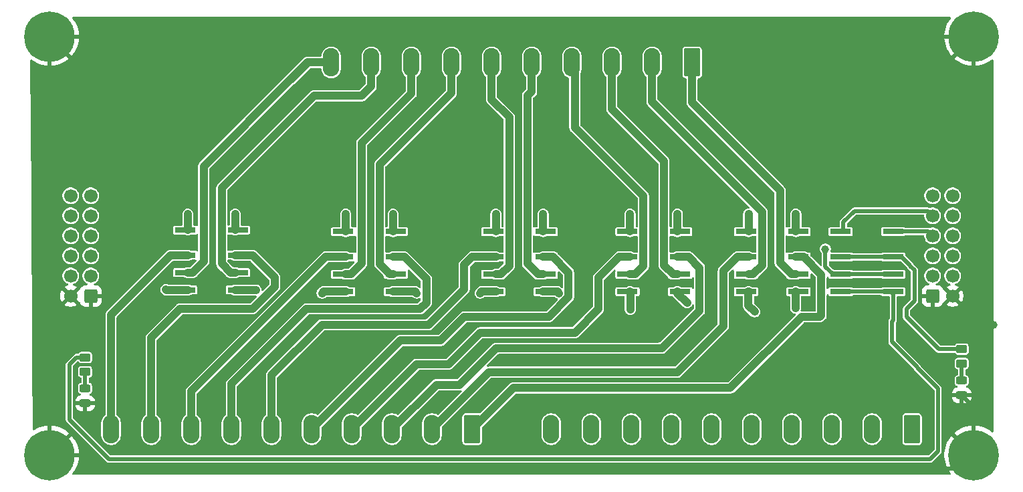
<source format=gbr>
%TF.GenerationSoftware,KiCad,Pcbnew,9.0.6*%
%TF.CreationDate,2026-01-14T11:03:19+01:00*%
%TF.ProjectId,eurocard mux,6575726f-6361-4726-9420-6d75782e6b69,1.0.2*%
%TF.SameCoordinates,Original*%
%TF.FileFunction,Copper,L1,Top*%
%TF.FilePolarity,Positive*%
%FSLAX46Y46*%
G04 Gerber Fmt 4.6, Leading zero omitted, Abs format (unit mm)*
G04 Created by KiCad (PCBNEW 9.0.6) date 2026-01-14 11:03:19*
%MOMM*%
%LPD*%
G01*
G04 APERTURE LIST*
G04 Aperture macros list*
%AMRoundRect*
0 Rectangle with rounded corners*
0 $1 Rounding radius*
0 $2 $3 $4 $5 $6 $7 $8 $9 X,Y pos of 4 corners*
0 Add a 4 corners polygon primitive as box body*
4,1,4,$2,$3,$4,$5,$6,$7,$8,$9,$2,$3,0*
0 Add four circle primitives for the rounded corners*
1,1,$1+$1,$2,$3*
1,1,$1+$1,$4,$5*
1,1,$1+$1,$6,$7*
1,1,$1+$1,$8,$9*
0 Add four rect primitives between the rounded corners*
20,1,$1+$1,$2,$3,$4,$5,0*
20,1,$1+$1,$4,$5,$6,$7,0*
20,1,$1+$1,$6,$7,$8,$9,0*
20,1,$1+$1,$8,$9,$2,$3,0*%
G04 Aperture macros list end*
%TA.AperFunction,SMDPad,CuDef*%
%ADD10R,2.660000X0.700000*%
%TD*%
%TA.AperFunction,SMDPad,CuDef*%
%ADD11RoundRect,0.250000X-0.450000X0.262500X-0.450000X-0.262500X0.450000X-0.262500X0.450000X0.262500X0*%
%TD*%
%TA.AperFunction,ComponentPad*%
%ADD12RoundRect,0.250000X0.600000X0.600000X-0.600000X0.600000X-0.600000X-0.600000X0.600000X-0.600000X0*%
%TD*%
%TA.AperFunction,ComponentPad*%
%ADD13C,1.700000*%
%TD*%
%TA.AperFunction,ComponentPad*%
%ADD14C,0.800000*%
%TD*%
%TA.AperFunction,ComponentPad*%
%ADD15C,6.400000*%
%TD*%
%TA.AperFunction,SMDPad,CuDef*%
%ADD16RoundRect,0.243750X0.456250X-0.243750X0.456250X0.243750X-0.456250X0.243750X-0.456250X-0.243750X0*%
%TD*%
%TA.AperFunction,ComponentPad*%
%ADD17RoundRect,0.249999X0.790001X1.550001X-0.790001X1.550001X-0.790001X-1.550001X0.790001X-1.550001X0*%
%TD*%
%TA.AperFunction,ComponentPad*%
%ADD18O,2.080000X3.600000*%
%TD*%
%TA.AperFunction,ComponentPad*%
%ADD19RoundRect,0.250000X-0.600000X-0.600000X0.600000X-0.600000X0.600000X0.600000X-0.600000X0.600000X0*%
%TD*%
%TA.AperFunction,ViaPad*%
%ADD20C,1.000000*%
%TD*%
%TA.AperFunction,Conductor*%
%ADD21C,1.000000*%
%TD*%
%TA.AperFunction,Conductor*%
%ADD22C,0.500000*%
%TD*%
G04 APERTURE END LIST*
D10*
%TO.P,K5,1*%
%TO.N,+VDC*%
X146670000Y-113200000D03*
%TO.P,K5,2*%
%TO.N,/9A*%
X146670000Y-116400000D03*
%TO.P,K5,3*%
%TO.N,/9*%
X146670000Y-118600000D03*
%TO.P,K5,4*%
%TO.N,/9B*%
X146670000Y-120800000D03*
%TO.P,K5,5*%
%TO.N,/10B*%
X153330000Y-120800000D03*
%TO.P,K5,6*%
%TO.N,/10*%
X153330000Y-118600000D03*
%TO.P,K5,7*%
%TO.N,/10A*%
X153330000Y-116400000D03*
%TO.P,K5,8*%
%TO.N,-VDC*%
X153330000Y-113200000D03*
%TD*%
%TO.P,K3,1*%
%TO.N,+VDC*%
X114670000Y-113200000D03*
%TO.P,K3,2*%
%TO.N,/5A*%
X114670000Y-116400000D03*
%TO.P,K3,3*%
%TO.N,/5*%
X114670000Y-118600000D03*
%TO.P,K3,4*%
%TO.N,/5B*%
X114670000Y-120800000D03*
%TO.P,K3,5*%
%TO.N,/6B*%
X121330000Y-120800000D03*
%TO.P,K3,6*%
%TO.N,/6*%
X121330000Y-118600000D03*
%TO.P,K3,7*%
%TO.N,/6A*%
X121330000Y-116400000D03*
%TO.P,K3,8*%
%TO.N,-VDC*%
X121330000Y-113200000D03*
%TD*%
%TO.P,K6,1*%
%TO.N,+VDC*%
X158670000Y-113200000D03*
%TO.P,K6,2*%
%TO.N,/CHNA*%
X158670000Y-116400000D03*
%TO.P,K6,3*%
%TO.N,+12V*%
X158670000Y-118600000D03*
%TO.P,K6,4*%
%TO.N,/CHNB*%
X158670000Y-120800000D03*
%TO.P,K6,5*%
X165330000Y-120800000D03*
%TO.P,K6,6*%
%TO.N,+12V*%
X165330000Y-118600000D03*
%TO.P,K6,7*%
%TO.N,/CHNA*%
X165330000Y-116400000D03*
%TO.P,K6,8*%
%TO.N,-VDC*%
X165330000Y-113200000D03*
%TD*%
D11*
%TO.P,R2,1*%
%TO.N,/CHNB*%
X63000000Y-129150000D03*
%TO.P,R2,2*%
%TO.N,Net-(D1-A)*%
X63000000Y-130975000D03*
%TD*%
D12*
%TO.P,J3,1,Pin_1*%
%TO.N,GND*%
X63697500Y-121350000D03*
D13*
%TO.P,J3,2,Pin_2*%
X61157500Y-121350000D03*
%TO.P,J3,3,Pin_3*%
%TO.N,+12V*%
X63697500Y-118810000D03*
%TO.P,J3,4,Pin_4*%
X61157500Y-118810000D03*
%TO.P,J3,5,Pin_5*%
%TO.N,-VDC*%
X63697500Y-116270000D03*
%TO.P,J3,6,Pin_6*%
X61157500Y-116270000D03*
%TO.P,J3,7,Pin_7*%
X63697500Y-113730000D03*
%TO.P,J3,8,Pin_8*%
X61157500Y-113730000D03*
%TO.P,J3,9,Pin_9*%
%TO.N,+VDC*%
X63697500Y-111190000D03*
%TO.P,J3,10,Pin_10*%
X61157500Y-111190000D03*
%TO.P,J3,11,Pin_11*%
X63697500Y-108650000D03*
%TO.P,J3,12,Pin_12*%
X61157500Y-108650000D03*
%TD*%
D14*
%TO.P,H1,1,1*%
%TO.N,GND*%
X56100000Y-88500000D03*
X56802944Y-86802944D03*
X56802944Y-90197056D03*
X58500000Y-86100000D03*
D15*
X58500000Y-88500000D03*
D14*
X58500000Y-90900000D03*
X60197056Y-86802944D03*
X60197056Y-90197056D03*
X60900000Y-88500000D03*
%TD*%
D16*
%TO.P,D1,1,K*%
%TO.N,GND*%
X63000000Y-134937500D03*
%TO.P,D1,2,A*%
%TO.N,Net-(D1-A)*%
X63000000Y-133062500D03*
%TD*%
D10*
%TO.P,K4,1*%
%TO.N,+VDC*%
X131670000Y-113200000D03*
%TO.P,K4,2*%
%TO.N,/7A*%
X131670000Y-116400000D03*
%TO.P,K4,3*%
%TO.N,/7*%
X131670000Y-118600000D03*
%TO.P,K4,4*%
%TO.N,/7B*%
X131670000Y-120800000D03*
%TO.P,K4,5*%
%TO.N,/8B*%
X138330000Y-120800000D03*
%TO.P,K4,6*%
%TO.N,/8*%
X138330000Y-118600000D03*
%TO.P,K4,7*%
%TO.N,/8A*%
X138330000Y-116400000D03*
%TO.P,K4,8*%
%TO.N,-VDC*%
X138330000Y-113200000D03*
%TD*%
D17*
%TO.P,J1,1,Pin_1*%
%TO.N,/10*%
X139860000Y-91777500D03*
D18*
%TO.P,J1,2,Pin_2*%
%TO.N,/9*%
X134780000Y-91777500D03*
%TO.P,J1,3,Pin_3*%
%TO.N,/8*%
X129700000Y-91777500D03*
%TO.P,J1,4,Pin_4*%
%TO.N,/7*%
X124620000Y-91777500D03*
%TO.P,J1,5,Pin_5*%
%TO.N,/6*%
X119540000Y-91777500D03*
%TO.P,J1,6,Pin_6*%
%TO.N,/5*%
X114460000Y-91777500D03*
%TO.P,J1,7,Pin_7*%
%TO.N,/4*%
X109380000Y-91777500D03*
%TO.P,J1,8,Pin_8*%
%TO.N,/3*%
X104300000Y-91777500D03*
%TO.P,J1,9,Pin_9*%
%TO.N,/2*%
X99220000Y-91777500D03*
%TO.P,J1,10,Pin_10*%
%TO.N,/1*%
X94140000Y-91777500D03*
%TD*%
D14*
%TO.P,H3,1,1*%
%TO.N,GND*%
X173100000Y-141500000D03*
X173802944Y-139802944D03*
X173802944Y-143197056D03*
X175500000Y-139100000D03*
D15*
X175500000Y-141500000D03*
D14*
X175500000Y-143900000D03*
X177197056Y-139802944D03*
X177197056Y-143197056D03*
X177900000Y-141500000D03*
%TD*%
D11*
%TO.P,R1,1*%
%TO.N,/CHNA*%
X174000000Y-128087500D03*
%TO.P,R1,2*%
%TO.N,Net-(D2-A)*%
X174000000Y-129912500D03*
%TD*%
D14*
%TO.P,H2,1,1*%
%TO.N,GND*%
X173100000Y-88500000D03*
X173802944Y-86802944D03*
X173802944Y-90197056D03*
X175500000Y-86100000D03*
D15*
X175500000Y-88500000D03*
D14*
X175500000Y-90900000D03*
X177197056Y-86802944D03*
X177197056Y-90197056D03*
X177900000Y-88500000D03*
%TD*%
D10*
%TO.P,K2,1*%
%TO.N,+VDC*%
X95670000Y-113200000D03*
%TO.P,K2,2*%
%TO.N,/3A*%
X95670000Y-116400000D03*
%TO.P,K2,3*%
%TO.N,/3*%
X95670000Y-118600000D03*
%TO.P,K2,4*%
%TO.N,/3B*%
X95670000Y-120800000D03*
%TO.P,K2,5*%
%TO.N,/4B*%
X102330000Y-120800000D03*
%TO.P,K2,6*%
%TO.N,/4*%
X102330000Y-118600000D03*
%TO.P,K2,7*%
%TO.N,/4A*%
X102330000Y-116400000D03*
%TO.P,K2,8*%
%TO.N,-VDC*%
X102330000Y-113200000D03*
%TD*%
D14*
%TO.P,H4,1,1*%
%TO.N,GND*%
X56100000Y-141500000D03*
X56802944Y-139802944D03*
X56802944Y-143197056D03*
X58500000Y-139100000D03*
D15*
X58500000Y-141500000D03*
D14*
X58500000Y-143900000D03*
X60197056Y-139802944D03*
X60197056Y-143197056D03*
X60900000Y-141500000D03*
%TD*%
D16*
%TO.P,D2,1,K*%
%TO.N,GND*%
X174000000Y-133937500D03*
%TO.P,D2,2,A*%
%TO.N,Net-(D2-A)*%
X174000000Y-132062500D03*
%TD*%
D10*
%TO.P,K1,1*%
%TO.N,+VDC*%
X75670000Y-113000000D03*
%TO.P,K1,2*%
%TO.N,/1A*%
X75670000Y-116200000D03*
%TO.P,K1,3*%
%TO.N,/1*%
X75670000Y-118400000D03*
%TO.P,K1,4*%
%TO.N,/1B*%
X75670000Y-120600000D03*
%TO.P,K1,5*%
%TO.N,/2B*%
X82330000Y-120600000D03*
%TO.P,K1,6*%
%TO.N,/2*%
X82330000Y-118400000D03*
%TO.P,K1,7*%
%TO.N,/2A*%
X82330000Y-116200000D03*
%TO.P,K1,8*%
%TO.N,-VDC*%
X82330000Y-113000000D03*
%TD*%
D19*
%TO.P,J4,1,Pin_1*%
%TO.N,GND*%
X170302500Y-121350000D03*
D13*
%TO.P,J4,2,Pin_2*%
X172842500Y-121350000D03*
%TO.P,J4,3,Pin_3*%
%TO.N,+12V*%
X170302500Y-118810000D03*
%TO.P,J4,4,Pin_4*%
X172842500Y-118810000D03*
%TO.P,J4,5,Pin_5*%
%TO.N,-VDC*%
X170302500Y-116270000D03*
%TO.P,J4,6,Pin_6*%
X172842500Y-116270000D03*
%TO.P,J4,7,Pin_7*%
X170302500Y-113730000D03*
%TO.P,J4,8,Pin_8*%
X172842500Y-113730000D03*
%TO.P,J4,9,Pin_9*%
%TO.N,+VDC*%
X170302500Y-111190000D03*
%TO.P,J4,10,Pin_10*%
X172842500Y-111190000D03*
%TO.P,J4,11,Pin_11*%
X170302500Y-108650000D03*
%TO.P,J4,12,Pin_12*%
X172842500Y-108650000D03*
%TD*%
D17*
%TO.P,J2,1,Pin_1*%
%TO.N,/10A*%
X112000000Y-138222500D03*
D18*
%TO.P,J2,2,Pin_2*%
%TO.N,/9A*%
X106920000Y-138222500D03*
%TO.P,J2,3,Pin_3*%
%TO.N,/8A*%
X101840000Y-138222500D03*
%TO.P,J2,4,Pin_4*%
%TO.N,/7A*%
X96760000Y-138222500D03*
%TO.P,J2,5,Pin_5*%
%TO.N,/6A*%
X91680000Y-138222500D03*
%TO.P,J2,6,Pin_6*%
%TO.N,/5A*%
X86600000Y-138222500D03*
%TO.P,J2,7,Pin_7*%
%TO.N,/4A*%
X81520000Y-138222500D03*
%TO.P,J2,8,Pin_8*%
%TO.N,/3A*%
X76440000Y-138222500D03*
%TO.P,J2,9,Pin_9*%
%TO.N,/2A*%
X71360000Y-138222500D03*
%TO.P,J2,10,Pin_10*%
%TO.N,/1A*%
X66280000Y-138222500D03*
%TD*%
D17*
%TO.P,J5,1,Pin_1*%
%TO.N,/10B*%
X167720000Y-138222500D03*
D18*
%TO.P,J5,2,Pin_2*%
%TO.N,/9B*%
X162640000Y-138222500D03*
%TO.P,J5,3,Pin_3*%
%TO.N,/8B*%
X157560000Y-138222500D03*
%TO.P,J5,4,Pin_4*%
%TO.N,/7B*%
X152480000Y-138222500D03*
%TO.P,J5,5,Pin_5*%
%TO.N,/6B*%
X147400000Y-138222500D03*
%TO.P,J5,6,Pin_6*%
%TO.N,/5B*%
X142320000Y-138222500D03*
%TO.P,J5,7,Pin_7*%
%TO.N,/4B*%
X137240000Y-138222500D03*
%TO.P,J5,8,Pin_8*%
%TO.N,/3B*%
X132160000Y-138222500D03*
%TO.P,J5,9,Pin_9*%
%TO.N,/2B*%
X127080000Y-138222500D03*
%TO.P,J5,10,Pin_10*%
%TO.N,/1B*%
X122000000Y-138222500D03*
%TD*%
D20*
%TO.N,-VDC*%
X102000000Y-111000000D03*
X82000000Y-111000000D03*
X153000000Y-111000000D03*
X121000000Y-111000000D03*
X138000000Y-111000000D03*
%TO.N,+VDC*%
X147000000Y-111000000D03*
X132000000Y-111000000D03*
X115000000Y-111000000D03*
X76000000Y-111000000D03*
X96000000Y-111000000D03*
%TO.N,/8B*%
X139210683Y-122208473D03*
%TO.N,/1B*%
X73208970Y-120540131D03*
%TO.N,/10B*%
X152953156Y-122870684D03*
%TO.N,/5B*%
X113000000Y-121000000D03*
%TO.N,/9B*%
X147768104Y-123367894D03*
%TO.N,/6B*%
X123000000Y-121000000D03*
%TO.N,/7B*%
X132033419Y-123061315D03*
%TO.N,/4B*%
X105000000Y-121000000D03*
%TO.N,/2B*%
X84632105Y-120613710D03*
%TO.N,/3B*%
X93000000Y-121000000D03*
%TO.N,GND*%
X84367137Y-131948243D03*
X109806495Y-127186880D03*
X164000000Y-87000000D03*
X78767987Y-140324105D03*
X169305477Y-99561750D03*
X77865477Y-124961750D03*
X102005116Y-143240144D03*
X88025477Y-89401750D03*
X136188388Y-129149863D03*
X93105477Y-94481750D03*
X174385477Y-99561750D03*
X145108035Y-128440866D03*
X171005116Y-143240144D03*
X143905477Y-94481750D03*
X103940112Y-128696359D03*
X88274263Y-119326078D03*
X133745477Y-104641750D03*
X129151066Y-124348179D03*
X142005116Y-143240144D03*
X169305477Y-89401750D03*
X143905477Y-114801750D03*
X85243456Y-110824859D03*
X159145477Y-99561750D03*
X124142341Y-124451098D03*
X148985477Y-89401750D03*
X159145477Y-104641750D03*
X144000000Y-87000000D03*
X113425477Y-99561750D03*
X90060785Y-121903705D03*
X169305477Y-130041750D03*
X62625477Y-89401750D03*
X146594643Y-124758652D03*
X177000000Y-94000000D03*
X159145477Y-130041750D03*
X135017449Y-115154081D03*
X136211259Y-134890456D03*
X67705477Y-130041750D03*
X72785477Y-135121750D03*
X118505477Y-140201750D03*
X138825477Y-114801750D03*
X67705477Y-99561750D03*
X97000000Y-87000000D03*
X131202534Y-134684618D03*
X164225477Y-94481750D03*
X142111948Y-130362020D03*
X108000000Y-87000000D03*
X57545477Y-130041750D03*
X97000000Y-130000000D03*
X108345477Y-114801750D03*
X133164907Y-126337947D03*
X177000000Y-115000000D03*
X123585477Y-99561750D03*
X167905509Y-111538372D03*
X57545477Y-109721750D03*
X142000000Y-111000000D03*
X116839293Y-129554017D03*
X134022565Y-122770088D03*
X67705477Y-135121750D03*
X77865477Y-135121750D03*
X141334338Y-134730360D03*
X88025477Y-114801750D03*
X169305477Y-94481750D03*
X64000000Y-87000000D03*
X174385477Y-124961750D03*
X57545477Y-124961750D03*
X113425477Y-114801750D03*
X93105477Y-104641750D03*
X177000000Y-136000000D03*
X103265477Y-104641750D03*
X148985477Y-94481750D03*
X108345477Y-104641750D03*
X72785477Y-89401750D03*
X130000000Y-87000000D03*
X86000000Y-87000000D03*
X83725549Y-128216070D03*
X113425477Y-104641750D03*
X126000000Y-111000000D03*
X123585477Y-104641750D03*
X66718035Y-111185076D03*
X82945477Y-114801750D03*
X177000000Y-105000000D03*
X164225477Y-89401750D03*
X178000000Y-125000000D03*
X69005116Y-143240144D03*
X82005116Y-143240144D03*
X84016856Y-140461331D03*
X159005116Y-143240144D03*
X157000000Y-111000000D03*
X154065477Y-114801750D03*
X159145477Y-89401750D03*
X57545477Y-135121750D03*
X126107137Y-129484202D03*
X143905477Y-89401750D03*
X57545477Y-104641750D03*
X57545477Y-119881750D03*
X159145477Y-94481750D03*
X138825477Y-104641750D03*
X62625477Y-124961750D03*
X155000000Y-87000000D03*
X77865477Y-99561750D03*
X123585477Y-94481750D03*
X130955765Y-129438460D03*
X84229911Y-137231419D03*
X169000000Y-87000000D03*
X67705477Y-104641750D03*
X154065477Y-99561750D03*
X123585477Y-114801750D03*
X117005116Y-143240144D03*
X128665477Y-99561750D03*
X72785477Y-130041750D03*
X72785477Y-99561750D03*
X108345477Y-99561750D03*
X69024988Y-140358412D03*
X118000000Y-87000000D03*
X62625477Y-104641750D03*
X121193504Y-134837193D03*
X75000000Y-87000000D03*
X126578091Y-120677401D03*
X164225477Y-124961750D03*
X126236535Y-135008724D03*
X93105477Y-99561750D03*
X67705477Y-89401750D03*
X128665477Y-114801750D03*
X93105477Y-114801750D03*
X164225477Y-99561750D03*
X88025477Y-104641750D03*
X82945477Y-89401750D03*
X67705477Y-94481750D03*
X168420104Y-117147457D03*
X72785477Y-104641750D03*
X169305477Y-104641750D03*
X57545477Y-99561750D03*
X148985477Y-99561750D03*
X103265477Y-114801750D03*
X174385477Y-119881750D03*
X174385477Y-104641750D03*
X90000000Y-111000000D03*
X141334338Y-124621427D03*
X57545477Y-114801750D03*
X82945477Y-94481750D03*
X57545477Y-94481750D03*
X77865477Y-89401750D03*
X164225477Y-104641750D03*
X154065477Y-104641750D03*
X164225477Y-135121750D03*
X138681315Y-127091483D03*
X154065477Y-89401750D03*
X77865477Y-94481750D03*
X169305477Y-135121750D03*
X94205838Y-140392718D03*
X174385477Y-94481750D03*
X62625477Y-99561750D03*
X72785477Y-114801750D03*
X154065477Y-94481750D03*
X135943720Y-124073728D03*
X62625477Y-94481750D03*
X107000000Y-111000000D03*
X72785477Y-94481750D03*
%TO.N,+12V*%
X156727057Y-115413183D03*
%TD*%
D21*
%TO.N,-VDC*%
X82000000Y-111000000D02*
X82000000Y-113000000D01*
X170032500Y-114000000D02*
X170302500Y-113730000D01*
X153000000Y-111000000D02*
X153000000Y-113200000D01*
D22*
X165000000Y-113200000D02*
X169772500Y-113200000D01*
X169772500Y-113200000D02*
X170302500Y-113730000D01*
D21*
X102000000Y-113200000D02*
X102000000Y-111000000D01*
X138000000Y-113200000D02*
X138000000Y-111000000D01*
X121000000Y-113200000D02*
X121000000Y-111000000D01*
D22*
%TO.N,+VDC*%
X159000000Y-113200000D02*
X159000000Y-112000000D01*
D21*
X76000000Y-111000000D02*
X76000000Y-113000000D01*
X132000000Y-113200000D02*
X132000000Y-111000000D01*
X147000000Y-111000000D02*
X147000000Y-113200000D01*
D22*
X169699872Y-110587372D02*
X170302500Y-111190000D01*
D21*
X115000000Y-113200000D02*
X115000000Y-111000000D01*
X96000000Y-113200000D02*
X96000000Y-111000000D01*
D22*
X159000000Y-112000000D02*
X160412628Y-110587372D01*
X160412628Y-110587372D02*
X169699872Y-110587372D01*
D21*
%TO.N,/4A*%
X106200999Y-122200999D02*
X106200999Y-119200999D01*
X106200999Y-119200999D02*
X103400000Y-116400000D01*
X105401998Y-123000000D02*
X106200999Y-122200999D01*
X81520000Y-138222500D02*
X81520000Y-132480000D01*
X103400000Y-116400000D02*
X102000000Y-116400000D01*
X81520000Y-132480000D02*
X91000000Y-123000000D01*
X91000000Y-123000000D02*
X105401998Y-123000000D01*
%TO.N,/3A*%
X76440000Y-133435000D02*
X76440000Y-138222500D01*
X93475000Y-116400000D02*
X76440000Y-133435000D01*
X96000000Y-116400000D02*
X93475000Y-116400000D01*
%TO.N,/9A*%
X143799001Y-125200999D02*
X143799001Y-118200999D01*
X143799001Y-118200999D02*
X145600000Y-116400000D01*
X106920000Y-138222500D02*
X114142500Y-131000000D01*
X145600000Y-116400000D02*
X147000000Y-116400000D01*
X114142500Y-131000000D02*
X138000000Y-131000000D01*
X138000000Y-131000000D02*
X143799001Y-125200999D01*
%TO.N,/1A*%
X76000000Y-116200000D02*
X73800000Y-116200000D01*
X66280000Y-123720000D02*
X66280000Y-138222500D01*
X73800000Y-116200000D02*
X66280000Y-123720000D01*
%TO.N,/5A*%
X86600000Y-131400000D02*
X93000000Y-125000000D01*
X111000000Y-117400000D02*
X112000000Y-116400000D01*
X111000000Y-120494258D02*
X111000000Y-117400000D01*
X93000000Y-125000000D02*
X106494258Y-125000000D01*
X86600000Y-138222500D02*
X86600000Y-131400000D01*
X112000000Y-116400000D02*
X115000000Y-116400000D01*
X106494258Y-125000000D02*
X111000000Y-120494258D01*
%TO.N,/2A*%
X84200000Y-116200000D02*
X87000000Y-119000000D01*
X87000000Y-120201000D02*
X84201000Y-123000000D01*
X71360000Y-126640000D02*
X71360000Y-138222500D01*
X84201000Y-123000000D02*
X75000000Y-123000000D01*
X87000000Y-119000000D02*
X87000000Y-120201000D01*
X75000000Y-123000000D02*
X71360000Y-126640000D01*
X82000000Y-116200000D02*
X84200000Y-116200000D01*
%TO.N,/10A*%
X153698470Y-124000000D02*
X156000000Y-124000000D01*
X156000000Y-124000000D02*
X156200999Y-123799001D01*
X144698470Y-133000000D02*
X153698470Y-124000000D01*
X153965256Y-116400000D02*
X153000000Y-116400000D01*
X117222500Y-133000000D02*
X144698470Y-133000000D01*
X156200999Y-118635743D02*
X153965256Y-116400000D01*
X112000000Y-138222500D02*
X117222500Y-133000000D01*
X156200999Y-123799001D02*
X156200999Y-118635743D01*
%TO.N,/6A*%
X121698471Y-124000000D02*
X124201000Y-121497471D01*
X108000000Y-127000000D02*
X111000000Y-124000000D01*
X124201000Y-118389000D02*
X122212000Y-116400000D01*
X102902500Y-127000000D02*
X108000000Y-127000000D01*
X124201000Y-121497471D02*
X124201000Y-118389000D01*
X111000000Y-124000000D02*
X121698471Y-124000000D01*
X91680000Y-138222500D02*
X102902500Y-127000000D01*
X122212000Y-116400000D02*
X121000000Y-116400000D01*
%TO.N,/8A*%
X139400000Y-116400000D02*
X138000000Y-116400000D01*
X135690917Y-127948863D02*
X136051137Y-127948863D01*
X140792631Y-123207369D02*
X140792631Y-117792631D01*
X107464500Y-132598000D02*
X110402000Y-132598000D01*
X140792631Y-117792631D02*
X139400000Y-116400000D01*
X110402000Y-132598000D02*
X115000000Y-128000000D01*
X136051137Y-127948863D02*
X140792631Y-123207369D01*
X135639780Y-128000000D02*
X135690917Y-127948863D01*
X101840000Y-138222500D02*
X107464500Y-132598000D01*
X115000000Y-128000000D02*
X135639780Y-128000000D01*
%TO.N,/7A*%
X128000000Y-119000000D02*
X130600000Y-116400000D01*
X104982500Y-130000000D02*
X109000000Y-130000000D01*
X125000000Y-126000000D02*
X128000000Y-123000000D01*
X113000000Y-126000000D02*
X125000000Y-126000000D01*
X96760000Y-138222500D02*
X104982500Y-130000000D01*
X109000000Y-130000000D02*
X113000000Y-126000000D01*
X130600000Y-116400000D02*
X132000000Y-116400000D01*
X128000000Y-123000000D02*
X128000000Y-119000000D01*
%TO.N,/8B*%
X138000000Y-120997790D02*
X138000000Y-120800000D01*
X139210683Y-122208473D02*
X138000000Y-120997790D01*
%TO.N,/1B*%
X73268839Y-120600000D02*
X76000000Y-120600000D01*
X73208970Y-120540131D02*
X73268839Y-120600000D01*
%TO.N,/10B*%
X152953156Y-120846844D02*
X153000000Y-120800000D01*
X152953156Y-122870684D02*
X152953156Y-120846844D01*
%TO.N,/5B*%
X113200000Y-120800000D02*
X113000000Y-121000000D01*
X115000000Y-120800000D02*
X113200000Y-120800000D01*
%TO.N,/9B*%
X147768104Y-123367894D02*
X146995829Y-122595619D01*
X146995829Y-122595619D02*
X146995829Y-120804171D01*
X146995829Y-120804171D02*
X147000000Y-120800000D01*
%TO.N,/6B*%
X122800000Y-120800000D02*
X123000000Y-121000000D01*
X121000000Y-120800000D02*
X122800000Y-120800000D01*
%TO.N,/7B*%
X132033419Y-120833419D02*
X132000000Y-120800000D01*
X132033419Y-123061315D02*
X132033419Y-120833419D01*
%TO.N,/4B*%
X102000000Y-120800000D02*
X104800000Y-120800000D01*
X104800000Y-120800000D02*
X105000000Y-121000000D01*
%TO.N,/2B*%
X84618395Y-120600000D02*
X84632105Y-120613710D01*
X82000000Y-120600000D02*
X84618395Y-120600000D01*
%TO.N,/3B*%
X96000000Y-120800000D02*
X93200000Y-120800000D01*
X93200000Y-120800000D02*
X93000000Y-121000000D01*
%TO.N,/3*%
X98000000Y-117250000D02*
X98000000Y-102000000D01*
X104300000Y-95700000D02*
X104300000Y-91777500D01*
X96650000Y-118600000D02*
X98000000Y-117250000D01*
X96000000Y-118600000D02*
X96650000Y-118600000D01*
X98000000Y-102000000D02*
X104300000Y-95700000D01*
%TO.N,/7*%
X133701000Y-108701000D02*
X125000000Y-100000000D01*
X125000000Y-92157500D02*
X124620000Y-91777500D01*
X132000000Y-118600000D02*
X132650000Y-118600000D01*
X133701000Y-117549000D02*
X133701000Y-108701000D01*
X132650000Y-118600000D02*
X133701000Y-117549000D01*
X125000000Y-100000000D02*
X125000000Y-92157500D01*
%TO.N,/8*%
X129700000Y-97700000D02*
X129700000Y-91777500D01*
X137448000Y-118600000D02*
X136299000Y-117451000D01*
X136299000Y-117451000D02*
X136299000Y-104299000D01*
X138000000Y-118600000D02*
X137448000Y-118600000D01*
X136299000Y-104299000D02*
X129700000Y-97700000D01*
%TO.N,/5*%
X116701000Y-117549000D02*
X116701000Y-98701000D01*
X115650000Y-118600000D02*
X116701000Y-117549000D01*
X115000000Y-118600000D02*
X115650000Y-118600000D01*
X116701000Y-98701000D02*
X114460000Y-96460000D01*
X114460000Y-96460000D02*
X114460000Y-91777500D01*
%TO.N,/4*%
X102000000Y-118600000D02*
X101600000Y-118600000D01*
X101600000Y-118600000D02*
X100299000Y-117299000D01*
X100299000Y-104701000D02*
X109380000Y-95620000D01*
X100299000Y-117299000D02*
X100299000Y-104701000D01*
X109380000Y-95620000D02*
X109380000Y-91777500D01*
%TO.N,/10*%
X139860000Y-91777500D02*
X139860000Y-96860000D01*
X152448000Y-118600000D02*
X153000000Y-118600000D01*
X151000000Y-117152000D02*
X152448000Y-118600000D01*
X139860000Y-96860000D02*
X151000000Y-108000000D01*
X151000000Y-108000000D02*
X151000000Y-117152000D01*
%TO.N,/2*%
X99220000Y-94780000D02*
X99220000Y-91777500D01*
X98000000Y-96000000D02*
X99220000Y-94780000D01*
X82000000Y-118400000D02*
X81448000Y-118400000D01*
X81448000Y-118400000D02*
X80299000Y-117251000D01*
X91997500Y-96000000D02*
X98000000Y-96000000D01*
X80299000Y-117251000D02*
X80299000Y-107698500D01*
X80299000Y-107698500D02*
X91997500Y-96000000D01*
%TO.N,/1*%
X88958750Y-93958750D02*
X89041250Y-93958750D01*
X76600000Y-118400000D02*
X76000000Y-118400000D01*
X89041250Y-93958750D02*
X91222500Y-91777500D01*
X78000000Y-117000000D02*
X76600000Y-118400000D01*
X91222500Y-91777500D02*
X94140000Y-91777500D01*
X91140000Y-91777500D02*
X88958750Y-93958750D01*
X88958750Y-93958750D02*
X78000000Y-104917500D01*
X78000000Y-104917500D02*
X78000000Y-117000000D01*
%TO.N,/9*%
X148701000Y-110701000D02*
X134780000Y-96780000D01*
X147552000Y-118600000D02*
X148701000Y-117451000D01*
X134780000Y-96780000D02*
X134780000Y-91777500D01*
X148701000Y-117451000D02*
X148701000Y-110701000D01*
X147000000Y-118600000D02*
X147552000Y-118600000D01*
%TO.N,/6*%
X119540000Y-95460000D02*
X119540000Y-91777500D01*
X119000000Y-96000000D02*
X119540000Y-95460000D01*
X120350000Y-118600000D02*
X119000000Y-117250000D01*
X121000000Y-118600000D02*
X120350000Y-118600000D01*
X119000000Y-117250000D02*
X119000000Y-96000000D01*
D22*
%TO.N,GND*%
X68764972Y-143000000D02*
X69005116Y-143240144D01*
X60900000Y-141500000D02*
X62500000Y-141500000D01*
X58500000Y-88500000D02*
X62500000Y-88500000D01*
X170500000Y-88500000D02*
X169000000Y-87000000D01*
X175500000Y-141500000D02*
X173759856Y-143240144D01*
X173100000Y-88500000D02*
X170500000Y-88500000D01*
X62500000Y-88500000D02*
X64000000Y-87000000D01*
X175500000Y-141500000D02*
X175500000Y-135437500D01*
X62500000Y-141500000D02*
X64000000Y-143000000D01*
X64000000Y-143000000D02*
X68764972Y-143000000D01*
X175500000Y-90900000D02*
X175500000Y-92500000D01*
X58500000Y-93527227D02*
X57545477Y-94481750D01*
X58500000Y-139100000D02*
X58500000Y-136076273D01*
X58500000Y-136076273D02*
X57545477Y-135121750D01*
X175500000Y-135437500D02*
X174000000Y-133937500D01*
X58500000Y-88500000D02*
X58500000Y-93527227D01*
X175500000Y-92500000D02*
X177000000Y-94000000D01*
X173759856Y-143240144D02*
X171005116Y-143240144D01*
%TO.N,+12V*%
X157698105Y-118600000D02*
X159000000Y-118600000D01*
X165000000Y-118600000D02*
X159000000Y-118600000D01*
X156727057Y-115413183D02*
X156727057Y-117628952D01*
X156727057Y-117628952D02*
X157698105Y-118600000D01*
%TO.N,Net-(D1-A)*%
X63000000Y-133062500D02*
X63000000Y-130975000D01*
%TO.N,Net-(D2-A)*%
X174000000Y-129912500D02*
X174000000Y-132062500D01*
%TO.N,/CHNB*%
X165329222Y-124415087D02*
X165176477Y-124567832D01*
X165176477Y-127176477D02*
X168354477Y-130354477D01*
X61850000Y-129150000D02*
X63000000Y-129150000D01*
X168354477Y-130435668D02*
X171000000Y-133081191D01*
X171000000Y-141000000D02*
X170000000Y-142000000D01*
X159000000Y-120800000D02*
X165000000Y-120800000D01*
X165000000Y-120800000D02*
X165329222Y-121129222D01*
X165329222Y-121129222D02*
X165329222Y-124415087D01*
X165176477Y-124567832D02*
X165176477Y-127176477D01*
X61000000Y-137000000D02*
X61000000Y-130000000D01*
X66000000Y-142000000D02*
X61000000Y-137000000D01*
X168354477Y-130354477D02*
X168354477Y-130435668D01*
X61000000Y-130000000D02*
X61850000Y-129150000D01*
X170000000Y-142000000D02*
X66000000Y-142000000D01*
X171000000Y-133081191D02*
X171000000Y-141000000D01*
%TO.N,/CHNA*%
X171087500Y-128087500D02*
X167000000Y-124000000D01*
X159000000Y-116400000D02*
X165000000Y-116400000D01*
X166349684Y-116400000D02*
X165000000Y-116400000D01*
X167469104Y-117519420D02*
X166349684Y-116400000D01*
X167000000Y-124000000D02*
X167000000Y-123000000D01*
X174000000Y-128087500D02*
X171087500Y-128087500D01*
X168000000Y-122000000D02*
X168000000Y-118072271D01*
X168000000Y-118072271D02*
X167469104Y-117541375D01*
X167000000Y-123000000D02*
X168000000Y-122000000D01*
X167469104Y-117541375D02*
X167469104Y-117519420D01*
%TD*%
%TA.AperFunction,Conductor*%
%TO.N,GND*%
G36*
X172556583Y-86020002D02*
G01*
X172603076Y-86073658D01*
X172613180Y-86143932D01*
X172585861Y-86205933D01*
X172518115Y-86288481D01*
X172315708Y-86591405D01*
X172143965Y-86912713D01*
X172004545Y-87249301D01*
X172004544Y-87249305D01*
X171898782Y-87597956D01*
X171827711Y-87955261D01*
X171827708Y-87955281D01*
X171792000Y-88317831D01*
X171792000Y-88682168D01*
X171827708Y-89044718D01*
X171827711Y-89044738D01*
X171898782Y-89402043D01*
X172004544Y-89750694D01*
X172004545Y-89750698D01*
X172143965Y-90087286D01*
X172315708Y-90408594D01*
X172518110Y-90711510D01*
X172518121Y-90711525D01*
X172703446Y-90937343D01*
X173493460Y-90147328D01*
X173552944Y-90147328D01*
X173552944Y-90246784D01*
X173591004Y-90338670D01*
X173661330Y-90408996D01*
X173753216Y-90447056D01*
X173852672Y-90447056D01*
X173944558Y-90408996D01*
X174014884Y-90338670D01*
X174052944Y-90246784D01*
X174052944Y-90147328D01*
X174014884Y-90055442D01*
X173944558Y-89985116D01*
X173852672Y-89947056D01*
X173753216Y-89947056D01*
X173661330Y-89985116D01*
X173591004Y-90055442D01*
X173552944Y-90147328D01*
X173493460Y-90147328D01*
X174203367Y-89437421D01*
X174279588Y-89542330D01*
X174457670Y-89720412D01*
X174562576Y-89796631D01*
X173062655Y-91296552D01*
X173288485Y-91481886D01*
X173288491Y-91481891D01*
X173591405Y-91684291D01*
X173912713Y-91856034D01*
X174249301Y-91995454D01*
X174249305Y-91995455D01*
X174597956Y-92101217D01*
X174955261Y-92172288D01*
X174955281Y-92172291D01*
X175317831Y-92207999D01*
X175317847Y-92208000D01*
X175682153Y-92208000D01*
X175682168Y-92207999D01*
X176044718Y-92172291D01*
X176044738Y-92172288D01*
X176402043Y-92101217D01*
X176750694Y-91995455D01*
X176750698Y-91995454D01*
X177087286Y-91856034D01*
X177408594Y-91684291D01*
X177711512Y-91481888D01*
X177794066Y-91414138D01*
X177859413Y-91386384D01*
X177929391Y-91398365D01*
X177981783Y-91446278D01*
X178000000Y-91511537D01*
X178000000Y-138488462D01*
X177979998Y-138556583D01*
X177926342Y-138603076D01*
X177856068Y-138613180D01*
X177794067Y-138585861D01*
X177711518Y-138518115D01*
X177408594Y-138315708D01*
X177087286Y-138143965D01*
X176750698Y-138004545D01*
X176750694Y-138004544D01*
X176402043Y-137898782D01*
X176044738Y-137827711D01*
X176044718Y-137827708D01*
X175682168Y-137792000D01*
X175317831Y-137792000D01*
X174955281Y-137827708D01*
X174955261Y-137827711D01*
X174597956Y-137898782D01*
X174249305Y-138004544D01*
X174249301Y-138004545D01*
X173912713Y-138143965D01*
X173591405Y-138315708D01*
X173288481Y-138518115D01*
X173062655Y-138703445D01*
X173062655Y-138703446D01*
X174562577Y-140203368D01*
X174457670Y-140279588D01*
X174279588Y-140457670D01*
X174203368Y-140562577D01*
X173394007Y-139753216D01*
X173552944Y-139753216D01*
X173552944Y-139852672D01*
X173591004Y-139944558D01*
X173661330Y-140014884D01*
X173753216Y-140052944D01*
X173852672Y-140052944D01*
X173944558Y-140014884D01*
X174014884Y-139944558D01*
X174052944Y-139852672D01*
X174052944Y-139753216D01*
X174014884Y-139661330D01*
X173944558Y-139591004D01*
X173852672Y-139552944D01*
X173753216Y-139552944D01*
X173661330Y-139591004D01*
X173591004Y-139661330D01*
X173552944Y-139753216D01*
X173394007Y-139753216D01*
X172703446Y-139062655D01*
X172703445Y-139062655D01*
X172518115Y-139288481D01*
X172315708Y-139591405D01*
X172143965Y-139912713D01*
X172004545Y-140249301D01*
X172004544Y-140249305D01*
X171898782Y-140597956D01*
X171827711Y-140955261D01*
X171827708Y-140955281D01*
X171792000Y-141317831D01*
X171792000Y-141682168D01*
X171827708Y-142044718D01*
X171827711Y-142044738D01*
X171898782Y-142402043D01*
X172004544Y-142750694D01*
X172004545Y-142750698D01*
X172143965Y-143087286D01*
X172315708Y-143408594D01*
X172518115Y-143711518D01*
X172585861Y-143794067D01*
X172613615Y-143859414D01*
X172601633Y-143929392D01*
X172553720Y-143981784D01*
X172488462Y-144000000D01*
X61511538Y-144000000D01*
X61443417Y-143979998D01*
X61396924Y-143926342D01*
X61386820Y-143856068D01*
X61414139Y-143794067D01*
X61481884Y-143711518D01*
X61684291Y-143408594D01*
X61856034Y-143087286D01*
X61995454Y-142750698D01*
X61995455Y-142750694D01*
X62101217Y-142402043D01*
X62172288Y-142044738D01*
X62172291Y-142044718D01*
X62207999Y-141682168D01*
X62208000Y-141682152D01*
X62208000Y-141317847D01*
X62207999Y-141317831D01*
X62172291Y-140955281D01*
X62172288Y-140955261D01*
X62101217Y-140597956D01*
X61995455Y-140249305D01*
X61995454Y-140249301D01*
X61856034Y-139912713D01*
X61684291Y-139591405D01*
X61481891Y-139288491D01*
X61481886Y-139288485D01*
X61296552Y-139062655D01*
X59796631Y-140562576D01*
X59720412Y-140457670D01*
X59542330Y-140279588D01*
X59437421Y-140203367D01*
X59887572Y-139753216D01*
X59947056Y-139753216D01*
X59947056Y-139852672D01*
X59985116Y-139944558D01*
X60055442Y-140014884D01*
X60147328Y-140052944D01*
X60246784Y-140052944D01*
X60338670Y-140014884D01*
X60408996Y-139944558D01*
X60447056Y-139852672D01*
X60447056Y-139753216D01*
X60408996Y-139661330D01*
X60338670Y-139591004D01*
X60246784Y-139552944D01*
X60147328Y-139552944D01*
X60055442Y-139591004D01*
X59985116Y-139661330D01*
X59947056Y-139753216D01*
X59887572Y-139753216D01*
X60937343Y-138703446D01*
X60711525Y-138518121D01*
X60711510Y-138518110D01*
X60408594Y-138315708D01*
X60087286Y-138143965D01*
X59750698Y-138004545D01*
X59750694Y-138004544D01*
X59402043Y-137898782D01*
X59044738Y-137827711D01*
X59044718Y-137827708D01*
X58682168Y-137792000D01*
X58317831Y-137792000D01*
X57955281Y-137827708D01*
X57955261Y-137827711D01*
X57597956Y-137898782D01*
X57249305Y-138004544D01*
X57249301Y-138004545D01*
X56912713Y-138143965D01*
X56591410Y-138315705D01*
X56558878Y-138337442D01*
X56491124Y-138358655D01*
X56422658Y-138339871D01*
X56375216Y-138287052D01*
X56362882Y-138233557D01*
X56305269Y-129940691D01*
X60549500Y-129940691D01*
X60549500Y-137059309D01*
X60573713Y-137149673D01*
X60580201Y-137173887D01*
X60580202Y-137173889D01*
X60580203Y-137173891D01*
X60639508Y-137276610D01*
X60639516Y-137276620D01*
X65723379Y-142360484D01*
X65723384Y-142360488D01*
X65723386Y-142360490D01*
X65723387Y-142360491D01*
X65723389Y-142360492D01*
X65826109Y-142419797D01*
X65826110Y-142419797D01*
X65826113Y-142419799D01*
X65839540Y-142423396D01*
X65850314Y-142426283D01*
X65850318Y-142426284D01*
X65850326Y-142426286D01*
X65940691Y-142450500D01*
X170059309Y-142450500D01*
X170149673Y-142426286D01*
X170173887Y-142419799D01*
X170276614Y-142360489D01*
X171360490Y-141276613D01*
X171419799Y-141173886D01*
X171450500Y-141059309D01*
X171450500Y-134231347D01*
X172792001Y-134231347D01*
X172802517Y-134334302D01*
X172857793Y-134501112D01*
X172950051Y-134650686D01*
X172950056Y-134650692D01*
X173074307Y-134774943D01*
X173074313Y-134774948D01*
X173223887Y-134867206D01*
X173390691Y-134922480D01*
X173390703Y-134922482D01*
X173493645Y-134932999D01*
X173746000Y-134932999D01*
X174254000Y-134932999D01*
X174506347Y-134932999D01*
X174609302Y-134922482D01*
X174776112Y-134867206D01*
X174925686Y-134774948D01*
X174925692Y-134774943D01*
X175049943Y-134650692D01*
X175049948Y-134650686D01*
X175142206Y-134501112D01*
X175197480Y-134334308D01*
X175197482Y-134334296D01*
X175207999Y-134231355D01*
X175208000Y-134231355D01*
X175208000Y-134191500D01*
X174254000Y-134191500D01*
X174254000Y-134932999D01*
X173746000Y-134932999D01*
X173746000Y-134191500D01*
X172792001Y-134191500D01*
X172792001Y-134231347D01*
X171450500Y-134231347D01*
X171450500Y-133643644D01*
X172792000Y-133643644D01*
X172792000Y-133683500D01*
X175207999Y-133683500D01*
X175207999Y-133643652D01*
X175197482Y-133540697D01*
X175142206Y-133373887D01*
X175049948Y-133224313D01*
X175049943Y-133224307D01*
X174925692Y-133100056D01*
X174925686Y-133100051D01*
X174776112Y-133007793D01*
X174624077Y-132957414D01*
X174565706Y-132917000D01*
X174538450Y-132851444D01*
X174550963Y-132781559D01*
X174599273Y-132729533D01*
X174622093Y-132718881D01*
X174666179Y-132703455D01*
X174773930Y-132623930D01*
X174853455Y-132516179D01*
X174897686Y-132389774D01*
X174900500Y-132359764D01*
X174900500Y-131765236D01*
X174897686Y-131735226D01*
X174897685Y-131735222D01*
X174853456Y-131608822D01*
X174836947Y-131586454D01*
X174773930Y-131501070D01*
X174666179Y-131421545D01*
X174666177Y-131421544D01*
X174534884Y-131375602D01*
X174477193Y-131334224D01*
X174451031Y-131268223D01*
X174450500Y-131256673D01*
X174450500Y-130741510D01*
X174470502Y-130673389D01*
X174524158Y-130626896D01*
X174534885Y-130622581D01*
X174572120Y-130609552D01*
X174662882Y-130577793D01*
X174689761Y-130557956D01*
X174772150Y-130497150D01*
X174852791Y-130387885D01*
X174852793Y-130387881D01*
X174880148Y-130309707D01*
X174897646Y-130259699D01*
X174900500Y-130229266D01*
X174900500Y-129595734D01*
X174897646Y-129565301D01*
X174852793Y-129437118D01*
X174852791Y-129437114D01*
X174772150Y-129327849D01*
X174662885Y-129247208D01*
X174662881Y-129247206D01*
X174534704Y-129202355D01*
X174534700Y-129202354D01*
X174504266Y-129199500D01*
X173495734Y-129199500D01*
X173495733Y-129199500D01*
X173465299Y-129202354D01*
X173465295Y-129202355D01*
X173337118Y-129247206D01*
X173337114Y-129247208D01*
X173227849Y-129327849D01*
X173147208Y-129437114D01*
X173147206Y-129437118D01*
X173102355Y-129565295D01*
X173102354Y-129565299D01*
X173099500Y-129595733D01*
X173099500Y-130229266D01*
X173102354Y-130259700D01*
X173102355Y-130259704D01*
X173147206Y-130387881D01*
X173147208Y-130387885D01*
X173227849Y-130497150D01*
X173337114Y-130577791D01*
X173337118Y-130577793D01*
X173465115Y-130622581D01*
X173522807Y-130663959D01*
X173548969Y-130729959D01*
X173549500Y-130741510D01*
X173549500Y-131256673D01*
X173529498Y-131324794D01*
X173475842Y-131371287D01*
X173465116Y-131375602D01*
X173333822Y-131421544D01*
X173226070Y-131501070D01*
X173146543Y-131608822D01*
X173102314Y-131735222D01*
X173099500Y-131765234D01*
X173099500Y-132359765D01*
X173102314Y-132389774D01*
X173102314Y-132389776D01*
X173146543Y-132516177D01*
X173179559Y-132560911D01*
X173226070Y-132623930D01*
X173311454Y-132686947D01*
X173333822Y-132703456D01*
X173377904Y-132718881D01*
X173435596Y-132760259D01*
X173461758Y-132826259D01*
X173448085Y-132895927D01*
X173398918Y-132947143D01*
X173375922Y-132957414D01*
X173223887Y-133007793D01*
X173074313Y-133100051D01*
X173074307Y-133100056D01*
X172950056Y-133224307D01*
X172950051Y-133224313D01*
X172857793Y-133373887D01*
X172802519Y-133540691D01*
X172802517Y-133540703D01*
X172792000Y-133643644D01*
X171450500Y-133643644D01*
X171450500Y-133021882D01*
X171419799Y-132907305D01*
X171419797Y-132907302D01*
X171419797Y-132907300D01*
X171360492Y-132804581D01*
X171360484Y-132804571D01*
X168811975Y-130256063D01*
X168779363Y-130199578D01*
X168774276Y-130180591D01*
X168774276Y-130180590D01*
X168714967Y-130077863D01*
X168714964Y-130077860D01*
X168714961Y-130077856D01*
X165663882Y-127026777D01*
X165629856Y-126964465D01*
X165626977Y-126937682D01*
X165626977Y-124806625D01*
X165646979Y-124738504D01*
X165663878Y-124717533D01*
X165689711Y-124691701D01*
X165749021Y-124588974D01*
X165758537Y-124553458D01*
X165779722Y-124474396D01*
X165779722Y-121476500D01*
X165799724Y-121408379D01*
X165853380Y-121361886D01*
X165905722Y-121350500D01*
X166679747Y-121350500D01*
X166679748Y-121350500D01*
X166738231Y-121338867D01*
X166804552Y-121294552D01*
X166848867Y-121228231D01*
X166860500Y-121169748D01*
X166860500Y-120430252D01*
X166848867Y-120371769D01*
X166804552Y-120305448D01*
X166738231Y-120261133D01*
X166738228Y-120261132D01*
X166679750Y-120249500D01*
X166679748Y-120249500D01*
X163980252Y-120249500D01*
X163980249Y-120249500D01*
X163921771Y-120261132D01*
X163921768Y-120261133D01*
X163855444Y-120305450D01*
X163848300Y-120312595D01*
X163785988Y-120346621D01*
X163759205Y-120349500D01*
X160240795Y-120349500D01*
X160172674Y-120329498D01*
X160151700Y-120312595D01*
X160144555Y-120305450D01*
X160078231Y-120261133D01*
X160078228Y-120261132D01*
X160019750Y-120249500D01*
X160019748Y-120249500D01*
X157320252Y-120249500D01*
X157320249Y-120249500D01*
X157261771Y-120261132D01*
X157261768Y-120261133D01*
X157195448Y-120305448D01*
X157151133Y-120371768D01*
X157151132Y-120371771D01*
X157151078Y-120372046D01*
X157150793Y-120372589D01*
X157146383Y-120383237D01*
X157145430Y-120382842D01*
X157118170Y-120434955D01*
X157056474Y-120470086D01*
X156985579Y-120466285D01*
X156927994Y-120424759D01*
X156902000Y-120358692D01*
X156901499Y-120347463D01*
X156901499Y-119052536D01*
X156921501Y-118984415D01*
X156975157Y-118937922D01*
X157045431Y-118927818D01*
X157110011Y-118957312D01*
X157148395Y-119017038D01*
X157151078Y-119027955D01*
X157151133Y-119028231D01*
X157195448Y-119094552D01*
X157261769Y-119138867D01*
X157320252Y-119150500D01*
X157320253Y-119150500D01*
X160019747Y-119150500D01*
X160019748Y-119150500D01*
X160078231Y-119138867D01*
X160144552Y-119094552D01*
X160144553Y-119094550D01*
X160144555Y-119094549D01*
X160151700Y-119087405D01*
X160214012Y-119053379D01*
X160240795Y-119050500D01*
X163759205Y-119050500D01*
X163827326Y-119070502D01*
X163848300Y-119087405D01*
X163855444Y-119094549D01*
X163855447Y-119094551D01*
X163855448Y-119094552D01*
X163921769Y-119138867D01*
X163980252Y-119150500D01*
X163980253Y-119150500D01*
X166679747Y-119150500D01*
X166679748Y-119150500D01*
X166738231Y-119138867D01*
X166804552Y-119094552D01*
X166848867Y-119028231D01*
X166860500Y-118969748D01*
X166860500Y-118230252D01*
X166848867Y-118171769D01*
X166804552Y-118105448D01*
X166738231Y-118061133D01*
X166738228Y-118061132D01*
X166679750Y-118049500D01*
X166679748Y-118049500D01*
X163980252Y-118049500D01*
X163980249Y-118049500D01*
X163921771Y-118061132D01*
X163921768Y-118061133D01*
X163855444Y-118105450D01*
X163848300Y-118112595D01*
X163785988Y-118146621D01*
X163759205Y-118149500D01*
X160240795Y-118149500D01*
X160172674Y-118129498D01*
X160151700Y-118112595D01*
X160144555Y-118105450D01*
X160078231Y-118061133D01*
X160078228Y-118061132D01*
X160019750Y-118049500D01*
X160019748Y-118049500D01*
X157836898Y-118049500D01*
X157768777Y-118029498D01*
X157747803Y-118012595D01*
X157214462Y-117479254D01*
X157180436Y-117416942D01*
X157177557Y-117390159D01*
X157177557Y-117075465D01*
X157197559Y-117007344D01*
X157251215Y-116960851D01*
X157315911Y-116950072D01*
X157320249Y-116950499D01*
X157320252Y-116950500D01*
X157320255Y-116950500D01*
X160019747Y-116950500D01*
X160019748Y-116950500D01*
X160078231Y-116938867D01*
X160144552Y-116894552D01*
X160144553Y-116894550D01*
X160144555Y-116894549D01*
X160151700Y-116887405D01*
X160214012Y-116853379D01*
X160240795Y-116850500D01*
X163759205Y-116850500D01*
X163827326Y-116870502D01*
X163848300Y-116887405D01*
X163855444Y-116894549D01*
X163855447Y-116894551D01*
X163855448Y-116894552D01*
X163921769Y-116938867D01*
X163980252Y-116950500D01*
X166210891Y-116950500D01*
X166279012Y-116970502D01*
X166299986Y-116987405D01*
X167066891Y-117754310D01*
X167086915Y-117780404D01*
X167108615Y-117817989D01*
X167512596Y-118221970D01*
X167546620Y-118284281D01*
X167549500Y-118311064D01*
X167549500Y-121761206D01*
X167529498Y-121829327D01*
X167512595Y-121850301D01*
X166639516Y-122723379D01*
X166639508Y-122723389D01*
X166580203Y-122826108D01*
X166580198Y-122826120D01*
X166579360Y-122829247D01*
X166579361Y-122829248D01*
X166549773Y-122939675D01*
X166549500Y-122940692D01*
X166549500Y-124059309D01*
X166568658Y-124130811D01*
X166580199Y-124173884D01*
X166639508Y-124276610D01*
X166639516Y-124276620D01*
X170810879Y-128447983D01*
X170810884Y-128447987D01*
X170810886Y-128447989D01*
X170913613Y-128507299D01*
X170927040Y-128510896D01*
X170937814Y-128513783D01*
X170937818Y-128513784D01*
X170937826Y-128513786D01*
X171028191Y-128538000D01*
X173065236Y-128538000D01*
X173133357Y-128558002D01*
X173166612Y-128589175D01*
X173227850Y-128672150D01*
X173227851Y-128672150D01*
X173227852Y-128672152D01*
X173337114Y-128752791D01*
X173337118Y-128752793D01*
X173442049Y-128789510D01*
X173465301Y-128797646D01*
X173495734Y-128800500D01*
X173495736Y-128800500D01*
X174504264Y-128800500D01*
X174504266Y-128800500D01*
X174534699Y-128797646D01*
X174662882Y-128752793D01*
X174772150Y-128672150D01*
X174781889Y-128658954D01*
X174852791Y-128562885D01*
X174852793Y-128562881D01*
X174854501Y-128558002D01*
X174897646Y-128434699D01*
X174900500Y-128404266D01*
X174900500Y-127770734D01*
X174897646Y-127740301D01*
X174884726Y-127703379D01*
X174852793Y-127612118D01*
X174852791Y-127612114D01*
X174772150Y-127502849D01*
X174662885Y-127422208D01*
X174662881Y-127422206D01*
X174534704Y-127377355D01*
X174534700Y-127377354D01*
X174504266Y-127374500D01*
X173495734Y-127374500D01*
X173495733Y-127374500D01*
X173465299Y-127377354D01*
X173465295Y-127377355D01*
X173337118Y-127422206D01*
X173337114Y-127422208D01*
X173227852Y-127502847D01*
X173227851Y-127502849D01*
X173227850Y-127502850D01*
X173166613Y-127585822D01*
X173110071Y-127628753D01*
X173065236Y-127637000D01*
X171326293Y-127637000D01*
X171258172Y-127616998D01*
X171237198Y-127600095D01*
X167487405Y-123850302D01*
X167453379Y-123787990D01*
X167450500Y-123761207D01*
X167450500Y-123238793D01*
X167470502Y-123170672D01*
X167487400Y-123149702D01*
X168360490Y-122276613D01*
X168403375Y-122202334D01*
X168419798Y-122173888D01*
X168431022Y-122132003D01*
X168440061Y-122098265D01*
X168450500Y-122059309D01*
X168450500Y-120699483D01*
X168944500Y-120699483D01*
X168944500Y-121096000D01*
X169871797Y-121096000D01*
X169836575Y-121157007D01*
X169802500Y-121284174D01*
X169802500Y-121415826D01*
X169836575Y-121542993D01*
X169871797Y-121604000D01*
X168944500Y-121604000D01*
X168944500Y-122000516D01*
X168955105Y-122104318D01*
X168955106Y-122104321D01*
X169010842Y-122272525D01*
X169103865Y-122423339D01*
X169103870Y-122423345D01*
X169229154Y-122548629D01*
X169229160Y-122548634D01*
X169379974Y-122641657D01*
X169548178Y-122697393D01*
X169548181Y-122697394D01*
X169651983Y-122707999D01*
X169651983Y-122708000D01*
X170048500Y-122708000D01*
X170048500Y-121780702D01*
X170109507Y-121815925D01*
X170236674Y-121850000D01*
X170368326Y-121850000D01*
X170495493Y-121815925D01*
X170556500Y-121780702D01*
X170556500Y-122708000D01*
X170953017Y-122708000D01*
X170953016Y-122707999D01*
X171056818Y-122697394D01*
X171056821Y-122697393D01*
X171225025Y-122641657D01*
X171375839Y-122548634D01*
X171375845Y-122548629D01*
X171501129Y-122423345D01*
X171501136Y-122423336D01*
X171538297Y-122363088D01*
X171609267Y-122226926D01*
X171617416Y-122202335D01*
X171657829Y-122143963D01*
X171711742Y-122121546D01*
X172358341Y-121474947D01*
X172376575Y-121542993D01*
X172442401Y-121657007D01*
X172535493Y-121750099D01*
X172649507Y-121815925D01*
X172717551Y-121834157D01*
X172078331Y-122473378D01*
X172130749Y-122511463D01*
X172130751Y-122511464D01*
X172321207Y-122608506D01*
X172321213Y-122608509D01*
X172524496Y-122674559D01*
X172735626Y-122708000D01*
X172949374Y-122708000D01*
X173160503Y-122674559D01*
X173363786Y-122608509D01*
X173363792Y-122608506D01*
X173554250Y-122511463D01*
X173606667Y-122473378D01*
X173606667Y-122473376D01*
X172967448Y-121834157D01*
X173035493Y-121815925D01*
X173149507Y-121750099D01*
X173242599Y-121657007D01*
X173308425Y-121542993D01*
X173326657Y-121474948D01*
X173965876Y-122114167D01*
X173965878Y-122114167D01*
X174003963Y-122061750D01*
X174101006Y-121871292D01*
X174101009Y-121871286D01*
X174167059Y-121668003D01*
X174200500Y-121456873D01*
X174200500Y-121243126D01*
X174167059Y-121031996D01*
X174101009Y-120828713D01*
X174101006Y-120828707D01*
X174003964Y-120638251D01*
X174003963Y-120638249D01*
X173965878Y-120585831D01*
X173326657Y-121225051D01*
X173308425Y-121157007D01*
X173242599Y-121042993D01*
X173149507Y-120949901D01*
X173035493Y-120884075D01*
X172967447Y-120865841D01*
X173606668Y-120226621D01*
X173606667Y-120226620D01*
X173554250Y-120188536D01*
X173554248Y-120188535D01*
X173363792Y-120091493D01*
X173363786Y-120091490D01*
X173201062Y-120038618D01*
X173142456Y-119998544D01*
X173114819Y-119933148D01*
X173126926Y-119863191D01*
X173174932Y-119810885D01*
X173191772Y-119802379D01*
X173340098Y-119740941D01*
X173512155Y-119625977D01*
X173658477Y-119479655D01*
X173773441Y-119307598D01*
X173852630Y-119116420D01*
X173893000Y-118913465D01*
X173893000Y-118706535D01*
X173852630Y-118503580D01*
X173773441Y-118312402D01*
X173658477Y-118140345D01*
X173658475Y-118140343D01*
X173658470Y-118140337D01*
X173512162Y-117994029D01*
X173512156Y-117994024D01*
X173505303Y-117989445D01*
X173340098Y-117879059D01*
X173148920Y-117799870D01*
X173127735Y-117795656D01*
X172945967Y-117759500D01*
X172945965Y-117759500D01*
X172739035Y-117759500D01*
X172739032Y-117759500D01*
X172536079Y-117799870D01*
X172536074Y-117799872D01*
X172344902Y-117879059D01*
X172172843Y-117994024D01*
X172172837Y-117994029D01*
X172026529Y-118140337D01*
X172026524Y-118140343D01*
X171911559Y-118312402D01*
X171832372Y-118503574D01*
X171832370Y-118503579D01*
X171792000Y-118706532D01*
X171792000Y-118913467D01*
X171824912Y-119078925D01*
X171832370Y-119116420D01*
X171911559Y-119307598D01*
X172009549Y-119454251D01*
X172026524Y-119479656D01*
X172026529Y-119479662D01*
X172172837Y-119625970D01*
X172172843Y-119625975D01*
X172172845Y-119625977D01*
X172344902Y-119740941D01*
X172493219Y-119802376D01*
X172548500Y-119846924D01*
X172570921Y-119914288D01*
X172553363Y-119983079D01*
X172501401Y-120031457D01*
X172483938Y-120038618D01*
X172321210Y-120091492D01*
X172321207Y-120091493D01*
X172130753Y-120188534D01*
X172078331Y-120226621D01*
X172078331Y-120226622D01*
X172717551Y-120865842D01*
X172649507Y-120884075D01*
X172535493Y-120949901D01*
X172442401Y-121042993D01*
X172376575Y-121157007D01*
X172358342Y-121225051D01*
X171709991Y-120576700D01*
X171688651Y-120574378D01*
X171683679Y-120570361D01*
X171677424Y-120569047D01*
X171656396Y-120548316D01*
X171633428Y-120529758D01*
X171629416Y-120521717D01*
X171626866Y-120519203D01*
X171617417Y-120497667D01*
X171606074Y-120463438D01*
X171606073Y-120463436D01*
X171606072Y-120463433D01*
X171594157Y-120427472D01*
X171501134Y-120276660D01*
X171501129Y-120276654D01*
X171375845Y-120151370D01*
X171375839Y-120151365D01*
X171225025Y-120058342D01*
X171056821Y-120002606D01*
X171056818Y-120002605D01*
X170953016Y-119992000D01*
X170827433Y-119992000D01*
X170759312Y-119971998D01*
X170712819Y-119918342D01*
X170702715Y-119848068D01*
X170732209Y-119783488D01*
X170779215Y-119749591D01*
X170800098Y-119740941D01*
X170972155Y-119625977D01*
X171118477Y-119479655D01*
X171233441Y-119307598D01*
X171312630Y-119116420D01*
X171353000Y-118913465D01*
X171353000Y-118706535D01*
X171312630Y-118503580D01*
X171233441Y-118312402D01*
X171118477Y-118140345D01*
X171118475Y-118140343D01*
X171118470Y-118140337D01*
X170972162Y-117994029D01*
X170972156Y-117994024D01*
X170965303Y-117989445D01*
X170800098Y-117879059D01*
X170608920Y-117799870D01*
X170587735Y-117795656D01*
X170405967Y-117759500D01*
X170405965Y-117759500D01*
X170199035Y-117759500D01*
X170199032Y-117759500D01*
X169996079Y-117799870D01*
X169996074Y-117799872D01*
X169804902Y-117879059D01*
X169632843Y-117994024D01*
X169632837Y-117994029D01*
X169486529Y-118140337D01*
X169486524Y-118140343D01*
X169371559Y-118312402D01*
X169292372Y-118503574D01*
X169292370Y-118503579D01*
X169252000Y-118706532D01*
X169252000Y-118913467D01*
X169284912Y-119078925D01*
X169292370Y-119116420D01*
X169371559Y-119307598D01*
X169469549Y-119454251D01*
X169486524Y-119479656D01*
X169486529Y-119479662D01*
X169632837Y-119625970D01*
X169632843Y-119625975D01*
X169632845Y-119625977D01*
X169804902Y-119740941D01*
X169825785Y-119749591D01*
X169881066Y-119794140D01*
X169903487Y-119861503D01*
X169885929Y-119930294D01*
X169833966Y-119978673D01*
X169777567Y-119992000D01*
X169651983Y-119992000D01*
X169548181Y-120002605D01*
X169548178Y-120002606D01*
X169379974Y-120058342D01*
X169229160Y-120151365D01*
X169229154Y-120151370D01*
X169103870Y-120276654D01*
X169103865Y-120276660D01*
X169010842Y-120427474D01*
X168955106Y-120595678D01*
X168955105Y-120595681D01*
X168944500Y-120699483D01*
X168450500Y-120699483D01*
X168450500Y-118012962D01*
X168419799Y-117898385D01*
X168373382Y-117817989D01*
X168360489Y-117795657D01*
X167871310Y-117306478D01*
X167851292Y-117280390D01*
X167829593Y-117242806D01*
X167829587Y-117242799D01*
X166897405Y-116310617D01*
X166882460Y-116283248D01*
X166865604Y-116257020D01*
X166864698Y-116250721D01*
X166863379Y-116248305D01*
X166860500Y-116221522D01*
X166860500Y-116166532D01*
X169252000Y-116166532D01*
X169252000Y-116166535D01*
X169252000Y-116373465D01*
X169292370Y-116576420D01*
X169371559Y-116767598D01*
X169486523Y-116939655D01*
X169486524Y-116939656D01*
X169486529Y-116939662D01*
X169632837Y-117085970D01*
X169632843Y-117085975D01*
X169632845Y-117085977D01*
X169804902Y-117200941D01*
X169996080Y-117280130D01*
X170199035Y-117320500D01*
X170199036Y-117320500D01*
X170405964Y-117320500D01*
X170405965Y-117320500D01*
X170608920Y-117280130D01*
X170800098Y-117200941D01*
X170972155Y-117085977D01*
X171118477Y-116939655D01*
X171233441Y-116767598D01*
X171312630Y-116576420D01*
X171353000Y-116373465D01*
X171353000Y-116166535D01*
X171352999Y-116166532D01*
X171792000Y-116166532D01*
X171792000Y-116166535D01*
X171792000Y-116373465D01*
X171832370Y-116576420D01*
X171911559Y-116767598D01*
X172026523Y-116939655D01*
X172026524Y-116939656D01*
X172026529Y-116939662D01*
X172172837Y-117085970D01*
X172172843Y-117085975D01*
X172172845Y-117085977D01*
X172344902Y-117200941D01*
X172536080Y-117280130D01*
X172739035Y-117320500D01*
X172739036Y-117320500D01*
X172945964Y-117320500D01*
X172945965Y-117320500D01*
X173148920Y-117280130D01*
X173340098Y-117200941D01*
X173512155Y-117085977D01*
X173658477Y-116939655D01*
X173773441Y-116767598D01*
X173852630Y-116576420D01*
X173893000Y-116373465D01*
X173893000Y-116166535D01*
X173852630Y-115963580D01*
X173773441Y-115772402D01*
X173658477Y-115600345D01*
X173658475Y-115600343D01*
X173658470Y-115600337D01*
X173512162Y-115454029D01*
X173512156Y-115454024D01*
X173512155Y-115454023D01*
X173340098Y-115339059D01*
X173148920Y-115259870D01*
X172945967Y-115219500D01*
X172945965Y-115219500D01*
X172739035Y-115219500D01*
X172739032Y-115219500D01*
X172536079Y-115259870D01*
X172536074Y-115259872D01*
X172344902Y-115339059D01*
X172172843Y-115454024D01*
X172172837Y-115454029D01*
X172026529Y-115600337D01*
X172026524Y-115600343D01*
X171911559Y-115772402D01*
X171832372Y-115963574D01*
X171832370Y-115963579D01*
X171792000Y-116166532D01*
X171352999Y-116166532D01*
X171312630Y-115963580D01*
X171233441Y-115772402D01*
X171118477Y-115600345D01*
X171118475Y-115600343D01*
X171118470Y-115600337D01*
X170972162Y-115454029D01*
X170972156Y-115454024D01*
X170972155Y-115454023D01*
X170800098Y-115339059D01*
X170608920Y-115259870D01*
X170405967Y-115219500D01*
X170405965Y-115219500D01*
X170199035Y-115219500D01*
X170199032Y-115219500D01*
X169996079Y-115259870D01*
X169996074Y-115259872D01*
X169804902Y-115339059D01*
X169632843Y-115454024D01*
X169632837Y-115454029D01*
X169486529Y-115600337D01*
X169486524Y-115600343D01*
X169371559Y-115772402D01*
X169292372Y-115963574D01*
X169292370Y-115963579D01*
X169252000Y-116166532D01*
X166860500Y-116166532D01*
X166860500Y-116030253D01*
X166860499Y-116030249D01*
X166850254Y-115978745D01*
X166848867Y-115971769D01*
X166804552Y-115905448D01*
X166738231Y-115861133D01*
X166738228Y-115861132D01*
X166679750Y-115849500D01*
X166679748Y-115849500D01*
X163980252Y-115849500D01*
X163980249Y-115849500D01*
X163921771Y-115861132D01*
X163921768Y-115861133D01*
X163855444Y-115905450D01*
X163848300Y-115912595D01*
X163785988Y-115946621D01*
X163759205Y-115949500D01*
X160240795Y-115949500D01*
X160172674Y-115929498D01*
X160151700Y-115912595D01*
X160144555Y-115905450D01*
X160078231Y-115861133D01*
X160078228Y-115861132D01*
X160019750Y-115849500D01*
X160019748Y-115849500D01*
X157493117Y-115849500D01*
X157424996Y-115829498D01*
X157378503Y-115775842D01*
X157368399Y-115705568D01*
X157376708Y-115675283D01*
X157400634Y-115617518D01*
X157400633Y-115617518D01*
X157400637Y-115617511D01*
X157427557Y-115482176D01*
X157427557Y-115344190D01*
X157400637Y-115208855D01*
X157347832Y-115081372D01*
X157271171Y-114966641D01*
X157271166Y-114966635D01*
X157173604Y-114869073D01*
X157173598Y-114869068D01*
X157135528Y-114843630D01*
X157058868Y-114792408D01*
X156978478Y-114759109D01*
X156931388Y-114739604D01*
X156931385Y-114739603D01*
X156796052Y-114712683D01*
X156796050Y-114712683D01*
X156658064Y-114712683D01*
X156658061Y-114712683D01*
X156522728Y-114739603D01*
X156522725Y-114739604D01*
X156395246Y-114792408D01*
X156280515Y-114869068D01*
X156280509Y-114869073D01*
X156182947Y-114966635D01*
X156182942Y-114966641D01*
X156106282Y-115081372D01*
X156053478Y-115208851D01*
X156053477Y-115208854D01*
X156026557Y-115344187D01*
X156026557Y-115482178D01*
X156053477Y-115617511D01*
X156053478Y-115617514D01*
X156066719Y-115649480D01*
X156106282Y-115744994D01*
X156157504Y-115821654D01*
X156180380Y-115855890D01*
X156182943Y-115859725D01*
X156239653Y-115916435D01*
X156273677Y-115978745D01*
X156276557Y-116005529D01*
X156276557Y-117416454D01*
X156256555Y-117484575D01*
X156202899Y-117531068D01*
X156132625Y-117541172D01*
X156068045Y-117511678D01*
X156061462Y-117505549D01*
X154897405Y-116341492D01*
X154863379Y-116279180D01*
X154860500Y-116252397D01*
X154860500Y-116030253D01*
X154860499Y-116030249D01*
X154850254Y-115978745D01*
X154848867Y-115971769D01*
X154804552Y-115905448D01*
X154738231Y-115861133D01*
X154738228Y-115861132D01*
X154679750Y-115849500D01*
X154679748Y-115849500D01*
X154440463Y-115849500D01*
X154372342Y-115829498D01*
X154370462Y-115828265D01*
X154297071Y-115779227D01*
X154297067Y-115779225D01*
X154169587Y-115726421D01*
X154169584Y-115726420D01*
X154034253Y-115699500D01*
X154034250Y-115699500D01*
X154034249Y-115699500D01*
X152931007Y-115699500D01*
X152931004Y-115699500D01*
X152795671Y-115726420D01*
X152795668Y-115726421D01*
X152668188Y-115779225D01*
X152668184Y-115779227D01*
X152594794Y-115828265D01*
X152527042Y-115849480D01*
X152524793Y-115849500D01*
X151980249Y-115849500D01*
X151921771Y-115861132D01*
X151921767Y-115861134D01*
X151896502Y-115878016D01*
X151828749Y-115899231D01*
X151760282Y-115880448D01*
X151712839Y-115827630D01*
X151700500Y-115773251D01*
X151700500Y-113826748D01*
X151720502Y-113758627D01*
X151774158Y-113712134D01*
X151844432Y-113702030D01*
X151896499Y-113721982D01*
X151921769Y-113738867D01*
X151980252Y-113750500D01*
X152524793Y-113750500D01*
X152592914Y-113770502D01*
X152594794Y-113771735D01*
X152668184Y-113820772D01*
X152668186Y-113820773D01*
X152668189Y-113820775D01*
X152795672Y-113873580D01*
X152931007Y-113900500D01*
X152931008Y-113900500D01*
X153068992Y-113900500D01*
X153068993Y-113900500D01*
X153204328Y-113873580D01*
X153331811Y-113820775D01*
X153350516Y-113808276D01*
X153405206Y-113771735D01*
X153472958Y-113750520D01*
X153475207Y-113750500D01*
X154679747Y-113750500D01*
X154679748Y-113750500D01*
X154738231Y-113738867D01*
X154804552Y-113694552D01*
X154848867Y-113628231D01*
X154860500Y-113569748D01*
X154860500Y-112830252D01*
X154860499Y-112830249D01*
X157139500Y-112830249D01*
X157139500Y-113569750D01*
X157150795Y-113626536D01*
X157151133Y-113628231D01*
X157195448Y-113694552D01*
X157261769Y-113738867D01*
X157320252Y-113750500D01*
X157320253Y-113750500D01*
X160019747Y-113750500D01*
X160019748Y-113750500D01*
X160078231Y-113738867D01*
X160144552Y-113694552D01*
X160188867Y-113628231D01*
X160200500Y-113569748D01*
X160200500Y-112830252D01*
X160200499Y-112830249D01*
X163799500Y-112830249D01*
X163799500Y-113569750D01*
X163810795Y-113626536D01*
X163811133Y-113628231D01*
X163855448Y-113694552D01*
X163921769Y-113738867D01*
X163980252Y-113750500D01*
X163980253Y-113750500D01*
X166679747Y-113750500D01*
X166679748Y-113750500D01*
X166738231Y-113738867D01*
X166804552Y-113694552D01*
X166804553Y-113694550D01*
X166804555Y-113694549D01*
X166811700Y-113687405D01*
X166874012Y-113653379D01*
X166900795Y-113650500D01*
X169126000Y-113650500D01*
X169194121Y-113670502D01*
X169240614Y-113724158D01*
X169252000Y-113776500D01*
X169252000Y-113833467D01*
X169292370Y-114036420D01*
X169292372Y-114036425D01*
X169351399Y-114178928D01*
X169358567Y-114202557D01*
X169358917Y-114204320D01*
X169358922Y-114204334D01*
X169387409Y-114273107D01*
X169411725Y-114331811D01*
X169488386Y-114446543D01*
X169585957Y-114544114D01*
X169700689Y-114620775D01*
X169828172Y-114673580D01*
X169829932Y-114673930D01*
X169853567Y-114681098D01*
X169996080Y-114740130D01*
X170199035Y-114780500D01*
X170199036Y-114780500D01*
X170405964Y-114780500D01*
X170405965Y-114780500D01*
X170608920Y-114740130D01*
X170800098Y-114660941D01*
X170972155Y-114545977D01*
X171118477Y-114399655D01*
X171233441Y-114227598D01*
X171312630Y-114036420D01*
X171353000Y-113833465D01*
X171353000Y-113626535D01*
X171352999Y-113626532D01*
X171792000Y-113626532D01*
X171792000Y-113626535D01*
X171792000Y-113833465D01*
X171832370Y-114036420D01*
X171911559Y-114227598D01*
X172026523Y-114399655D01*
X172026524Y-114399656D01*
X172026529Y-114399662D01*
X172172837Y-114545970D01*
X172172843Y-114545975D01*
X172172845Y-114545977D01*
X172344902Y-114660941D01*
X172536080Y-114740130D01*
X172739035Y-114780500D01*
X172739036Y-114780500D01*
X172945964Y-114780500D01*
X172945965Y-114780500D01*
X173148920Y-114740130D01*
X173340098Y-114660941D01*
X173512155Y-114545977D01*
X173658477Y-114399655D01*
X173773441Y-114227598D01*
X173852630Y-114036420D01*
X173893000Y-113833465D01*
X173893000Y-113626535D01*
X173852630Y-113423580D01*
X173773441Y-113232402D01*
X173658477Y-113060345D01*
X173658475Y-113060343D01*
X173658470Y-113060337D01*
X173512162Y-112914029D01*
X173512156Y-112914024D01*
X173386783Y-112830253D01*
X173340098Y-112799059D01*
X173148920Y-112719870D01*
X173112346Y-112712595D01*
X172945967Y-112679500D01*
X172945965Y-112679500D01*
X172739035Y-112679500D01*
X172739032Y-112679500D01*
X172536079Y-112719870D01*
X172536074Y-112719872D01*
X172344902Y-112799059D01*
X172172843Y-112914024D01*
X172172837Y-112914029D01*
X172026529Y-113060337D01*
X172026524Y-113060343D01*
X171911559Y-113232402D01*
X171832372Y-113423574D01*
X171832370Y-113423579D01*
X171792000Y-113626532D01*
X171352999Y-113626532D01*
X171312630Y-113423580D01*
X171233441Y-113232402D01*
X171118477Y-113060345D01*
X171118475Y-113060343D01*
X171118470Y-113060337D01*
X170972162Y-112914029D01*
X170972156Y-112914024D01*
X170846783Y-112830253D01*
X170800098Y-112799059D01*
X170608920Y-112719870D01*
X170572346Y-112712595D01*
X170405967Y-112679500D01*
X170405965Y-112679500D01*
X170199035Y-112679500D01*
X170199032Y-112679500D01*
X169996079Y-112719870D01*
X169996069Y-112719873D01*
X169927633Y-112748220D01*
X169857043Y-112755809D01*
X169846809Y-112753519D01*
X169831809Y-112749500D01*
X166900795Y-112749500D01*
X166832674Y-112729498D01*
X166811700Y-112712595D01*
X166804555Y-112705450D01*
X166738231Y-112661133D01*
X166738228Y-112661132D01*
X166679750Y-112649500D01*
X166679748Y-112649500D01*
X163980252Y-112649500D01*
X163980249Y-112649500D01*
X163921771Y-112661132D01*
X163921768Y-112661133D01*
X163855448Y-112705448D01*
X163811133Y-112771768D01*
X163811132Y-112771771D01*
X163799500Y-112830249D01*
X160200499Y-112830249D01*
X160188867Y-112771769D01*
X160144552Y-112705448D01*
X160078231Y-112661133D01*
X160078228Y-112661132D01*
X160019750Y-112649500D01*
X160019748Y-112649500D01*
X159576500Y-112649500D01*
X159508379Y-112629498D01*
X159461886Y-112575842D01*
X159450500Y-112523500D01*
X159450500Y-112238793D01*
X159470502Y-112170672D01*
X159487405Y-112149698D01*
X160562327Y-111074777D01*
X160624639Y-111040751D01*
X160651422Y-111037872D01*
X169126000Y-111037872D01*
X169194121Y-111057874D01*
X169240614Y-111111530D01*
X169252000Y-111163872D01*
X169252000Y-111293465D01*
X169292370Y-111496420D01*
X169371559Y-111687598D01*
X169464112Y-111826114D01*
X169486524Y-111859656D01*
X169486529Y-111859662D01*
X169632837Y-112005970D01*
X169632843Y-112005975D01*
X169632845Y-112005977D01*
X169804902Y-112120941D01*
X169996080Y-112200130D01*
X170199035Y-112240500D01*
X170199036Y-112240500D01*
X170405964Y-112240500D01*
X170405965Y-112240500D01*
X170608920Y-112200130D01*
X170800098Y-112120941D01*
X170972155Y-112005977D01*
X171118477Y-111859655D01*
X171233441Y-111687598D01*
X171312630Y-111496420D01*
X171353000Y-111293465D01*
X171353000Y-111086535D01*
X171352999Y-111086532D01*
X171792000Y-111086532D01*
X171792000Y-111086535D01*
X171792000Y-111293465D01*
X171832370Y-111496420D01*
X171911559Y-111687598D01*
X172004112Y-111826114D01*
X172026524Y-111859656D01*
X172026529Y-111859662D01*
X172172837Y-112005970D01*
X172172843Y-112005975D01*
X172172845Y-112005977D01*
X172344902Y-112120941D01*
X172536080Y-112200130D01*
X172739035Y-112240500D01*
X172739036Y-112240500D01*
X172945964Y-112240500D01*
X172945965Y-112240500D01*
X173148920Y-112200130D01*
X173340098Y-112120941D01*
X173512155Y-112005977D01*
X173658477Y-111859655D01*
X173773441Y-111687598D01*
X173852630Y-111496420D01*
X173893000Y-111293465D01*
X173893000Y-111086535D01*
X173852630Y-110883580D01*
X173773441Y-110692402D01*
X173658477Y-110520345D01*
X173658475Y-110520343D01*
X173658470Y-110520337D01*
X173512162Y-110374029D01*
X173512156Y-110374024D01*
X173504920Y-110369189D01*
X173340098Y-110259059D01*
X173148920Y-110179870D01*
X172945967Y-110139500D01*
X172945965Y-110139500D01*
X172739035Y-110139500D01*
X172739032Y-110139500D01*
X172536079Y-110179870D01*
X172536074Y-110179872D01*
X172344902Y-110259059D01*
X172172843Y-110374024D01*
X172172837Y-110374029D01*
X172026529Y-110520337D01*
X172026524Y-110520343D01*
X171911559Y-110692402D01*
X171832372Y-110883574D01*
X171832370Y-110883579D01*
X171792000Y-111086532D01*
X171352999Y-111086532D01*
X171312630Y-110883580D01*
X171233441Y-110692402D01*
X171118477Y-110520345D01*
X171118475Y-110520343D01*
X171118470Y-110520337D01*
X170972162Y-110374029D01*
X170972156Y-110374024D01*
X170964920Y-110369189D01*
X170800098Y-110259059D01*
X170608920Y-110179870D01*
X170405967Y-110139500D01*
X170405965Y-110139500D01*
X170199035Y-110139500D01*
X170199032Y-110139500D01*
X169996080Y-110179870D01*
X169996070Y-110179873D01*
X169994659Y-110180458D01*
X169993860Y-110180543D01*
X169990154Y-110181668D01*
X169989940Y-110180965D01*
X169924069Y-110188044D01*
X169883445Y-110173165D01*
X169873760Y-110167573D01*
X169849545Y-110161084D01*
X169849545Y-110161085D01*
X169759181Y-110136872D01*
X160353319Y-110136872D01*
X160353318Y-110136872D01*
X160262953Y-110161085D01*
X160262952Y-110161084D01*
X160238743Y-110167571D01*
X160136015Y-110226881D01*
X160136007Y-110226887D01*
X158639516Y-111723379D01*
X158639508Y-111723389D01*
X158580200Y-111826113D01*
X158580201Y-111826114D01*
X158549500Y-111940692D01*
X158549500Y-112523500D01*
X158529498Y-112591621D01*
X158475842Y-112638114D01*
X158423500Y-112649500D01*
X157320249Y-112649500D01*
X157261771Y-112661132D01*
X157261768Y-112661133D01*
X157195448Y-112705448D01*
X157151133Y-112771768D01*
X157151132Y-112771771D01*
X157139500Y-112830249D01*
X154860499Y-112830249D01*
X154848867Y-112771769D01*
X154804552Y-112705448D01*
X154738231Y-112661133D01*
X154738228Y-112661132D01*
X154679750Y-112649500D01*
X154679748Y-112649500D01*
X153826500Y-112649500D01*
X153758379Y-112629498D01*
X153711886Y-112575842D01*
X153700500Y-112523500D01*
X153700500Y-110931008D01*
X153700499Y-110931004D01*
X153673580Y-110795672D01*
X153620775Y-110668189D01*
X153544114Y-110553458D01*
X153544109Y-110553452D01*
X153446547Y-110455890D01*
X153446541Y-110455885D01*
X153408471Y-110430447D01*
X153331811Y-110379225D01*
X153251421Y-110345926D01*
X153204331Y-110326421D01*
X153204328Y-110326420D01*
X153068995Y-110299500D01*
X153068993Y-110299500D01*
X152931007Y-110299500D01*
X152931004Y-110299500D01*
X152795671Y-110326420D01*
X152795668Y-110326421D01*
X152668189Y-110379225D01*
X152553458Y-110455885D01*
X152553452Y-110455890D01*
X152455890Y-110553452D01*
X152455885Y-110553458D01*
X152379225Y-110668189D01*
X152326421Y-110795668D01*
X152326420Y-110795671D01*
X152299500Y-110931004D01*
X152299500Y-112523500D01*
X152279498Y-112591621D01*
X152225842Y-112638114D01*
X152173500Y-112649500D01*
X151980249Y-112649500D01*
X151921771Y-112661132D01*
X151921767Y-112661134D01*
X151896502Y-112678016D01*
X151828749Y-112699231D01*
X151760282Y-112680448D01*
X151712839Y-112627630D01*
X151700500Y-112573251D01*
X151700500Y-108546532D01*
X169252000Y-108546532D01*
X169252000Y-108546535D01*
X169252000Y-108753465D01*
X169292370Y-108956420D01*
X169371559Y-109147598D01*
X169486523Y-109319655D01*
X169486524Y-109319656D01*
X169486529Y-109319662D01*
X169632837Y-109465970D01*
X169632843Y-109465975D01*
X169632845Y-109465977D01*
X169804902Y-109580941D01*
X169996080Y-109660130D01*
X170199035Y-109700500D01*
X170199036Y-109700500D01*
X170405964Y-109700500D01*
X170405965Y-109700500D01*
X170608920Y-109660130D01*
X170800098Y-109580941D01*
X170972155Y-109465977D01*
X171118477Y-109319655D01*
X171233441Y-109147598D01*
X171312630Y-108956420D01*
X171353000Y-108753465D01*
X171353000Y-108546535D01*
X171352999Y-108546532D01*
X171792000Y-108546532D01*
X171792000Y-108546535D01*
X171792000Y-108753465D01*
X171832370Y-108956420D01*
X171911559Y-109147598D01*
X172026523Y-109319655D01*
X172026524Y-109319656D01*
X172026529Y-109319662D01*
X172172837Y-109465970D01*
X172172843Y-109465975D01*
X172172845Y-109465977D01*
X172344902Y-109580941D01*
X172536080Y-109660130D01*
X172739035Y-109700500D01*
X172739036Y-109700500D01*
X172945964Y-109700500D01*
X172945965Y-109700500D01*
X173148920Y-109660130D01*
X173340098Y-109580941D01*
X173512155Y-109465977D01*
X173658477Y-109319655D01*
X173773441Y-109147598D01*
X173852630Y-108956420D01*
X173893000Y-108753465D01*
X173893000Y-108546535D01*
X173852630Y-108343580D01*
X173773441Y-108152402D01*
X173658477Y-107980345D01*
X173658475Y-107980343D01*
X173658470Y-107980337D01*
X173512162Y-107834029D01*
X173512156Y-107834024D01*
X173454758Y-107795672D01*
X173340098Y-107719059D01*
X173148920Y-107639870D01*
X173148910Y-107639868D01*
X172945967Y-107599500D01*
X172945965Y-107599500D01*
X172739035Y-107599500D01*
X172739032Y-107599500D01*
X172536079Y-107639870D01*
X172536074Y-107639872D01*
X172344902Y-107719059D01*
X172172843Y-107834024D01*
X172172837Y-107834029D01*
X172026529Y-107980337D01*
X172026524Y-107980343D01*
X171911559Y-108152402D01*
X171832372Y-108343574D01*
X171832370Y-108343579D01*
X171792000Y-108546532D01*
X171352999Y-108546532D01*
X171312630Y-108343580D01*
X171233441Y-108152402D01*
X171118477Y-107980345D01*
X171118475Y-107980343D01*
X171118470Y-107980337D01*
X170972162Y-107834029D01*
X170972156Y-107834024D01*
X170914758Y-107795672D01*
X170800098Y-107719059D01*
X170608920Y-107639870D01*
X170608910Y-107639868D01*
X170405967Y-107599500D01*
X170405965Y-107599500D01*
X170199035Y-107599500D01*
X170199032Y-107599500D01*
X169996079Y-107639870D01*
X169996074Y-107639872D01*
X169804902Y-107719059D01*
X169632843Y-107834024D01*
X169632837Y-107834029D01*
X169486529Y-107980337D01*
X169486524Y-107980343D01*
X169371559Y-108152402D01*
X169292372Y-108343574D01*
X169292370Y-108343579D01*
X169252000Y-108546532D01*
X151700500Y-108546532D01*
X151700500Y-107931008D01*
X151700499Y-107931004D01*
X151673580Y-107795672D01*
X151620775Y-107668189D01*
X151601853Y-107639870D01*
X151544114Y-107553457D01*
X140597405Y-96606748D01*
X140563379Y-96544436D01*
X140560500Y-96517653D01*
X140560500Y-93903999D01*
X140580502Y-93835878D01*
X140634158Y-93789385D01*
X140686500Y-93777999D01*
X140704259Y-93777999D01*
X140704266Y-93777999D01*
X140734700Y-93775146D01*
X140862883Y-93730293D01*
X140972150Y-93649650D01*
X141052793Y-93540383D01*
X141097646Y-93412200D01*
X141100500Y-93381767D01*
X141100499Y-90173234D01*
X141097646Y-90142800D01*
X141052793Y-90014617D01*
X141052792Y-90014615D01*
X140972150Y-89905349D01*
X140862884Y-89824707D01*
X140862877Y-89824704D01*
X140734705Y-89779855D01*
X140734701Y-89779854D01*
X140724555Y-89778902D01*
X140704267Y-89777000D01*
X140704265Y-89777000D01*
X139015741Y-89777000D01*
X139015726Y-89777001D01*
X138991386Y-89779283D01*
X138985300Y-89779854D01*
X138985296Y-89779855D01*
X138985293Y-89779856D01*
X138857122Y-89824704D01*
X138857115Y-89824707D01*
X138747849Y-89905349D01*
X138667207Y-90014615D01*
X138667204Y-90014622D01*
X138622355Y-90142794D01*
X138622354Y-90142798D01*
X138619500Y-90173232D01*
X138619500Y-93381758D01*
X138619501Y-93381773D01*
X138621498Y-93403069D01*
X138622354Y-93412200D01*
X138622355Y-93412205D01*
X138622356Y-93412206D01*
X138667204Y-93540377D01*
X138667207Y-93540384D01*
X138747849Y-93649650D01*
X138857115Y-93730292D01*
X138857122Y-93730295D01*
X138985291Y-93775143D01*
X138985300Y-93775146D01*
X139015733Y-93778000D01*
X139033496Y-93777999D01*
X139101616Y-93797998D01*
X139148111Y-93851651D01*
X139159500Y-93903999D01*
X139159500Y-96928997D01*
X139170507Y-96984331D01*
X139186420Y-97064328D01*
X139239225Y-97191811D01*
X139315886Y-97306543D01*
X139315890Y-97306547D01*
X150262595Y-108253252D01*
X150296621Y-108315564D01*
X150299500Y-108342347D01*
X150299500Y-117220997D01*
X150319293Y-117320499D01*
X150326420Y-117356328D01*
X150379225Y-117483811D01*
X150455886Y-117598543D01*
X150455890Y-117598547D01*
X151765621Y-118908278D01*
X151799647Y-118970590D01*
X151800105Y-118972791D01*
X151810721Y-119026164D01*
X151811133Y-119028231D01*
X151855448Y-119094552D01*
X151921769Y-119138867D01*
X151980252Y-119150500D01*
X151984914Y-119150959D01*
X152042573Y-119171587D01*
X152116189Y-119220775D01*
X152206331Y-119258113D01*
X152243671Y-119273580D01*
X152270544Y-119278925D01*
X152270559Y-119278927D01*
X152270591Y-119278934D01*
X152379007Y-119300500D01*
X152379012Y-119300500D01*
X153068992Y-119300500D01*
X153068993Y-119300500D01*
X153204328Y-119273580D01*
X153331811Y-119220775D01*
X153350516Y-119208276D01*
X153405206Y-119171735D01*
X153472958Y-119150520D01*
X153475207Y-119150500D01*
X154679747Y-119150500D01*
X154679748Y-119150500D01*
X154738231Y-119138867D01*
X154804552Y-119094552D01*
X154848867Y-119028231D01*
X154860500Y-118969748D01*
X154860500Y-118590091D01*
X154880502Y-118521970D01*
X154934158Y-118475477D01*
X155004432Y-118465373D01*
X155069012Y-118494867D01*
X155075595Y-118500996D01*
X155463594Y-118888995D01*
X155497620Y-118951307D01*
X155500499Y-118978090D01*
X155500499Y-123173500D01*
X155480497Y-123241621D01*
X155426841Y-123288114D01*
X155374499Y-123299500D01*
X153722323Y-123299500D01*
X153654202Y-123279498D01*
X153607709Y-123225842D01*
X153597605Y-123155568D01*
X153605914Y-123125283D01*
X153626733Y-123075019D01*
X153626732Y-123075019D01*
X153626736Y-123075012D01*
X153653656Y-122939677D01*
X153653656Y-122801691D01*
X153653656Y-121476500D01*
X153673658Y-121408379D01*
X153727314Y-121361886D01*
X153779656Y-121350500D01*
X154679747Y-121350500D01*
X154679748Y-121350500D01*
X154738231Y-121338867D01*
X154804552Y-121294552D01*
X154848867Y-121228231D01*
X154860500Y-121169748D01*
X154860500Y-120430252D01*
X154848867Y-120371769D01*
X154804552Y-120305448D01*
X154738231Y-120261133D01*
X154738228Y-120261132D01*
X154679750Y-120249500D01*
X154679748Y-120249500D01*
X153475205Y-120249500D01*
X153407084Y-120229498D01*
X153405203Y-120228265D01*
X153331810Y-120179225D01*
X153331805Y-120179223D01*
X153204335Y-120126422D01*
X153204330Y-120126421D01*
X153204328Y-120126420D01*
X153136052Y-120112839D01*
X153068997Y-120099501D01*
X153068994Y-120099501D01*
X152931006Y-120099501D01*
X152931000Y-120099501D01*
X152795664Y-120126421D01*
X152668193Y-120179223D01*
X152668188Y-120179225D01*
X152594796Y-120228265D01*
X152527043Y-120249480D01*
X152524794Y-120249500D01*
X151980249Y-120249500D01*
X151921771Y-120261132D01*
X151921768Y-120261133D01*
X151855448Y-120305448D01*
X151811133Y-120371768D01*
X151811132Y-120371771D01*
X151799500Y-120430249D01*
X151799500Y-121169750D01*
X151810721Y-121226164D01*
X151811133Y-121228231D01*
X151855448Y-121294552D01*
X151921769Y-121338867D01*
X151980252Y-121350500D01*
X152126656Y-121350500D01*
X152194777Y-121370502D01*
X152241270Y-121424158D01*
X152252656Y-121476500D01*
X152252656Y-122939679D01*
X152252858Y-122940692D01*
X152279576Y-123075012D01*
X152332381Y-123202495D01*
X152383603Y-123279155D01*
X152409041Y-123317225D01*
X152409046Y-123317231D01*
X152506608Y-123414793D01*
X152506614Y-123414798D01*
X152621345Y-123491459D01*
X152748828Y-123544264D01*
X152863542Y-123567082D01*
X152926451Y-123599990D01*
X152961583Y-123661685D01*
X152957783Y-123732580D01*
X152928055Y-123779756D01*
X144445218Y-132262595D01*
X144382906Y-132296621D01*
X144356123Y-132299500D01*
X117153501Y-132299500D01*
X117045091Y-132321064D01*
X117045091Y-132321065D01*
X117026345Y-132324794D01*
X117018171Y-132326420D01*
X116987528Y-132339113D01*
X116890685Y-132379226D01*
X116843127Y-132411005D01*
X116843126Y-132411006D01*
X116775961Y-132455884D01*
X116775954Y-132455889D01*
X113028680Y-136203161D01*
X112966368Y-136237187D01*
X112897973Y-136232996D01*
X112874706Y-136224855D01*
X112874701Y-136224854D01*
X112864555Y-136223902D01*
X112844267Y-136222000D01*
X112844265Y-136222000D01*
X111155741Y-136222000D01*
X111155726Y-136222001D01*
X111131386Y-136224283D01*
X111125300Y-136224854D01*
X111125296Y-136224855D01*
X111125293Y-136224856D01*
X110997122Y-136269704D01*
X110997115Y-136269707D01*
X110887849Y-136350349D01*
X110807207Y-136459615D01*
X110807204Y-136459622D01*
X110762355Y-136587794D01*
X110762354Y-136587798D01*
X110759500Y-136618232D01*
X110759500Y-139826758D01*
X110759501Y-139826773D01*
X110761498Y-139848069D01*
X110762354Y-139857200D01*
X110762355Y-139857205D01*
X110762356Y-139857206D01*
X110807204Y-139985377D01*
X110807207Y-139985384D01*
X110887849Y-140094650D01*
X110997115Y-140175292D01*
X110997122Y-140175295D01*
X111046163Y-140192455D01*
X111125300Y-140220146D01*
X111155733Y-140223000D01*
X112844266Y-140222999D01*
X112874700Y-140220146D01*
X113002883Y-140175293D01*
X113112150Y-140094650D01*
X113192793Y-139985383D01*
X113237646Y-139857200D01*
X113240500Y-139826767D01*
X113240499Y-138024845D01*
X113260501Y-137956725D01*
X113277399Y-137935756D01*
X113848284Y-137364871D01*
X120759500Y-137364871D01*
X120759500Y-139080129D01*
X120785077Y-139241614D01*
X120790046Y-139272989D01*
X120850381Y-139458682D01*
X120850383Y-139458687D01*
X120939029Y-139632664D01*
X121053799Y-139790632D01*
X121053801Y-139790634D01*
X121053803Y-139790637D01*
X121191862Y-139928696D01*
X121191865Y-139928698D01*
X121191868Y-139928701D01*
X121349836Y-140043471D01*
X121523813Y-140132117D01*
X121709510Y-140192453D01*
X121709511Y-140192453D01*
X121709516Y-140192455D01*
X121902371Y-140223000D01*
X121902374Y-140223000D01*
X122097626Y-140223000D01*
X122097629Y-140223000D01*
X122290484Y-140192455D01*
X122476187Y-140132117D01*
X122650164Y-140043471D01*
X122808132Y-139928701D01*
X122946201Y-139790632D01*
X123060971Y-139632664D01*
X123149617Y-139458687D01*
X123209955Y-139272984D01*
X123240500Y-139080129D01*
X123240500Y-137364871D01*
X125839500Y-137364871D01*
X125839500Y-139080129D01*
X125865077Y-139241614D01*
X125870046Y-139272989D01*
X125930381Y-139458682D01*
X125930383Y-139458687D01*
X126019029Y-139632664D01*
X126133799Y-139790632D01*
X126133801Y-139790634D01*
X126133803Y-139790637D01*
X126271862Y-139928696D01*
X126271865Y-139928698D01*
X126271868Y-139928701D01*
X126429836Y-140043471D01*
X126603813Y-140132117D01*
X126789510Y-140192453D01*
X126789511Y-140192453D01*
X126789516Y-140192455D01*
X126982371Y-140223000D01*
X126982374Y-140223000D01*
X127177626Y-140223000D01*
X127177629Y-140223000D01*
X127370484Y-140192455D01*
X127556187Y-140132117D01*
X127730164Y-140043471D01*
X127888132Y-139928701D01*
X128026201Y-139790632D01*
X128140971Y-139632664D01*
X128229617Y-139458687D01*
X128289955Y-139272984D01*
X128320500Y-139080129D01*
X128320500Y-137364871D01*
X130919500Y-137364871D01*
X130919500Y-139080129D01*
X130945077Y-139241614D01*
X130950046Y-139272989D01*
X131010381Y-139458682D01*
X131010383Y-139458687D01*
X131099029Y-139632664D01*
X131213799Y-139790632D01*
X131213801Y-139790634D01*
X131213803Y-139790637D01*
X131351862Y-139928696D01*
X131351865Y-139928698D01*
X131351868Y-139928701D01*
X131509836Y-140043471D01*
X131683813Y-140132117D01*
X131869510Y-140192453D01*
X131869511Y-140192453D01*
X131869516Y-140192455D01*
X132062371Y-140223000D01*
X132062374Y-140223000D01*
X132257626Y-140223000D01*
X132257629Y-140223000D01*
X132450484Y-140192455D01*
X132636187Y-140132117D01*
X132810164Y-140043471D01*
X132968132Y-139928701D01*
X133106201Y-139790632D01*
X133220971Y-139632664D01*
X133309617Y-139458687D01*
X133369955Y-139272984D01*
X133400500Y-139080129D01*
X133400500Y-137364871D01*
X135999500Y-137364871D01*
X135999500Y-139080129D01*
X136025077Y-139241614D01*
X136030046Y-139272989D01*
X136090381Y-139458682D01*
X136090383Y-139458687D01*
X136179029Y-139632664D01*
X136293799Y-139790632D01*
X136293801Y-139790634D01*
X136293803Y-139790637D01*
X136431862Y-139928696D01*
X136431865Y-139928698D01*
X136431868Y-139928701D01*
X136589836Y-140043471D01*
X136763813Y-140132117D01*
X136949510Y-140192453D01*
X136949511Y-140192453D01*
X136949516Y-140192455D01*
X137142371Y-140223000D01*
X137142374Y-140223000D01*
X137337626Y-140223000D01*
X137337629Y-140223000D01*
X137530484Y-140192455D01*
X137716187Y-140132117D01*
X137890164Y-140043471D01*
X138048132Y-139928701D01*
X138186201Y-139790632D01*
X138300971Y-139632664D01*
X138389617Y-139458687D01*
X138449955Y-139272984D01*
X138480500Y-139080129D01*
X138480500Y-137364871D01*
X141079500Y-137364871D01*
X141079500Y-139080129D01*
X141105077Y-139241614D01*
X141110046Y-139272989D01*
X141170381Y-139458682D01*
X141170383Y-139458687D01*
X141259029Y-139632664D01*
X141373799Y-139790632D01*
X141373801Y-139790634D01*
X141373803Y-139790637D01*
X141511862Y-139928696D01*
X141511865Y-139928698D01*
X141511868Y-139928701D01*
X141669836Y-140043471D01*
X141843813Y-140132117D01*
X142029510Y-140192453D01*
X142029511Y-140192453D01*
X142029516Y-140192455D01*
X142222371Y-140223000D01*
X142222374Y-140223000D01*
X142417626Y-140223000D01*
X142417629Y-140223000D01*
X142610484Y-140192455D01*
X142796187Y-140132117D01*
X142970164Y-140043471D01*
X143128132Y-139928701D01*
X143266201Y-139790632D01*
X143380971Y-139632664D01*
X143469617Y-139458687D01*
X143529955Y-139272984D01*
X143560500Y-139080129D01*
X143560500Y-137364871D01*
X146159500Y-137364871D01*
X146159500Y-139080129D01*
X146185077Y-139241614D01*
X146190046Y-139272989D01*
X146250381Y-139458682D01*
X146250383Y-139458687D01*
X146339029Y-139632664D01*
X146453799Y-139790632D01*
X146453801Y-139790634D01*
X146453803Y-139790637D01*
X146591862Y-139928696D01*
X146591865Y-139928698D01*
X146591868Y-139928701D01*
X146749836Y-140043471D01*
X146923813Y-140132117D01*
X147109510Y-140192453D01*
X147109511Y-140192453D01*
X147109516Y-140192455D01*
X147302371Y-140223000D01*
X147302374Y-140223000D01*
X147497626Y-140223000D01*
X147497629Y-140223000D01*
X147690484Y-140192455D01*
X147876187Y-140132117D01*
X148050164Y-140043471D01*
X148208132Y-139928701D01*
X148346201Y-139790632D01*
X148460971Y-139632664D01*
X148549617Y-139458687D01*
X148609955Y-139272984D01*
X148640500Y-139080129D01*
X148640500Y-137364871D01*
X151239500Y-137364871D01*
X151239500Y-139080129D01*
X151265077Y-139241614D01*
X151270046Y-139272989D01*
X151330381Y-139458682D01*
X151330383Y-139458687D01*
X151419029Y-139632664D01*
X151533799Y-139790632D01*
X151533801Y-139790634D01*
X151533803Y-139790637D01*
X151671862Y-139928696D01*
X151671865Y-139928698D01*
X151671868Y-139928701D01*
X151829836Y-140043471D01*
X152003813Y-140132117D01*
X152189510Y-140192453D01*
X152189511Y-140192453D01*
X152189516Y-140192455D01*
X152382371Y-140223000D01*
X152382374Y-140223000D01*
X152577626Y-140223000D01*
X152577629Y-140223000D01*
X152770484Y-140192455D01*
X152956187Y-140132117D01*
X153130164Y-140043471D01*
X153288132Y-139928701D01*
X153426201Y-139790632D01*
X153540971Y-139632664D01*
X153629617Y-139458687D01*
X153689955Y-139272984D01*
X153720500Y-139080129D01*
X153720500Y-137364871D01*
X156319500Y-137364871D01*
X156319500Y-139080129D01*
X156345077Y-139241614D01*
X156350046Y-139272989D01*
X156410381Y-139458682D01*
X156410383Y-139458687D01*
X156499029Y-139632664D01*
X156613799Y-139790632D01*
X156613801Y-139790634D01*
X156613803Y-139790637D01*
X156751862Y-139928696D01*
X156751865Y-139928698D01*
X156751868Y-139928701D01*
X156909836Y-140043471D01*
X157083813Y-140132117D01*
X157269510Y-140192453D01*
X157269511Y-140192453D01*
X157269516Y-140192455D01*
X157462371Y-140223000D01*
X157462374Y-140223000D01*
X157657626Y-140223000D01*
X157657629Y-140223000D01*
X157850484Y-140192455D01*
X158036187Y-140132117D01*
X158210164Y-140043471D01*
X158368132Y-139928701D01*
X158506201Y-139790632D01*
X158620971Y-139632664D01*
X158709617Y-139458687D01*
X158769955Y-139272984D01*
X158800500Y-139080129D01*
X158800500Y-137364871D01*
X161399500Y-137364871D01*
X161399500Y-139080129D01*
X161425077Y-139241614D01*
X161430046Y-139272989D01*
X161490381Y-139458682D01*
X161490383Y-139458687D01*
X161579029Y-139632664D01*
X161693799Y-139790632D01*
X161693801Y-139790634D01*
X161693803Y-139790637D01*
X161831862Y-139928696D01*
X161831865Y-139928698D01*
X161831868Y-139928701D01*
X161989836Y-140043471D01*
X162163813Y-140132117D01*
X162349510Y-140192453D01*
X162349511Y-140192453D01*
X162349516Y-140192455D01*
X162542371Y-140223000D01*
X162542374Y-140223000D01*
X162737626Y-140223000D01*
X162737629Y-140223000D01*
X162930484Y-140192455D01*
X163116187Y-140132117D01*
X163290164Y-140043471D01*
X163448132Y-139928701D01*
X163586201Y-139790632D01*
X163700971Y-139632664D01*
X163789617Y-139458687D01*
X163849955Y-139272984D01*
X163880500Y-139080129D01*
X163880500Y-137364871D01*
X163849955Y-137172016D01*
X163789617Y-136986313D01*
X163700971Y-136812336D01*
X163611614Y-136689346D01*
X163586203Y-136654370D01*
X163586196Y-136654362D01*
X163550066Y-136618232D01*
X166479500Y-136618232D01*
X166479500Y-139826758D01*
X166479501Y-139826773D01*
X166481498Y-139848069D01*
X166482354Y-139857200D01*
X166482355Y-139857205D01*
X166482356Y-139857206D01*
X166527204Y-139985377D01*
X166527207Y-139985384D01*
X166607849Y-140094650D01*
X166717115Y-140175292D01*
X166717122Y-140175295D01*
X166766163Y-140192455D01*
X166845300Y-140220146D01*
X166875733Y-140223000D01*
X168564266Y-140222999D01*
X168594700Y-140220146D01*
X168722883Y-140175293D01*
X168832150Y-140094650D01*
X168912793Y-139985383D01*
X168957646Y-139857200D01*
X168960500Y-139826767D01*
X168960499Y-136618234D01*
X168957646Y-136587800D01*
X168926816Y-136499692D01*
X168912795Y-136459622D01*
X168912792Y-136459615D01*
X168832150Y-136350349D01*
X168722884Y-136269707D01*
X168722877Y-136269704D01*
X168594705Y-136224855D01*
X168594701Y-136224854D01*
X168584555Y-136223902D01*
X168564267Y-136222000D01*
X168564265Y-136222000D01*
X166875741Y-136222000D01*
X166875726Y-136222001D01*
X166851386Y-136224283D01*
X166845300Y-136224854D01*
X166845296Y-136224855D01*
X166845293Y-136224856D01*
X166717122Y-136269704D01*
X166717115Y-136269707D01*
X166607849Y-136350349D01*
X166527207Y-136459615D01*
X166527204Y-136459622D01*
X166482355Y-136587794D01*
X166482354Y-136587798D01*
X166479500Y-136618232D01*
X163550066Y-136618232D01*
X163448137Y-136516303D01*
X163448134Y-136516301D01*
X163448132Y-136516299D01*
X163290164Y-136401529D01*
X163116187Y-136312883D01*
X163116184Y-136312882D01*
X163116182Y-136312881D01*
X162930487Y-136252546D01*
X162930491Y-136252546D01*
X162894588Y-136246859D01*
X162737629Y-136222000D01*
X162542371Y-136222000D01*
X162349516Y-136252545D01*
X162349510Y-136252546D01*
X162163817Y-136312881D01*
X162163811Y-136312884D01*
X161989832Y-136401531D01*
X161831865Y-136516301D01*
X161831862Y-136516303D01*
X161693803Y-136654362D01*
X161693801Y-136654365D01*
X161579031Y-136812332D01*
X161490384Y-136986311D01*
X161490381Y-136986317D01*
X161430046Y-137172010D01*
X161430045Y-137172015D01*
X161430045Y-137172016D01*
X161399500Y-137364871D01*
X158800500Y-137364871D01*
X158769955Y-137172016D01*
X158709617Y-136986313D01*
X158620971Y-136812336D01*
X158506201Y-136654368D01*
X158506198Y-136654365D01*
X158506196Y-136654362D01*
X158368137Y-136516303D01*
X158368134Y-136516301D01*
X158368132Y-136516299D01*
X158210164Y-136401529D01*
X158036187Y-136312883D01*
X158036184Y-136312882D01*
X158036182Y-136312881D01*
X157850487Y-136252546D01*
X157850491Y-136252546D01*
X157814588Y-136246859D01*
X157657629Y-136222000D01*
X157462371Y-136222000D01*
X157269516Y-136252545D01*
X157269510Y-136252546D01*
X157083817Y-136312881D01*
X157083811Y-136312884D01*
X156909832Y-136401531D01*
X156751865Y-136516301D01*
X156751862Y-136516303D01*
X156613803Y-136654362D01*
X156613801Y-136654365D01*
X156499031Y-136812332D01*
X156410384Y-136986311D01*
X156410381Y-136986317D01*
X156350046Y-137172010D01*
X156350045Y-137172015D01*
X156350045Y-137172016D01*
X156319500Y-137364871D01*
X153720500Y-137364871D01*
X153689955Y-137172016D01*
X153629617Y-136986313D01*
X153540971Y-136812336D01*
X153426201Y-136654368D01*
X153426198Y-136654365D01*
X153426196Y-136654362D01*
X153288137Y-136516303D01*
X153288134Y-136516301D01*
X153288132Y-136516299D01*
X153130164Y-136401529D01*
X152956187Y-136312883D01*
X152956184Y-136312882D01*
X152956182Y-136312881D01*
X152770487Y-136252546D01*
X152770491Y-136252546D01*
X152734588Y-136246859D01*
X152577629Y-136222000D01*
X152382371Y-136222000D01*
X152189516Y-136252545D01*
X152189510Y-136252546D01*
X152003817Y-136312881D01*
X152003811Y-136312884D01*
X151829832Y-136401531D01*
X151671865Y-136516301D01*
X151671862Y-136516303D01*
X151533803Y-136654362D01*
X151533801Y-136654365D01*
X151419031Y-136812332D01*
X151330384Y-136986311D01*
X151330381Y-136986317D01*
X151270046Y-137172010D01*
X151270045Y-137172015D01*
X151270045Y-137172016D01*
X151239500Y-137364871D01*
X148640500Y-137364871D01*
X148609955Y-137172016D01*
X148549617Y-136986313D01*
X148460971Y-136812336D01*
X148346201Y-136654368D01*
X148346198Y-136654365D01*
X148346196Y-136654362D01*
X148208137Y-136516303D01*
X148208134Y-136516301D01*
X148208132Y-136516299D01*
X148050164Y-136401529D01*
X147876187Y-136312883D01*
X147876184Y-136312882D01*
X147876182Y-136312881D01*
X147690487Y-136252546D01*
X147690491Y-136252546D01*
X147654588Y-136246859D01*
X147497629Y-136222000D01*
X147302371Y-136222000D01*
X147109516Y-136252545D01*
X147109510Y-136252546D01*
X146923817Y-136312881D01*
X146923811Y-136312884D01*
X146749832Y-136401531D01*
X146591865Y-136516301D01*
X146591862Y-136516303D01*
X146453803Y-136654362D01*
X146453801Y-136654365D01*
X146339031Y-136812332D01*
X146250384Y-136986311D01*
X146250381Y-136986317D01*
X146190046Y-137172010D01*
X146190045Y-137172015D01*
X146190045Y-137172016D01*
X146159500Y-137364871D01*
X143560500Y-137364871D01*
X143529955Y-137172016D01*
X143469617Y-136986313D01*
X143380971Y-136812336D01*
X143266201Y-136654368D01*
X143266198Y-136654365D01*
X143266196Y-136654362D01*
X143128137Y-136516303D01*
X143128134Y-136516301D01*
X143128132Y-136516299D01*
X142970164Y-136401529D01*
X142796187Y-136312883D01*
X142796184Y-136312882D01*
X142796182Y-136312881D01*
X142610487Y-136252546D01*
X142610491Y-136252546D01*
X142574588Y-136246859D01*
X142417629Y-136222000D01*
X142222371Y-136222000D01*
X142029516Y-136252545D01*
X142029510Y-136252546D01*
X141843817Y-136312881D01*
X141843811Y-136312884D01*
X141669832Y-136401531D01*
X141511865Y-136516301D01*
X141511862Y-136516303D01*
X141373803Y-136654362D01*
X141373801Y-136654365D01*
X141259031Y-136812332D01*
X141170384Y-136986311D01*
X141170381Y-136986317D01*
X141110046Y-137172010D01*
X141110045Y-137172015D01*
X141110045Y-137172016D01*
X141079500Y-137364871D01*
X138480500Y-137364871D01*
X138449955Y-137172016D01*
X138389617Y-136986313D01*
X138300971Y-136812336D01*
X138186201Y-136654368D01*
X138186198Y-136654365D01*
X138186196Y-136654362D01*
X138048137Y-136516303D01*
X138048134Y-136516301D01*
X138048132Y-136516299D01*
X137890164Y-136401529D01*
X137716187Y-136312883D01*
X137716184Y-136312882D01*
X137716182Y-136312881D01*
X137530487Y-136252546D01*
X137530491Y-136252546D01*
X137494588Y-136246859D01*
X137337629Y-136222000D01*
X137142371Y-136222000D01*
X136949516Y-136252545D01*
X136949510Y-136252546D01*
X136763817Y-136312881D01*
X136763811Y-136312884D01*
X136589832Y-136401531D01*
X136431865Y-136516301D01*
X136431862Y-136516303D01*
X136293803Y-136654362D01*
X136293801Y-136654365D01*
X136179031Y-136812332D01*
X136090384Y-136986311D01*
X136090381Y-136986317D01*
X136030046Y-137172010D01*
X136030045Y-137172015D01*
X136030045Y-137172016D01*
X135999500Y-137364871D01*
X133400500Y-137364871D01*
X133369955Y-137172016D01*
X133309617Y-136986313D01*
X133220971Y-136812336D01*
X133106201Y-136654368D01*
X133106198Y-136654365D01*
X133106196Y-136654362D01*
X132968137Y-136516303D01*
X132968134Y-136516301D01*
X132968132Y-136516299D01*
X132810164Y-136401529D01*
X132636187Y-136312883D01*
X132636184Y-136312882D01*
X132636182Y-136312881D01*
X132450487Y-136252546D01*
X132450491Y-136252546D01*
X132414588Y-136246859D01*
X132257629Y-136222000D01*
X132062371Y-136222000D01*
X131869516Y-136252545D01*
X131869510Y-136252546D01*
X131683817Y-136312881D01*
X131683811Y-136312884D01*
X131509832Y-136401531D01*
X131351865Y-136516301D01*
X131351862Y-136516303D01*
X131213803Y-136654362D01*
X131213801Y-136654365D01*
X131099031Y-136812332D01*
X131010384Y-136986311D01*
X131010381Y-136986317D01*
X130950046Y-137172010D01*
X130950045Y-137172015D01*
X130950045Y-137172016D01*
X130919500Y-137364871D01*
X128320500Y-137364871D01*
X128289955Y-137172016D01*
X128229617Y-136986313D01*
X128140971Y-136812336D01*
X128026201Y-136654368D01*
X128026198Y-136654365D01*
X128026196Y-136654362D01*
X127888137Y-136516303D01*
X127888134Y-136516301D01*
X127888132Y-136516299D01*
X127730164Y-136401529D01*
X127556187Y-136312883D01*
X127556184Y-136312882D01*
X127556182Y-136312881D01*
X127370487Y-136252546D01*
X127370491Y-136252546D01*
X127334588Y-136246859D01*
X127177629Y-136222000D01*
X126982371Y-136222000D01*
X126789516Y-136252545D01*
X126789510Y-136252546D01*
X126603817Y-136312881D01*
X126603811Y-136312884D01*
X126429832Y-136401531D01*
X126271865Y-136516301D01*
X126271862Y-136516303D01*
X126133803Y-136654362D01*
X126133801Y-136654365D01*
X126019031Y-136812332D01*
X125930384Y-136986311D01*
X125930381Y-136986317D01*
X125870046Y-137172010D01*
X125870045Y-137172015D01*
X125870045Y-137172016D01*
X125839500Y-137364871D01*
X123240500Y-137364871D01*
X123209955Y-137172016D01*
X123149617Y-136986313D01*
X123060971Y-136812336D01*
X122946201Y-136654368D01*
X122946198Y-136654365D01*
X122946196Y-136654362D01*
X122808137Y-136516303D01*
X122808134Y-136516301D01*
X122808132Y-136516299D01*
X122650164Y-136401529D01*
X122476187Y-136312883D01*
X122476184Y-136312882D01*
X122476182Y-136312881D01*
X122290487Y-136252546D01*
X122290491Y-136252546D01*
X122254588Y-136246859D01*
X122097629Y-136222000D01*
X121902371Y-136222000D01*
X121709516Y-136252545D01*
X121709510Y-136252546D01*
X121523817Y-136312881D01*
X121523811Y-136312884D01*
X121349832Y-136401531D01*
X121191865Y-136516301D01*
X121191862Y-136516303D01*
X121053803Y-136654362D01*
X121053801Y-136654365D01*
X120939031Y-136812332D01*
X120850384Y-136986311D01*
X120850381Y-136986317D01*
X120790046Y-137172010D01*
X120790045Y-137172015D01*
X120790045Y-137172016D01*
X120759500Y-137364871D01*
X113848284Y-137364871D01*
X117475751Y-133737405D01*
X117538063Y-133703379D01*
X117564846Y-133700500D01*
X144767464Y-133700500D01*
X144902798Y-133673580D01*
X145030281Y-133620775D01*
X145145013Y-133544114D01*
X153951722Y-124737405D01*
X154014034Y-124703379D01*
X154040817Y-124700500D01*
X156068994Y-124700500D01*
X156204328Y-124673580D01*
X156331811Y-124620775D01*
X156446543Y-124544114D01*
X156745113Y-124245544D01*
X156821774Y-124130812D01*
X156874579Y-124003329D01*
X156901499Y-123867994D01*
X156901499Y-123730007D01*
X156901499Y-121252536D01*
X156921501Y-121184415D01*
X156975157Y-121137922D01*
X157045431Y-121127818D01*
X157110011Y-121157312D01*
X157148395Y-121217038D01*
X157151078Y-121227955D01*
X157151133Y-121228231D01*
X157195448Y-121294552D01*
X157261769Y-121338867D01*
X157320252Y-121350500D01*
X157320253Y-121350500D01*
X160019747Y-121350500D01*
X160019748Y-121350500D01*
X160078231Y-121338867D01*
X160144552Y-121294552D01*
X160144553Y-121294550D01*
X160144555Y-121294549D01*
X160151700Y-121287405D01*
X160214012Y-121253379D01*
X160240795Y-121250500D01*
X163759205Y-121250500D01*
X163827326Y-121270502D01*
X163848300Y-121287405D01*
X163855444Y-121294549D01*
X163855447Y-121294551D01*
X163855448Y-121294552D01*
X163921769Y-121338867D01*
X163980252Y-121350500D01*
X164752722Y-121350500D01*
X164820843Y-121370502D01*
X164867336Y-121424158D01*
X164878722Y-121476500D01*
X164878722Y-124176293D01*
X164858720Y-124244414D01*
X164841817Y-124265388D01*
X164815993Y-124291211D01*
X164815985Y-124291221D01*
X164756677Y-124393945D01*
X164756678Y-124393946D01*
X164735122Y-124474396D01*
X164725977Y-124508524D01*
X164725977Y-127235784D01*
X164725976Y-127235784D01*
X164746822Y-127313580D01*
X164746821Y-127313580D01*
X164756675Y-127350356D01*
X164756680Y-127350368D01*
X164815985Y-127453087D01*
X164815993Y-127453097D01*
X167896978Y-130534082D01*
X167929589Y-130590565D01*
X167934676Y-130609552D01*
X167993985Y-130712278D01*
X167993993Y-130712288D01*
X170512595Y-133230889D01*
X170546620Y-133293201D01*
X170549500Y-133319984D01*
X170549500Y-140761207D01*
X170529498Y-140829328D01*
X170512595Y-140850302D01*
X169850302Y-141512595D01*
X169787990Y-141546621D01*
X169761207Y-141549500D01*
X66238794Y-141549500D01*
X66170673Y-141529498D01*
X66149699Y-141512595D01*
X62001975Y-137364871D01*
X65039500Y-137364871D01*
X65039500Y-139080129D01*
X65065077Y-139241614D01*
X65070046Y-139272989D01*
X65130381Y-139458682D01*
X65130383Y-139458687D01*
X65219029Y-139632664D01*
X65333799Y-139790632D01*
X65333801Y-139790634D01*
X65333803Y-139790637D01*
X65471862Y-139928696D01*
X65471865Y-139928698D01*
X65471868Y-139928701D01*
X65629836Y-140043471D01*
X65803813Y-140132117D01*
X65989510Y-140192453D01*
X65989511Y-140192453D01*
X65989516Y-140192455D01*
X66182371Y-140223000D01*
X66182374Y-140223000D01*
X66377626Y-140223000D01*
X66377629Y-140223000D01*
X66570484Y-140192455D01*
X66756187Y-140132117D01*
X66930164Y-140043471D01*
X67088132Y-139928701D01*
X67226201Y-139790632D01*
X67340971Y-139632664D01*
X67429617Y-139458687D01*
X67489955Y-139272984D01*
X67520500Y-139080129D01*
X67520500Y-137364871D01*
X70119500Y-137364871D01*
X70119500Y-139080129D01*
X70145077Y-139241614D01*
X70150046Y-139272989D01*
X70210381Y-139458682D01*
X70210383Y-139458687D01*
X70299029Y-139632664D01*
X70413799Y-139790632D01*
X70413801Y-139790634D01*
X70413803Y-139790637D01*
X70551862Y-139928696D01*
X70551865Y-139928698D01*
X70551868Y-139928701D01*
X70709836Y-140043471D01*
X70883813Y-140132117D01*
X71069510Y-140192453D01*
X71069511Y-140192453D01*
X71069516Y-140192455D01*
X71262371Y-140223000D01*
X71262374Y-140223000D01*
X71457626Y-140223000D01*
X71457629Y-140223000D01*
X71650484Y-140192455D01*
X71836187Y-140132117D01*
X72010164Y-140043471D01*
X72168132Y-139928701D01*
X72306201Y-139790632D01*
X72420971Y-139632664D01*
X72509617Y-139458687D01*
X72569955Y-139272984D01*
X72600500Y-139080129D01*
X72600500Y-137364871D01*
X75199500Y-137364871D01*
X75199500Y-139080129D01*
X75225077Y-139241614D01*
X75230046Y-139272989D01*
X75290381Y-139458682D01*
X75290383Y-139458687D01*
X75379029Y-139632664D01*
X75493799Y-139790632D01*
X75493801Y-139790634D01*
X75493803Y-139790637D01*
X75631862Y-139928696D01*
X75631865Y-139928698D01*
X75631868Y-139928701D01*
X75789836Y-140043471D01*
X75963813Y-140132117D01*
X76149510Y-140192453D01*
X76149511Y-140192453D01*
X76149516Y-140192455D01*
X76342371Y-140223000D01*
X76342374Y-140223000D01*
X76537626Y-140223000D01*
X76537629Y-140223000D01*
X76730484Y-140192455D01*
X76916187Y-140132117D01*
X77090164Y-140043471D01*
X77248132Y-139928701D01*
X77386201Y-139790632D01*
X77500971Y-139632664D01*
X77589617Y-139458687D01*
X77649955Y-139272984D01*
X77680500Y-139080129D01*
X77680500Y-137364871D01*
X80279500Y-137364871D01*
X80279500Y-139080129D01*
X80305077Y-139241614D01*
X80310046Y-139272989D01*
X80370381Y-139458682D01*
X80370383Y-139458687D01*
X80459029Y-139632664D01*
X80573799Y-139790632D01*
X80573801Y-139790634D01*
X80573803Y-139790637D01*
X80711862Y-139928696D01*
X80711865Y-139928698D01*
X80711868Y-139928701D01*
X80869836Y-140043471D01*
X81043813Y-140132117D01*
X81229510Y-140192453D01*
X81229511Y-140192453D01*
X81229516Y-140192455D01*
X81422371Y-140223000D01*
X81422374Y-140223000D01*
X81617626Y-140223000D01*
X81617629Y-140223000D01*
X81810484Y-140192455D01*
X81996187Y-140132117D01*
X82170164Y-140043471D01*
X82328132Y-139928701D01*
X82466201Y-139790632D01*
X82580971Y-139632664D01*
X82669617Y-139458687D01*
X82729955Y-139272984D01*
X82760500Y-139080129D01*
X82760500Y-137364871D01*
X85359500Y-137364871D01*
X85359500Y-139080129D01*
X85385077Y-139241614D01*
X85390046Y-139272989D01*
X85450381Y-139458682D01*
X85450383Y-139458687D01*
X85539029Y-139632664D01*
X85653799Y-139790632D01*
X85653801Y-139790634D01*
X85653803Y-139790637D01*
X85791862Y-139928696D01*
X85791865Y-139928698D01*
X85791868Y-139928701D01*
X85949836Y-140043471D01*
X86123813Y-140132117D01*
X86309510Y-140192453D01*
X86309511Y-140192453D01*
X86309516Y-140192455D01*
X86502371Y-140223000D01*
X86502374Y-140223000D01*
X86697626Y-140223000D01*
X86697629Y-140223000D01*
X86890484Y-140192455D01*
X87076187Y-140132117D01*
X87250164Y-140043471D01*
X87408132Y-139928701D01*
X87546201Y-139790632D01*
X87660971Y-139632664D01*
X87749617Y-139458687D01*
X87809955Y-139272984D01*
X87840500Y-139080129D01*
X87840500Y-137364871D01*
X90439500Y-137364871D01*
X90439500Y-139080129D01*
X90465077Y-139241614D01*
X90470046Y-139272989D01*
X90530381Y-139458682D01*
X90530383Y-139458687D01*
X90619029Y-139632664D01*
X90733799Y-139790632D01*
X90733801Y-139790634D01*
X90733803Y-139790637D01*
X90871862Y-139928696D01*
X90871865Y-139928698D01*
X90871868Y-139928701D01*
X91029836Y-140043471D01*
X91203813Y-140132117D01*
X91389510Y-140192453D01*
X91389511Y-140192453D01*
X91389516Y-140192455D01*
X91582371Y-140223000D01*
X91582374Y-140223000D01*
X91777626Y-140223000D01*
X91777629Y-140223000D01*
X91970484Y-140192455D01*
X92156187Y-140132117D01*
X92330164Y-140043471D01*
X92488132Y-139928701D01*
X92626201Y-139790632D01*
X92740971Y-139632664D01*
X92829617Y-139458687D01*
X92889955Y-139272984D01*
X92920500Y-139080129D01*
X92920500Y-138024846D01*
X92940502Y-137956726D01*
X92957405Y-137935752D01*
X93528286Y-137364871D01*
X95519500Y-137364871D01*
X95519500Y-139080129D01*
X95545077Y-139241614D01*
X95550046Y-139272989D01*
X95610381Y-139458682D01*
X95610383Y-139458687D01*
X95699029Y-139632664D01*
X95813799Y-139790632D01*
X95813801Y-139790634D01*
X95813803Y-139790637D01*
X95951862Y-139928696D01*
X95951865Y-139928698D01*
X95951868Y-139928701D01*
X96109836Y-140043471D01*
X96283813Y-140132117D01*
X96469510Y-140192453D01*
X96469511Y-140192453D01*
X96469516Y-140192455D01*
X96662371Y-140223000D01*
X96662374Y-140223000D01*
X96857626Y-140223000D01*
X96857629Y-140223000D01*
X97050484Y-140192455D01*
X97236187Y-140132117D01*
X97410164Y-140043471D01*
X97568132Y-139928701D01*
X97706201Y-139790632D01*
X97820971Y-139632664D01*
X97909617Y-139458687D01*
X97969955Y-139272984D01*
X98000500Y-139080129D01*
X98000500Y-138024846D01*
X98020502Y-137956726D01*
X98037405Y-137935752D01*
X98608286Y-137364871D01*
X100599500Y-137364871D01*
X100599500Y-139080129D01*
X100625077Y-139241614D01*
X100630046Y-139272989D01*
X100690381Y-139458682D01*
X100690383Y-139458687D01*
X100779029Y-139632664D01*
X100893799Y-139790632D01*
X100893801Y-139790634D01*
X100893803Y-139790637D01*
X101031862Y-139928696D01*
X101031865Y-139928698D01*
X101031868Y-139928701D01*
X101189836Y-140043471D01*
X101363813Y-140132117D01*
X101549510Y-140192453D01*
X101549511Y-140192453D01*
X101549516Y-140192455D01*
X101742371Y-140223000D01*
X101742374Y-140223000D01*
X101937626Y-140223000D01*
X101937629Y-140223000D01*
X102130484Y-140192455D01*
X102316187Y-140132117D01*
X102490164Y-140043471D01*
X102648132Y-139928701D01*
X102786201Y-139790632D01*
X102900971Y-139632664D01*
X102989617Y-139458687D01*
X103049955Y-139272984D01*
X103080500Y-139080129D01*
X103080500Y-138024846D01*
X103100502Y-137956726D01*
X103117405Y-137935752D01*
X107717752Y-133335405D01*
X107780064Y-133301379D01*
X107806847Y-133298500D01*
X110470994Y-133298500D01*
X110540897Y-133284595D01*
X110611609Y-133290922D01*
X110667677Y-133334476D01*
X110691297Y-133401428D01*
X110674971Y-133470522D01*
X110654573Y-133497269D01*
X107750599Y-136401242D01*
X107688287Y-136435268D01*
X107617471Y-136430203D01*
X107587446Y-136414085D01*
X107570164Y-136401529D01*
X107396187Y-136312883D01*
X107396184Y-136312882D01*
X107396182Y-136312881D01*
X107210487Y-136252546D01*
X107210491Y-136252546D01*
X107174588Y-136246859D01*
X107017629Y-136222000D01*
X106822371Y-136222000D01*
X106629516Y-136252545D01*
X106629510Y-136252546D01*
X106443817Y-136312881D01*
X106443811Y-136312884D01*
X106269832Y-136401531D01*
X106111865Y-136516301D01*
X106111862Y-136516303D01*
X105973803Y-136654362D01*
X105973801Y-136654365D01*
X105859031Y-136812332D01*
X105770384Y-136986311D01*
X105770381Y-136986317D01*
X105710046Y-137172010D01*
X105710045Y-137172015D01*
X105710045Y-137172016D01*
X105679500Y-137364871D01*
X105679500Y-139080129D01*
X105705077Y-139241614D01*
X105710046Y-139272989D01*
X105770381Y-139458682D01*
X105770383Y-139458687D01*
X105859029Y-139632664D01*
X105973799Y-139790632D01*
X105973801Y-139790634D01*
X105973803Y-139790637D01*
X106111862Y-139928696D01*
X106111865Y-139928698D01*
X106111868Y-139928701D01*
X106269836Y-140043471D01*
X106443813Y-140132117D01*
X106629510Y-140192453D01*
X106629511Y-140192453D01*
X106629516Y-140192455D01*
X106822371Y-140223000D01*
X106822374Y-140223000D01*
X107017626Y-140223000D01*
X107017629Y-140223000D01*
X107210484Y-140192455D01*
X107396187Y-140132117D01*
X107570164Y-140043471D01*
X107728132Y-139928701D01*
X107866201Y-139790632D01*
X107980971Y-139632664D01*
X108069617Y-139458687D01*
X108129955Y-139272984D01*
X108160500Y-139080129D01*
X108160500Y-138024846D01*
X108180502Y-137956725D01*
X108197405Y-137935751D01*
X114395751Y-131737405D01*
X114458063Y-131703379D01*
X114484846Y-131700500D01*
X138068994Y-131700500D01*
X138204328Y-131673580D01*
X138331811Y-131620775D01*
X138446543Y-131544114D01*
X144343115Y-125647542D01*
X144419776Y-125532810D01*
X144472581Y-125405327D01*
X144499501Y-125269993D01*
X144499501Y-125132005D01*
X144499501Y-120430249D01*
X145139500Y-120430249D01*
X145139500Y-121169750D01*
X145150721Y-121226164D01*
X145151133Y-121228231D01*
X145195448Y-121294552D01*
X145261769Y-121338867D01*
X145320252Y-121350500D01*
X146169329Y-121350500D01*
X146237450Y-121370502D01*
X146283943Y-121424158D01*
X146295329Y-121476500D01*
X146295329Y-122664616D01*
X146303959Y-122707999D01*
X146322249Y-122799947D01*
X146375054Y-122927430D01*
X146451715Y-123042162D01*
X147321561Y-123912008D01*
X147436293Y-123988669D01*
X147563776Y-124041474D01*
X147699110Y-124068394D01*
X147837097Y-124068394D01*
X147837098Y-124068394D01*
X147972433Y-124041474D01*
X148099915Y-123988669D01*
X148214647Y-123912008D01*
X148312218Y-123814437D01*
X148388879Y-123699705D01*
X148441684Y-123572223D01*
X148468604Y-123436888D01*
X148468604Y-123298900D01*
X148466458Y-123288114D01*
X148456648Y-123238793D01*
X148441684Y-123163566D01*
X148388879Y-123036083D01*
X148312218Y-122921351D01*
X147733234Y-122342367D01*
X147699208Y-122280055D01*
X147696329Y-122253272D01*
X147696329Y-121476500D01*
X147716331Y-121408379D01*
X147769987Y-121361886D01*
X147822329Y-121350500D01*
X148019747Y-121350500D01*
X148019748Y-121350500D01*
X148078231Y-121338867D01*
X148144552Y-121294552D01*
X148188867Y-121228231D01*
X148200500Y-121169748D01*
X148200500Y-120430252D01*
X148188867Y-120371769D01*
X148144552Y-120305448D01*
X148078231Y-120261133D01*
X148078228Y-120261132D01*
X148019750Y-120249500D01*
X148019748Y-120249500D01*
X147475207Y-120249500D01*
X147407086Y-120229498D01*
X147405206Y-120228265D01*
X147331815Y-120179227D01*
X147331811Y-120179225D01*
X147204332Y-120126421D01*
X147204329Y-120126420D01*
X147068996Y-120099500D01*
X147068994Y-120099500D01*
X146931006Y-120099500D01*
X146931002Y-120099500D01*
X146795671Y-120126420D01*
X146795668Y-120126421D01*
X146668188Y-120179225D01*
X146668184Y-120179227D01*
X146594794Y-120228265D01*
X146527042Y-120249480D01*
X146524793Y-120249500D01*
X145320249Y-120249500D01*
X145261771Y-120261132D01*
X145261768Y-120261133D01*
X145195448Y-120305448D01*
X145151133Y-120371768D01*
X145151132Y-120371771D01*
X145139500Y-120430249D01*
X144499501Y-120430249D01*
X144499501Y-118543346D01*
X144519503Y-118475225D01*
X144536400Y-118454256D01*
X144939925Y-118050731D01*
X145002234Y-118016709D01*
X145073049Y-118021773D01*
X145129885Y-118064320D01*
X145154696Y-118130840D01*
X145152596Y-118164410D01*
X145139500Y-118230246D01*
X145139500Y-118969750D01*
X145150721Y-119026164D01*
X145151133Y-119028231D01*
X145195448Y-119094552D01*
X145261769Y-119138867D01*
X145320252Y-119150500D01*
X146524793Y-119150500D01*
X146592914Y-119170502D01*
X146594794Y-119171735D01*
X146668184Y-119220772D01*
X146668186Y-119220773D01*
X146668189Y-119220775D01*
X146795672Y-119273580D01*
X146931007Y-119300500D01*
X146931008Y-119300500D01*
X147620994Y-119300500D01*
X147756328Y-119273580D01*
X147883811Y-119220775D01*
X147957429Y-119171585D01*
X148015086Y-119150959D01*
X148019747Y-119150500D01*
X148019748Y-119150500D01*
X148078231Y-119138867D01*
X148144552Y-119094552D01*
X148188867Y-119028231D01*
X148199895Y-118972790D01*
X148232802Y-118909880D01*
X148234266Y-118908389D01*
X149245113Y-117897543D01*
X149256293Y-117880812D01*
X149321775Y-117782811D01*
X149357094Y-117697543D01*
X149374580Y-117655329D01*
X149382006Y-117617993D01*
X149401500Y-117519993D01*
X149401500Y-110632007D01*
X149374580Y-110496672D01*
X149321775Y-110369189D01*
X149293198Y-110326420D01*
X149245114Y-110254457D01*
X135517405Y-96526748D01*
X135483379Y-96464436D01*
X135480500Y-96437653D01*
X135480500Y-93626099D01*
X135500502Y-93557978D01*
X135532441Y-93524162D01*
X135588132Y-93483701D01*
X135726201Y-93345632D01*
X135840971Y-93187664D01*
X135929617Y-93013687D01*
X135989955Y-92827984D01*
X136020500Y-92635129D01*
X136020500Y-90919871D01*
X135989955Y-90727016D01*
X135929617Y-90541313D01*
X135840971Y-90367336D01*
X135726201Y-90209368D01*
X135726198Y-90209365D01*
X135726196Y-90209362D01*
X135588137Y-90071303D01*
X135588134Y-90071301D01*
X135588132Y-90071299D01*
X135430164Y-89956529D01*
X135256187Y-89867883D01*
X135256184Y-89867882D01*
X135256182Y-89867881D01*
X135070487Y-89807546D01*
X135070491Y-89807546D01*
X135034588Y-89801859D01*
X134877629Y-89777000D01*
X134682371Y-89777000D01*
X134489516Y-89807545D01*
X134489510Y-89807546D01*
X134303817Y-89867881D01*
X134303811Y-89867884D01*
X134129832Y-89956531D01*
X133971865Y-90071301D01*
X133971862Y-90071303D01*
X133833803Y-90209362D01*
X133833801Y-90209365D01*
X133719031Y-90367332D01*
X133630384Y-90541311D01*
X133630381Y-90541317D01*
X133570046Y-90727010D01*
X133570045Y-90727015D01*
X133570045Y-90727016D01*
X133539500Y-90919871D01*
X133539500Y-92635129D01*
X133570045Y-92827984D01*
X133570046Y-92827989D01*
X133630381Y-93013682D01*
X133630383Y-93013687D01*
X133719029Y-93187664D01*
X133833799Y-93345632D01*
X133833801Y-93345634D01*
X133833803Y-93345637D01*
X133971856Y-93483690D01*
X133971862Y-93483695D01*
X133971868Y-93483701D01*
X133971874Y-93483705D01*
X133971876Y-93483707D01*
X134027559Y-93524162D01*
X134070914Y-93580383D01*
X134079500Y-93626099D01*
X134079500Y-96848997D01*
X134090947Y-96906541D01*
X134106420Y-96984328D01*
X134159225Y-97111811D01*
X134235886Y-97226543D01*
X134235890Y-97226547D01*
X147093748Y-110084405D01*
X147127774Y-110146717D01*
X147122709Y-110217532D01*
X147080162Y-110274368D01*
X147013642Y-110299179D01*
X147004653Y-110299500D01*
X146931004Y-110299500D01*
X146795671Y-110326420D01*
X146795668Y-110326421D01*
X146668189Y-110379225D01*
X146553458Y-110455885D01*
X146553452Y-110455890D01*
X146455890Y-110553452D01*
X146455885Y-110553458D01*
X146379225Y-110668189D01*
X146326421Y-110795668D01*
X146326420Y-110795671D01*
X146299500Y-110931004D01*
X146299500Y-112523500D01*
X146279498Y-112591621D01*
X146225842Y-112638114D01*
X146173500Y-112649500D01*
X145320249Y-112649500D01*
X145261771Y-112661132D01*
X145261768Y-112661133D01*
X145195448Y-112705448D01*
X145151133Y-112771768D01*
X145151132Y-112771771D01*
X145139500Y-112830249D01*
X145139500Y-113569750D01*
X145150795Y-113626536D01*
X145151133Y-113628231D01*
X145195448Y-113694552D01*
X145261769Y-113738867D01*
X145320252Y-113750500D01*
X146524793Y-113750500D01*
X146592914Y-113770502D01*
X146594794Y-113771735D01*
X146668184Y-113820772D01*
X146668186Y-113820773D01*
X146668189Y-113820775D01*
X146795672Y-113873580D01*
X146931007Y-113900500D01*
X146931008Y-113900500D01*
X147068992Y-113900500D01*
X147068993Y-113900500D01*
X147204328Y-113873580D01*
X147331811Y-113820775D01*
X147350516Y-113808276D01*
X147405206Y-113771735D01*
X147472958Y-113750520D01*
X147475207Y-113750500D01*
X147874500Y-113750500D01*
X147942621Y-113770502D01*
X147989114Y-113824158D01*
X148000500Y-113876500D01*
X148000500Y-115723500D01*
X147980498Y-115791621D01*
X147926842Y-115838114D01*
X147874500Y-115849500D01*
X147475207Y-115849500D01*
X147407086Y-115829498D01*
X147405206Y-115828265D01*
X147331815Y-115779227D01*
X147331811Y-115779225D01*
X147204331Y-115726421D01*
X147204328Y-115726420D01*
X147068995Y-115699500D01*
X147068993Y-115699500D01*
X145531007Y-115699500D01*
X145531001Y-115699500D01*
X145422590Y-115721065D01*
X145422589Y-115721064D01*
X145395678Y-115726418D01*
X145395671Y-115726420D01*
X145268188Y-115779225D01*
X145153458Y-115855885D01*
X145153452Y-115855890D01*
X143254891Y-117754451D01*
X143254886Y-117754457D01*
X143178226Y-117869188D01*
X143125423Y-117996665D01*
X143125421Y-117996670D01*
X143106533Y-118091628D01*
X143098501Y-118132005D01*
X143098501Y-124858652D01*
X143078499Y-124926773D01*
X143061596Y-124947747D01*
X137746748Y-130262595D01*
X137684436Y-130296621D01*
X137657653Y-130299500D01*
X114073499Y-130299500D01*
X114003601Y-130313404D01*
X113932888Y-130307076D01*
X113876821Y-130263521D01*
X113853202Y-130196568D01*
X113869529Y-130127475D01*
X113889922Y-130100734D01*
X115253252Y-128737405D01*
X115315564Y-128703379D01*
X115342347Y-128700500D01*
X135708774Y-128700500D01*
X135844108Y-128673580D01*
X135879419Y-128658953D01*
X135927636Y-128649363D01*
X136120131Y-128649363D01*
X136255465Y-128622443D01*
X136382948Y-128569638D01*
X136497680Y-128492977D01*
X141336745Y-123653912D01*
X141413406Y-123539180D01*
X141466211Y-123411697D01*
X141477994Y-123352458D01*
X141493131Y-123276362D01*
X141493131Y-117723638D01*
X141491496Y-117715420D01*
X141466211Y-117588303D01*
X141413406Y-117460820D01*
X141336745Y-117346088D01*
X139846543Y-115855886D01*
X139731811Y-115779225D01*
X139649167Y-115744993D01*
X139604331Y-115726421D01*
X139604328Y-115726420D01*
X139468997Y-115699500D01*
X139468994Y-115699500D01*
X139468993Y-115699500D01*
X137931007Y-115699500D01*
X137931004Y-115699500D01*
X137795671Y-115726420D01*
X137795668Y-115726421D01*
X137668188Y-115779225D01*
X137668184Y-115779227D01*
X137594794Y-115828265D01*
X137527042Y-115849480D01*
X137524793Y-115849500D01*
X137125500Y-115849500D01*
X137057379Y-115829498D01*
X137010886Y-115775842D01*
X136999500Y-115723500D01*
X136999500Y-113876500D01*
X137019502Y-113808379D01*
X137073158Y-113761886D01*
X137125500Y-113750500D01*
X137524793Y-113750500D01*
X137592914Y-113770502D01*
X137594794Y-113771735D01*
X137668184Y-113820772D01*
X137668186Y-113820773D01*
X137668189Y-113820775D01*
X137795672Y-113873580D01*
X137931007Y-113900500D01*
X137931008Y-113900500D01*
X138068992Y-113900500D01*
X138068993Y-113900500D01*
X138204328Y-113873580D01*
X138331811Y-113820775D01*
X138350516Y-113808276D01*
X138405206Y-113771735D01*
X138472958Y-113750520D01*
X138475207Y-113750500D01*
X139679747Y-113750500D01*
X139679748Y-113750500D01*
X139738231Y-113738867D01*
X139804552Y-113694552D01*
X139848867Y-113628231D01*
X139860500Y-113569748D01*
X139860500Y-112830252D01*
X139848867Y-112771769D01*
X139804552Y-112705448D01*
X139738231Y-112661133D01*
X139738228Y-112661132D01*
X139679750Y-112649500D01*
X139679748Y-112649500D01*
X138826500Y-112649500D01*
X138758379Y-112629498D01*
X138711886Y-112575842D01*
X138700500Y-112523500D01*
X138700500Y-110931008D01*
X138700499Y-110931004D01*
X138673580Y-110795672D01*
X138620775Y-110668189D01*
X138544114Y-110553458D01*
X138544109Y-110553452D01*
X138446547Y-110455890D01*
X138446541Y-110455885D01*
X138408471Y-110430447D01*
X138331811Y-110379225D01*
X138251421Y-110345926D01*
X138204331Y-110326421D01*
X138204328Y-110326420D01*
X138068995Y-110299500D01*
X138068993Y-110299500D01*
X137931007Y-110299500D01*
X137931004Y-110299500D01*
X137795671Y-110326420D01*
X137795668Y-110326421D01*
X137668189Y-110379225D01*
X137553458Y-110455885D01*
X137553452Y-110455890D01*
X137455890Y-110553452D01*
X137455885Y-110553458D01*
X137379225Y-110668189D01*
X137326421Y-110795668D01*
X137326420Y-110795671D01*
X137299500Y-110931004D01*
X137299500Y-112523500D01*
X137296908Y-112532325D01*
X137298218Y-112541432D01*
X137287062Y-112565857D01*
X137279498Y-112591621D01*
X137272544Y-112597645D01*
X137268724Y-112606012D01*
X137246138Y-112620526D01*
X137225842Y-112638114D01*
X137215155Y-112640438D01*
X137208998Y-112644396D01*
X137173500Y-112649500D01*
X137125500Y-112649500D01*
X137057379Y-112629498D01*
X137010886Y-112575842D01*
X136999500Y-112523500D01*
X136999500Y-104230008D01*
X136999499Y-104230004D01*
X136972580Y-104094672D01*
X136919775Y-103967189D01*
X136919773Y-103967186D01*
X136873819Y-103898411D01*
X136873819Y-103898410D01*
X136873817Y-103898409D01*
X136843114Y-103852457D01*
X136843108Y-103852450D01*
X130437405Y-97446747D01*
X130403379Y-97384435D01*
X130400500Y-97357652D01*
X130400500Y-93626099D01*
X130420502Y-93557978D01*
X130452441Y-93524162D01*
X130508132Y-93483701D01*
X130646201Y-93345632D01*
X130760971Y-93187664D01*
X130849617Y-93013687D01*
X130909955Y-92827984D01*
X130940500Y-92635129D01*
X130940500Y-90919871D01*
X130909955Y-90727016D01*
X130849617Y-90541313D01*
X130760971Y-90367336D01*
X130646201Y-90209368D01*
X130646198Y-90209365D01*
X130646196Y-90209362D01*
X130508137Y-90071303D01*
X130508134Y-90071301D01*
X130508132Y-90071299D01*
X130350164Y-89956529D01*
X130176187Y-89867883D01*
X130176184Y-89867882D01*
X130176182Y-89867881D01*
X129990487Y-89807546D01*
X129990491Y-89807546D01*
X129954588Y-89801859D01*
X129797629Y-89777000D01*
X129602371Y-89777000D01*
X129409516Y-89807545D01*
X129409510Y-89807546D01*
X129223817Y-89867881D01*
X129223811Y-89867884D01*
X129049832Y-89956531D01*
X128891865Y-90071301D01*
X128891862Y-90071303D01*
X128753803Y-90209362D01*
X128753801Y-90209365D01*
X128639031Y-90367332D01*
X128550384Y-90541311D01*
X128550381Y-90541317D01*
X128490046Y-90727010D01*
X128490045Y-90727015D01*
X128490045Y-90727016D01*
X128459500Y-90919871D01*
X128459500Y-92635129D01*
X128490045Y-92827984D01*
X128490046Y-92827989D01*
X128550381Y-93013682D01*
X128550383Y-93013687D01*
X128639029Y-93187664D01*
X128753799Y-93345632D01*
X128753801Y-93345634D01*
X128753803Y-93345637D01*
X128891856Y-93483690D01*
X128891862Y-93483695D01*
X128891868Y-93483701D01*
X128891874Y-93483705D01*
X128891876Y-93483707D01*
X128947559Y-93524162D01*
X128990914Y-93580383D01*
X128999500Y-93626099D01*
X128999500Y-97768997D01*
X129026420Y-97904328D01*
X129079225Y-98031811D01*
X129155886Y-98146543D01*
X129155890Y-98146547D01*
X135561595Y-104552252D01*
X135595621Y-104614564D01*
X135598500Y-104641347D01*
X135598500Y-117519997D01*
X135625420Y-117655328D01*
X135625421Y-117655331D01*
X135639061Y-117688261D01*
X135678225Y-117782811D01*
X135754886Y-117897543D01*
X135754889Y-117897546D01*
X135754890Y-117897547D01*
X136765620Y-118908276D01*
X136799645Y-118970588D01*
X136800104Y-118972788D01*
X136811078Y-119027955D01*
X136811133Y-119028231D01*
X136855448Y-119094552D01*
X136921769Y-119138867D01*
X136980252Y-119150500D01*
X136984914Y-119150959D01*
X136993289Y-119153517D01*
X136998739Y-119153100D01*
X137016637Y-119160648D01*
X137032403Y-119165464D01*
X137037634Y-119168286D01*
X137116189Y-119220775D01*
X137190866Y-119251707D01*
X137243671Y-119273580D01*
X137258012Y-119276432D01*
X137270544Y-119278925D01*
X137270559Y-119278927D01*
X137270591Y-119278934D01*
X137379007Y-119300500D01*
X137379012Y-119300500D01*
X138068992Y-119300500D01*
X138068993Y-119300500D01*
X138204328Y-119273580D01*
X138331811Y-119220775D01*
X138350516Y-119208276D01*
X138405206Y-119171735D01*
X138472958Y-119150520D01*
X138475207Y-119150500D01*
X139679747Y-119150500D01*
X139679748Y-119150500D01*
X139738231Y-119138867D01*
X139804552Y-119094552D01*
X139848867Y-119028231D01*
X139848868Y-119028224D01*
X139849723Y-119026164D01*
X139852794Y-119022352D01*
X139855761Y-119017913D01*
X139856158Y-119018178D01*
X139894272Y-118970884D01*
X139961636Y-118948464D01*
X140030427Y-118966023D01*
X140078804Y-119017986D01*
X140092131Y-119074384D01*
X140092131Y-120325615D01*
X140072129Y-120393736D01*
X140018473Y-120440229D01*
X139948199Y-120450333D01*
X139883619Y-120420839D01*
X139849724Y-120373838D01*
X139848867Y-120371769D01*
X139832063Y-120346621D01*
X139804552Y-120305448D01*
X139738231Y-120261133D01*
X139738228Y-120261132D01*
X139679750Y-120249500D01*
X139679748Y-120249500D01*
X138475207Y-120249500D01*
X138407086Y-120229498D01*
X138405206Y-120228265D01*
X138331815Y-120179227D01*
X138331811Y-120179225D01*
X138204331Y-120126421D01*
X138204328Y-120126420D01*
X138068995Y-120099500D01*
X138068993Y-120099500D01*
X137931007Y-120099500D01*
X137931004Y-120099500D01*
X137795671Y-120126420D01*
X137795668Y-120126421D01*
X137668188Y-120179225D01*
X137668184Y-120179227D01*
X137594794Y-120228265D01*
X137527042Y-120249480D01*
X137524793Y-120249500D01*
X136980249Y-120249500D01*
X136921771Y-120261132D01*
X136921768Y-120261133D01*
X136855448Y-120305448D01*
X136811133Y-120371768D01*
X136811132Y-120371771D01*
X136799500Y-120430249D01*
X136799500Y-121169750D01*
X136810721Y-121226164D01*
X136811133Y-121228231D01*
X136855448Y-121294552D01*
X136921769Y-121338867D01*
X136980252Y-121350500D01*
X137325840Y-121350500D01*
X137393961Y-121370502D01*
X137430605Y-121406498D01*
X137455882Y-121444328D01*
X137455884Y-121444331D01*
X137455886Y-121444333D01*
X138666569Y-122655015D01*
X138764141Y-122752587D01*
X138878872Y-122829248D01*
X138969015Y-122866586D01*
X139006354Y-122882053D01*
X139033274Y-122887407D01*
X139141690Y-122908973D01*
X139141695Y-122908973D01*
X139279675Y-122908973D01*
X139279676Y-122908973D01*
X139415011Y-122882053D01*
X139542494Y-122829248D01*
X139657225Y-122752587D01*
X139754797Y-122655015D01*
X139831458Y-122540284D01*
X139849722Y-122496189D01*
X139894270Y-122440909D01*
X139961633Y-122418488D01*
X140030425Y-122436046D01*
X140078803Y-122488008D01*
X140092131Y-122544408D01*
X140092131Y-122865022D01*
X140072129Y-122933143D01*
X140055226Y-122954117D01*
X135797885Y-127211458D01*
X135735573Y-127245484D01*
X135708790Y-127248363D01*
X135621919Y-127248363D01*
X135486588Y-127275283D01*
X135471113Y-127281693D01*
X135451277Y-127289909D01*
X135403061Y-127299500D01*
X114931002Y-127299500D01*
X114795671Y-127326420D01*
X114795668Y-127326421D01*
X114668189Y-127379225D01*
X114553458Y-127455885D01*
X114553452Y-127455890D01*
X110148748Y-131860595D01*
X110086436Y-131894621D01*
X110059653Y-131897500D01*
X107395501Y-131897500D01*
X107287090Y-131919065D01*
X107287089Y-131919064D01*
X107260178Y-131924418D01*
X107260171Y-131924420D01*
X107132688Y-131977225D01*
X107017955Y-132053887D01*
X107017949Y-132053892D01*
X102670599Y-136401242D01*
X102608287Y-136435268D01*
X102537471Y-136430203D01*
X102507446Y-136414085D01*
X102490164Y-136401529D01*
X102316187Y-136312883D01*
X102316184Y-136312882D01*
X102316182Y-136312881D01*
X102130487Y-136252546D01*
X102130491Y-136252546D01*
X102094588Y-136246859D01*
X101937629Y-136222000D01*
X101742371Y-136222000D01*
X101549516Y-136252545D01*
X101549510Y-136252546D01*
X101363817Y-136312881D01*
X101363811Y-136312884D01*
X101189832Y-136401531D01*
X101031865Y-136516301D01*
X101031862Y-136516303D01*
X100893803Y-136654362D01*
X100893801Y-136654365D01*
X100779031Y-136812332D01*
X100690384Y-136986311D01*
X100690381Y-136986317D01*
X100630046Y-137172010D01*
X100630045Y-137172015D01*
X100630045Y-137172016D01*
X100599500Y-137364871D01*
X98608286Y-137364871D01*
X105235752Y-130737405D01*
X105298064Y-130703379D01*
X105324847Y-130700500D01*
X109068994Y-130700500D01*
X109204328Y-130673580D01*
X109331811Y-130620775D01*
X109446543Y-130544114D01*
X113253252Y-126737405D01*
X113315564Y-126703379D01*
X113342347Y-126700500D01*
X125068994Y-126700500D01*
X125204328Y-126673580D01*
X125331811Y-126620775D01*
X125446543Y-126544114D01*
X128544114Y-123446543D01*
X128620775Y-123331811D01*
X128673580Y-123204328D01*
X128700500Y-123068994D01*
X128700500Y-122931006D01*
X128700500Y-120430249D01*
X130139500Y-120430249D01*
X130139500Y-121169750D01*
X130150721Y-121226164D01*
X130151133Y-121228231D01*
X130195448Y-121294552D01*
X130261769Y-121338867D01*
X130320252Y-121350500D01*
X131206919Y-121350500D01*
X131275040Y-121370502D01*
X131321533Y-121424158D01*
X131332919Y-121476500D01*
X131332919Y-123130310D01*
X131359839Y-123265643D01*
X131359840Y-123265646D01*
X131363076Y-123273458D01*
X131412644Y-123393126D01*
X131448335Y-123446541D01*
X131489304Y-123507856D01*
X131489309Y-123507862D01*
X131586871Y-123605424D01*
X131586877Y-123605429D01*
X131701608Y-123682090D01*
X131829091Y-123734895D01*
X131964426Y-123761815D01*
X131964427Y-123761815D01*
X132102411Y-123761815D01*
X132102412Y-123761815D01*
X132237747Y-123734895D01*
X132365230Y-123682090D01*
X132479961Y-123605429D01*
X132577533Y-123507857D01*
X132654194Y-123393126D01*
X132706999Y-123265643D01*
X132733919Y-123130308D01*
X132733919Y-122992322D01*
X132733919Y-121476500D01*
X132753921Y-121408379D01*
X132807577Y-121361886D01*
X132859919Y-121350500D01*
X133019747Y-121350500D01*
X133019748Y-121350500D01*
X133078231Y-121338867D01*
X133144552Y-121294552D01*
X133188867Y-121228231D01*
X133200500Y-121169748D01*
X133200500Y-120430252D01*
X133188867Y-120371769D01*
X133144552Y-120305448D01*
X133078231Y-120261133D01*
X133078228Y-120261132D01*
X133019750Y-120249500D01*
X133019748Y-120249500D01*
X132475207Y-120249500D01*
X132407086Y-120229498D01*
X132405206Y-120228265D01*
X132331815Y-120179227D01*
X132331811Y-120179225D01*
X132204331Y-120126421D01*
X132204328Y-120126420D01*
X132068997Y-120099500D01*
X132068994Y-120099500D01*
X131931006Y-120099500D01*
X131931002Y-120099500D01*
X131795671Y-120126420D01*
X131795668Y-120126421D01*
X131668188Y-120179225D01*
X131668184Y-120179227D01*
X131594794Y-120228265D01*
X131527042Y-120249480D01*
X131524793Y-120249500D01*
X130320249Y-120249500D01*
X130261771Y-120261132D01*
X130261768Y-120261133D01*
X130195448Y-120305448D01*
X130151133Y-120371768D01*
X130151132Y-120371771D01*
X130139500Y-120430249D01*
X128700500Y-120430249D01*
X128700500Y-119342347D01*
X128720502Y-119274226D01*
X128737405Y-119253252D01*
X129322468Y-118668189D01*
X129939924Y-118050732D01*
X130002234Y-118016709D01*
X130073049Y-118021773D01*
X130129885Y-118064320D01*
X130154696Y-118130840D01*
X130152596Y-118164410D01*
X130139500Y-118230246D01*
X130139500Y-118969750D01*
X130150721Y-119026164D01*
X130151133Y-119028231D01*
X130195448Y-119094552D01*
X130261769Y-119138867D01*
X130320252Y-119150500D01*
X131524793Y-119150500D01*
X131592914Y-119170502D01*
X131594794Y-119171735D01*
X131668184Y-119220772D01*
X131668186Y-119220773D01*
X131668189Y-119220775D01*
X131795672Y-119273580D01*
X131931007Y-119300500D01*
X131931008Y-119300500D01*
X132718994Y-119300500D01*
X132854328Y-119273580D01*
X132981811Y-119220775D01*
X133096543Y-119144114D01*
X134245113Y-117995543D01*
X134249191Y-117989441D01*
X134321775Y-117880811D01*
X134357686Y-117794114D01*
X134374580Y-117753329D01*
X134385676Y-117697543D01*
X134401500Y-117617993D01*
X134401500Y-108632007D01*
X134374580Y-108496672D01*
X134321775Y-108369189D01*
X134296800Y-108331811D01*
X134245114Y-108254457D01*
X125737405Y-99746748D01*
X125703379Y-99684436D01*
X125700500Y-99657653D01*
X125700500Y-93179586D01*
X125714233Y-93122383D01*
X125769617Y-93013687D01*
X125829955Y-92827984D01*
X125860500Y-92635129D01*
X125860500Y-90919871D01*
X125829955Y-90727016D01*
X125769617Y-90541313D01*
X125680971Y-90367336D01*
X125566201Y-90209368D01*
X125566198Y-90209365D01*
X125566196Y-90209362D01*
X125428137Y-90071303D01*
X125428134Y-90071301D01*
X125428132Y-90071299D01*
X125270164Y-89956529D01*
X125096187Y-89867883D01*
X125096184Y-89867882D01*
X125096182Y-89867881D01*
X124910487Y-89807546D01*
X124910491Y-89807546D01*
X124874588Y-89801859D01*
X124717629Y-89777000D01*
X124522371Y-89777000D01*
X124329516Y-89807545D01*
X124329510Y-89807546D01*
X124143817Y-89867881D01*
X124143811Y-89867884D01*
X123969832Y-89956531D01*
X123811865Y-90071301D01*
X123811862Y-90071303D01*
X123673803Y-90209362D01*
X123673801Y-90209365D01*
X123559031Y-90367332D01*
X123470384Y-90541311D01*
X123470381Y-90541317D01*
X123410046Y-90727010D01*
X123410045Y-90727015D01*
X123410045Y-90727016D01*
X123379500Y-90919871D01*
X123379500Y-92635129D01*
X123410045Y-92827984D01*
X123410046Y-92827989D01*
X123470381Y-93013682D01*
X123470383Y-93013687D01*
X123559029Y-93187664D01*
X123673799Y-93345632D01*
X123673801Y-93345634D01*
X123673803Y-93345637D01*
X123811862Y-93483696D01*
X123811865Y-93483698D01*
X123811868Y-93483701D01*
X123969836Y-93598471D01*
X124143813Y-93687117D01*
X124212435Y-93709413D01*
X124271041Y-93749486D01*
X124298679Y-93814882D01*
X124299500Y-93829246D01*
X124299500Y-100068997D01*
X124326420Y-100204328D01*
X124379225Y-100331811D01*
X124455886Y-100446543D01*
X124455890Y-100446547D01*
X132963595Y-108954252D01*
X132997621Y-109016564D01*
X133000500Y-109043347D01*
X133000500Y-112523500D01*
X132997908Y-112532325D01*
X132999218Y-112541432D01*
X132988062Y-112565857D01*
X132980498Y-112591621D01*
X132973544Y-112597645D01*
X132969724Y-112606012D01*
X132947138Y-112620526D01*
X132926842Y-112638114D01*
X132916155Y-112640438D01*
X132909998Y-112644396D01*
X132874500Y-112649500D01*
X132826500Y-112649500D01*
X132758379Y-112629498D01*
X132711886Y-112575842D01*
X132700500Y-112523500D01*
X132700500Y-110931008D01*
X132700499Y-110931004D01*
X132673580Y-110795672D01*
X132620775Y-110668189D01*
X132544114Y-110553458D01*
X132544109Y-110553452D01*
X132446547Y-110455890D01*
X132446541Y-110455885D01*
X132408471Y-110430447D01*
X132331811Y-110379225D01*
X132251421Y-110345926D01*
X132204331Y-110326421D01*
X132204328Y-110326420D01*
X132068995Y-110299500D01*
X132068993Y-110299500D01*
X131931007Y-110299500D01*
X131931004Y-110299500D01*
X131795671Y-110326420D01*
X131795668Y-110326421D01*
X131668189Y-110379225D01*
X131553458Y-110455885D01*
X131553452Y-110455890D01*
X131455890Y-110553452D01*
X131455885Y-110553458D01*
X131379225Y-110668189D01*
X131326421Y-110795668D01*
X131326420Y-110795671D01*
X131299500Y-110931004D01*
X131299500Y-112523500D01*
X131279498Y-112591621D01*
X131225842Y-112638114D01*
X131173500Y-112649500D01*
X130320249Y-112649500D01*
X130261771Y-112661132D01*
X130261768Y-112661133D01*
X130195448Y-112705448D01*
X130151133Y-112771768D01*
X130151132Y-112771771D01*
X130139500Y-112830249D01*
X130139500Y-113569750D01*
X130150795Y-113626536D01*
X130151133Y-113628231D01*
X130195448Y-113694552D01*
X130261769Y-113738867D01*
X130320252Y-113750500D01*
X131524793Y-113750500D01*
X131592914Y-113770502D01*
X131594794Y-113771735D01*
X131668184Y-113820772D01*
X131668186Y-113820773D01*
X131668189Y-113820775D01*
X131795672Y-113873580D01*
X131931007Y-113900500D01*
X131931008Y-113900500D01*
X132068992Y-113900500D01*
X132068993Y-113900500D01*
X132204328Y-113873580D01*
X132331811Y-113820775D01*
X132350516Y-113808276D01*
X132405206Y-113771735D01*
X132472958Y-113750520D01*
X132475207Y-113750500D01*
X132874500Y-113750500D01*
X132942621Y-113770502D01*
X132989114Y-113824158D01*
X133000500Y-113876500D01*
X133000500Y-115723500D01*
X132980498Y-115791621D01*
X132926842Y-115838114D01*
X132874500Y-115849500D01*
X132475207Y-115849500D01*
X132407086Y-115829498D01*
X132405206Y-115828265D01*
X132331815Y-115779227D01*
X132331811Y-115779225D01*
X132204331Y-115726421D01*
X132204328Y-115726420D01*
X132068995Y-115699500D01*
X132068993Y-115699500D01*
X130531007Y-115699500D01*
X130531001Y-115699500D01*
X130422590Y-115721065D01*
X130422589Y-115721064D01*
X130395678Y-115726418D01*
X130395671Y-115726420D01*
X130268188Y-115779225D01*
X130153458Y-115855885D01*
X130153452Y-115855890D01*
X127455890Y-118553452D01*
X127455885Y-118553458D01*
X127379225Y-118668189D01*
X127326422Y-118795666D01*
X127326420Y-118795671D01*
X127305370Y-118901498D01*
X127299500Y-118931005D01*
X127299500Y-122657653D01*
X127279498Y-122725774D01*
X127262595Y-122746748D01*
X124746748Y-125262595D01*
X124684436Y-125296621D01*
X124657653Y-125299500D01*
X112931001Y-125299500D01*
X112822590Y-125321065D01*
X112822589Y-125321064D01*
X112795678Y-125326418D01*
X112795671Y-125326420D01*
X112668188Y-125379225D01*
X112553458Y-125455885D01*
X112553452Y-125455890D01*
X108746748Y-129262595D01*
X108684436Y-129296621D01*
X108657653Y-129299500D01*
X104913502Y-129299500D01*
X104778171Y-129326420D01*
X104778168Y-129326421D01*
X104650689Y-129379225D01*
X104535955Y-129455887D01*
X104535949Y-129455892D01*
X97590599Y-136401242D01*
X97528287Y-136435268D01*
X97457472Y-136430203D01*
X97427446Y-136414085D01*
X97410164Y-136401529D01*
X97236187Y-136312883D01*
X97236184Y-136312882D01*
X97236182Y-136312881D01*
X97050487Y-136252546D01*
X97050491Y-136252546D01*
X97014588Y-136246859D01*
X96857629Y-136222000D01*
X96662371Y-136222000D01*
X96469516Y-136252545D01*
X96469510Y-136252546D01*
X96283817Y-136312881D01*
X96283811Y-136312884D01*
X96109832Y-136401531D01*
X95951865Y-136516301D01*
X95951862Y-136516303D01*
X95813803Y-136654362D01*
X95813801Y-136654365D01*
X95699031Y-136812332D01*
X95610384Y-136986311D01*
X95610381Y-136986317D01*
X95550046Y-137172010D01*
X95550045Y-137172015D01*
X95550045Y-137172016D01*
X95519500Y-137364871D01*
X93528286Y-137364871D01*
X103155752Y-127737405D01*
X103218064Y-127703379D01*
X103244847Y-127700500D01*
X108068994Y-127700500D01*
X108204328Y-127673580D01*
X108331811Y-127620775D01*
X108446543Y-127544114D01*
X111253252Y-124737405D01*
X111315564Y-124703379D01*
X111342347Y-124700500D01*
X121767465Y-124700500D01*
X121902799Y-124673580D01*
X122030282Y-124620775D01*
X122145014Y-124544114D01*
X124745113Y-121944014D01*
X124759797Y-121922039D01*
X124821775Y-121829282D01*
X124852769Y-121754456D01*
X124874580Y-121701800D01*
X124886970Y-121639510D01*
X124901500Y-121566464D01*
X124901500Y-118320007D01*
X124898302Y-118303932D01*
X124874580Y-118184672D01*
X124821775Y-118057189D01*
X124745114Y-117942457D01*
X122894378Y-116091721D01*
X122860352Y-116029409D01*
X122859894Y-116027207D01*
X122855582Y-116005529D01*
X122848867Y-115971769D01*
X122804552Y-115905448D01*
X122738231Y-115861133D01*
X122738228Y-115861132D01*
X122679743Y-115849498D01*
X122675074Y-115849039D01*
X122617424Y-115828411D01*
X122543811Y-115779225D01*
X122535644Y-115775842D01*
X122416331Y-115726421D01*
X122416328Y-115726420D01*
X122280997Y-115699500D01*
X122280994Y-115699500D01*
X122280993Y-115699500D01*
X120931007Y-115699500D01*
X120931004Y-115699500D01*
X120795671Y-115726420D01*
X120795668Y-115726421D01*
X120668188Y-115779225D01*
X120668184Y-115779227D01*
X120594794Y-115828265D01*
X120527042Y-115849480D01*
X120524793Y-115849500D01*
X119980249Y-115849500D01*
X119921771Y-115861132D01*
X119921767Y-115861134D01*
X119896502Y-115878016D01*
X119828749Y-115899231D01*
X119760282Y-115880448D01*
X119712839Y-115827630D01*
X119700500Y-115773251D01*
X119700500Y-113826748D01*
X119720502Y-113758627D01*
X119774158Y-113712134D01*
X119844432Y-113702030D01*
X119896499Y-113721982D01*
X119921769Y-113738867D01*
X119980252Y-113750500D01*
X120524793Y-113750500D01*
X120592914Y-113770502D01*
X120594794Y-113771735D01*
X120668184Y-113820772D01*
X120668186Y-113820773D01*
X120668189Y-113820775D01*
X120795672Y-113873580D01*
X120931007Y-113900500D01*
X120931008Y-113900500D01*
X121068992Y-113900500D01*
X121068993Y-113900500D01*
X121204328Y-113873580D01*
X121331811Y-113820775D01*
X121350516Y-113808276D01*
X121405206Y-113771735D01*
X121472958Y-113750520D01*
X121475207Y-113750500D01*
X122679747Y-113750500D01*
X122679748Y-113750500D01*
X122738231Y-113738867D01*
X122804552Y-113694552D01*
X122848867Y-113628231D01*
X122860500Y-113569748D01*
X122860500Y-112830252D01*
X122848867Y-112771769D01*
X122804552Y-112705448D01*
X122738231Y-112661133D01*
X122738228Y-112661132D01*
X122679750Y-112649500D01*
X122679748Y-112649500D01*
X121826500Y-112649500D01*
X121758379Y-112629498D01*
X121711886Y-112575842D01*
X121700500Y-112523500D01*
X121700500Y-110931008D01*
X121700499Y-110931004D01*
X121673580Y-110795672D01*
X121620775Y-110668189D01*
X121544114Y-110553458D01*
X121544109Y-110553452D01*
X121446547Y-110455890D01*
X121446541Y-110455885D01*
X121408471Y-110430447D01*
X121331811Y-110379225D01*
X121251421Y-110345926D01*
X121204331Y-110326421D01*
X121204328Y-110326420D01*
X121068995Y-110299500D01*
X121068993Y-110299500D01*
X120931007Y-110299500D01*
X120931004Y-110299500D01*
X120795671Y-110326420D01*
X120795668Y-110326421D01*
X120668189Y-110379225D01*
X120553458Y-110455885D01*
X120553452Y-110455890D01*
X120455890Y-110553452D01*
X120455885Y-110553458D01*
X120379225Y-110668189D01*
X120326421Y-110795668D01*
X120326420Y-110795671D01*
X120299500Y-110931004D01*
X120299500Y-112523500D01*
X120279498Y-112591621D01*
X120225842Y-112638114D01*
X120173500Y-112649500D01*
X119980249Y-112649500D01*
X119921771Y-112661132D01*
X119921767Y-112661134D01*
X119896502Y-112678016D01*
X119828749Y-112699231D01*
X119760282Y-112680448D01*
X119712839Y-112627630D01*
X119700500Y-112573251D01*
X119700500Y-96342346D01*
X119720502Y-96274225D01*
X119737400Y-96253255D01*
X120084113Y-95906543D01*
X120085593Y-95904329D01*
X120160775Y-95791811D01*
X120203363Y-95688994D01*
X120213580Y-95664329D01*
X120220208Y-95631006D01*
X120240500Y-95528993D01*
X120240500Y-93626099D01*
X120260502Y-93557978D01*
X120292441Y-93524162D01*
X120348132Y-93483701D01*
X120486201Y-93345632D01*
X120600971Y-93187664D01*
X120689617Y-93013687D01*
X120749955Y-92827984D01*
X120780500Y-92635129D01*
X120780500Y-90919871D01*
X120749955Y-90727016D01*
X120689617Y-90541313D01*
X120600971Y-90367336D01*
X120486201Y-90209368D01*
X120486198Y-90209365D01*
X120486196Y-90209362D01*
X120348137Y-90071303D01*
X120348134Y-90071301D01*
X120348132Y-90071299D01*
X120190164Y-89956529D01*
X120016187Y-89867883D01*
X120016184Y-89867882D01*
X120016182Y-89867881D01*
X119830487Y-89807546D01*
X119830491Y-89807546D01*
X119794588Y-89801859D01*
X119637629Y-89777000D01*
X119442371Y-89777000D01*
X119249516Y-89807545D01*
X119249510Y-89807546D01*
X119063817Y-89867881D01*
X119063811Y-89867884D01*
X118889832Y-89956531D01*
X118731865Y-90071301D01*
X118731862Y-90071303D01*
X118593803Y-90209362D01*
X118593801Y-90209365D01*
X118479031Y-90367332D01*
X118390384Y-90541311D01*
X118390381Y-90541317D01*
X118330046Y-90727010D01*
X118330045Y-90727015D01*
X118330045Y-90727016D01*
X118299500Y-90919871D01*
X118299500Y-92635129D01*
X118330045Y-92827984D01*
X118330046Y-92827989D01*
X118390381Y-93013682D01*
X118390383Y-93013687D01*
X118479029Y-93187664D01*
X118593799Y-93345632D01*
X118593801Y-93345634D01*
X118593803Y-93345637D01*
X118731856Y-93483690D01*
X118731862Y-93483695D01*
X118731868Y-93483701D01*
X118731874Y-93483705D01*
X118731876Y-93483707D01*
X118787559Y-93524162D01*
X118830914Y-93580383D01*
X118839500Y-93626099D01*
X118839500Y-95117653D01*
X118819498Y-95185774D01*
X118802595Y-95206748D01*
X118455890Y-95553452D01*
X118455885Y-95553458D01*
X118379225Y-95668189D01*
X118326422Y-95795666D01*
X118326420Y-95795671D01*
X118304807Y-95904328D01*
X118299500Y-95931005D01*
X118299500Y-117318997D01*
X118309247Y-117367997D01*
X118326420Y-117454328D01*
X118379225Y-117581811D01*
X118455886Y-117696543D01*
X119805886Y-119046542D01*
X119903458Y-119144114D01*
X120018189Y-119220775D01*
X120108332Y-119258113D01*
X120145671Y-119273580D01*
X120172591Y-119278934D01*
X120281007Y-119300500D01*
X120281012Y-119300500D01*
X121068992Y-119300500D01*
X121068993Y-119300500D01*
X121204328Y-119273580D01*
X121331811Y-119220775D01*
X121350516Y-119208276D01*
X121405206Y-119171735D01*
X121472958Y-119150520D01*
X121475207Y-119150500D01*
X122679747Y-119150500D01*
X122679748Y-119150500D01*
X122738231Y-119138867D01*
X122804552Y-119094552D01*
X122848867Y-119028231D01*
X122860500Y-118969748D01*
X122860500Y-118343347D01*
X122880502Y-118275226D01*
X122934158Y-118228733D01*
X123004432Y-118218629D01*
X123069012Y-118248123D01*
X123075595Y-118254252D01*
X123463595Y-118642252D01*
X123497621Y-118704564D01*
X123500500Y-118731347D01*
X123500500Y-120205653D01*
X123480498Y-120273774D01*
X123426842Y-120320267D01*
X123356568Y-120330371D01*
X123291988Y-120300877D01*
X123285405Y-120294748D01*
X123246547Y-120255890D01*
X123246543Y-120255886D01*
X123131811Y-120179225D01*
X123004333Y-120126422D01*
X123004331Y-120126421D01*
X123004328Y-120126420D01*
X122868997Y-120099500D01*
X122868994Y-120099500D01*
X122868993Y-120099500D01*
X120931007Y-120099500D01*
X120931004Y-120099500D01*
X120795671Y-120126420D01*
X120795668Y-120126421D01*
X120668188Y-120179225D01*
X120668184Y-120179227D01*
X120594794Y-120228265D01*
X120527042Y-120249480D01*
X120524793Y-120249500D01*
X119980249Y-120249500D01*
X119921771Y-120261132D01*
X119921768Y-120261133D01*
X119855448Y-120305448D01*
X119811133Y-120371768D01*
X119811132Y-120371771D01*
X119799500Y-120430249D01*
X119799500Y-121169750D01*
X119810721Y-121226164D01*
X119811133Y-121228231D01*
X119855448Y-121294552D01*
X119921769Y-121338867D01*
X119980252Y-121350500D01*
X120524793Y-121350500D01*
X120592914Y-121370502D01*
X120594794Y-121371735D01*
X120668184Y-121420772D01*
X120668186Y-121420773D01*
X120668189Y-121420775D01*
X120795672Y-121473580D01*
X120931007Y-121500500D01*
X122457653Y-121500500D01*
X122525774Y-121520502D01*
X122546748Y-121537405D01*
X122553457Y-121544114D01*
X122668189Y-121620775D01*
X122755661Y-121657007D01*
X122790143Y-121671290D01*
X122845424Y-121715838D01*
X122867845Y-121783202D01*
X122850287Y-121851993D01*
X122831020Y-121876794D01*
X121445219Y-123262595D01*
X121382907Y-123296621D01*
X121356124Y-123299500D01*
X110931002Y-123299500D01*
X110795671Y-123326420D01*
X110795668Y-123326421D01*
X110668189Y-123379225D01*
X110553458Y-123455885D01*
X110553452Y-123455890D01*
X107746748Y-126262595D01*
X107684436Y-126296621D01*
X107657653Y-126299500D01*
X102833502Y-126299500D01*
X102698171Y-126326420D01*
X102698168Y-126326421D01*
X102570689Y-126379225D01*
X102455958Y-126455885D01*
X102455952Y-126455890D01*
X92510599Y-136401242D01*
X92448287Y-136435268D01*
X92377472Y-136430203D01*
X92347446Y-136414085D01*
X92330164Y-136401529D01*
X92156187Y-136312883D01*
X92156184Y-136312882D01*
X92156182Y-136312881D01*
X91970487Y-136252546D01*
X91970491Y-136252546D01*
X91934588Y-136246859D01*
X91777629Y-136222000D01*
X91582371Y-136222000D01*
X91389516Y-136252545D01*
X91389510Y-136252546D01*
X91203817Y-136312881D01*
X91203811Y-136312884D01*
X91029832Y-136401531D01*
X90871865Y-136516301D01*
X90871862Y-136516303D01*
X90733803Y-136654362D01*
X90733801Y-136654365D01*
X90619031Y-136812332D01*
X90530384Y-136986311D01*
X90530381Y-136986317D01*
X90470046Y-137172010D01*
X90470045Y-137172015D01*
X90470045Y-137172016D01*
X90439500Y-137364871D01*
X87840500Y-137364871D01*
X87809955Y-137172016D01*
X87749617Y-136986313D01*
X87660971Y-136812336D01*
X87546201Y-136654368D01*
X87546198Y-136654365D01*
X87546196Y-136654362D01*
X87408132Y-136516298D01*
X87352438Y-136475834D01*
X87309085Y-136419612D01*
X87300500Y-136373899D01*
X87300500Y-131742347D01*
X87320502Y-131674226D01*
X87337405Y-131653252D01*
X93253252Y-125737405D01*
X93315564Y-125703379D01*
X93342347Y-125700500D01*
X106563252Y-125700500D01*
X106698586Y-125673580D01*
X106826069Y-125620775D01*
X106940801Y-125544114D01*
X111544113Y-120940801D01*
X111544187Y-120940691D01*
X111550661Y-120931002D01*
X112299500Y-120931002D01*
X112299500Y-121068997D01*
X112326420Y-121204328D01*
X112326421Y-121204331D01*
X112336320Y-121228228D01*
X112379225Y-121331811D01*
X112455886Y-121446543D01*
X112553457Y-121544114D01*
X112668189Y-121620775D01*
X112795672Y-121673580D01*
X112931006Y-121700500D01*
X113068994Y-121700500D01*
X113204328Y-121673580D01*
X113331811Y-121620775D01*
X113446543Y-121544114D01*
X113453252Y-121537405D01*
X113515564Y-121503379D01*
X113542347Y-121500500D01*
X115068992Y-121500500D01*
X115068993Y-121500500D01*
X115204328Y-121473580D01*
X115331811Y-121420775D01*
X115369216Y-121395782D01*
X115405206Y-121371735D01*
X115472958Y-121350520D01*
X115475207Y-121350500D01*
X116019747Y-121350500D01*
X116019748Y-121350500D01*
X116078231Y-121338867D01*
X116144552Y-121294552D01*
X116188867Y-121228231D01*
X116200500Y-121169748D01*
X116200500Y-120430252D01*
X116188867Y-120371769D01*
X116144552Y-120305448D01*
X116078231Y-120261133D01*
X116078228Y-120261132D01*
X116019750Y-120249500D01*
X116019748Y-120249500D01*
X115475207Y-120249500D01*
X115407086Y-120229498D01*
X115405206Y-120228265D01*
X115331815Y-120179227D01*
X115331811Y-120179225D01*
X115204331Y-120126421D01*
X115204328Y-120126420D01*
X115068995Y-120099500D01*
X115068993Y-120099500D01*
X113268994Y-120099500D01*
X113131006Y-120099500D01*
X113131002Y-120099500D01*
X112995671Y-120126420D01*
X112995668Y-120126421D01*
X112868189Y-120179225D01*
X112753458Y-120255885D01*
X112753452Y-120255890D01*
X112455890Y-120553452D01*
X112455885Y-120553458D01*
X112379225Y-120668189D01*
X112326421Y-120795668D01*
X112326420Y-120795671D01*
X112299500Y-120931002D01*
X111550661Y-120931002D01*
X111620775Y-120826069D01*
X111663307Y-120723387D01*
X111673580Y-120698587D01*
X111685331Y-120639511D01*
X111700500Y-120563251D01*
X111700500Y-117742347D01*
X111720502Y-117674226D01*
X111737405Y-117653252D01*
X112253252Y-117137405D01*
X112315564Y-117103379D01*
X112342347Y-117100500D01*
X115068992Y-117100500D01*
X115068993Y-117100500D01*
X115204328Y-117073580D01*
X115331811Y-117020775D01*
X115366275Y-116997747D01*
X115405206Y-116971735D01*
X115472958Y-116950520D01*
X115475207Y-116950500D01*
X115874500Y-116950500D01*
X115883325Y-116953091D01*
X115892432Y-116951782D01*
X115916857Y-116962937D01*
X115942621Y-116970502D01*
X115948645Y-116977455D01*
X115957012Y-116981276D01*
X115971526Y-117003861D01*
X115989114Y-117024158D01*
X115991438Y-117034844D01*
X115995396Y-117041002D01*
X116000500Y-117076500D01*
X116000500Y-117206653D01*
X115980498Y-117274774D01*
X115963595Y-117295748D01*
X115396748Y-117862595D01*
X115334436Y-117896621D01*
X115307653Y-117899500D01*
X114931004Y-117899500D01*
X114795671Y-117926420D01*
X114795668Y-117926421D01*
X114668188Y-117979225D01*
X114668184Y-117979227D01*
X114594794Y-118028265D01*
X114527042Y-118049480D01*
X114524793Y-118049500D01*
X113320249Y-118049500D01*
X113261771Y-118061132D01*
X113261768Y-118061133D01*
X113195448Y-118105448D01*
X113151133Y-118171768D01*
X113151132Y-118171771D01*
X113139500Y-118230249D01*
X113139500Y-118969750D01*
X113150721Y-119026164D01*
X113151133Y-119028231D01*
X113195448Y-119094552D01*
X113261769Y-119138867D01*
X113320252Y-119150500D01*
X114524793Y-119150500D01*
X114592914Y-119170502D01*
X114594794Y-119171735D01*
X114668184Y-119220772D01*
X114668186Y-119220773D01*
X114668189Y-119220775D01*
X114795672Y-119273580D01*
X114931007Y-119300500D01*
X114931008Y-119300500D01*
X115718994Y-119300500D01*
X115854328Y-119273580D01*
X115981811Y-119220775D01*
X116096543Y-119144114D01*
X117245113Y-117995543D01*
X117249191Y-117989441D01*
X117321775Y-117880811D01*
X117357686Y-117794114D01*
X117374580Y-117753329D01*
X117385676Y-117697543D01*
X117401500Y-117617993D01*
X117401500Y-98632007D01*
X117374580Y-98496672D01*
X117321775Y-98369189D01*
X117321772Y-98369184D01*
X117289426Y-98320774D01*
X117289426Y-98320775D01*
X117245114Y-98254457D01*
X115197405Y-96206748D01*
X115163379Y-96144436D01*
X115160500Y-96117653D01*
X115160500Y-93626099D01*
X115180502Y-93557978D01*
X115212441Y-93524162D01*
X115268132Y-93483701D01*
X115406201Y-93345632D01*
X115520971Y-93187664D01*
X115609617Y-93013687D01*
X115669955Y-92827984D01*
X115700500Y-92635129D01*
X115700500Y-90919871D01*
X115669955Y-90727016D01*
X115609617Y-90541313D01*
X115520971Y-90367336D01*
X115406201Y-90209368D01*
X115406198Y-90209365D01*
X115406196Y-90209362D01*
X115268137Y-90071303D01*
X115268134Y-90071301D01*
X115268132Y-90071299D01*
X115110164Y-89956529D01*
X114936187Y-89867883D01*
X114936184Y-89867882D01*
X114936182Y-89867881D01*
X114750487Y-89807546D01*
X114750491Y-89807546D01*
X114714588Y-89801859D01*
X114557629Y-89777000D01*
X114362371Y-89777000D01*
X114169516Y-89807545D01*
X114169510Y-89807546D01*
X113983817Y-89867881D01*
X113983811Y-89867884D01*
X113809832Y-89956531D01*
X113651865Y-90071301D01*
X113651862Y-90071303D01*
X113513803Y-90209362D01*
X113513801Y-90209365D01*
X113399031Y-90367332D01*
X113310384Y-90541311D01*
X113310381Y-90541317D01*
X113250046Y-90727010D01*
X113250045Y-90727015D01*
X113250045Y-90727016D01*
X113219500Y-90919871D01*
X113219500Y-92635129D01*
X113250045Y-92827984D01*
X113250046Y-92827989D01*
X113310381Y-93013682D01*
X113310383Y-93013687D01*
X113399029Y-93187664D01*
X113513799Y-93345632D01*
X113513801Y-93345634D01*
X113513803Y-93345637D01*
X113651856Y-93483690D01*
X113651862Y-93483695D01*
X113651868Y-93483701D01*
X113651874Y-93483705D01*
X113651876Y-93483707D01*
X113707559Y-93524162D01*
X113750914Y-93580383D01*
X113759500Y-93626099D01*
X113759500Y-96528997D01*
X113786420Y-96664328D01*
X113839225Y-96791811D01*
X113915886Y-96906543D01*
X113915890Y-96906547D01*
X115963595Y-98954252D01*
X115997621Y-99016564D01*
X116000500Y-99043347D01*
X116000500Y-112523500D01*
X115997908Y-112532325D01*
X115999218Y-112541432D01*
X115988062Y-112565857D01*
X115980498Y-112591621D01*
X115973544Y-112597645D01*
X115969724Y-112606012D01*
X115947138Y-112620526D01*
X115926842Y-112638114D01*
X115916155Y-112640438D01*
X115909998Y-112644396D01*
X115874500Y-112649500D01*
X115826500Y-112649500D01*
X115758379Y-112629498D01*
X115711886Y-112575842D01*
X115700500Y-112523500D01*
X115700500Y-110931008D01*
X115700499Y-110931004D01*
X115673580Y-110795672D01*
X115620775Y-110668189D01*
X115544114Y-110553458D01*
X115544109Y-110553452D01*
X115446547Y-110455890D01*
X115446541Y-110455885D01*
X115408471Y-110430447D01*
X115331811Y-110379225D01*
X115251421Y-110345926D01*
X115204331Y-110326421D01*
X115204328Y-110326420D01*
X115068995Y-110299500D01*
X115068993Y-110299500D01*
X114931007Y-110299500D01*
X114931004Y-110299500D01*
X114795671Y-110326420D01*
X114795668Y-110326421D01*
X114668189Y-110379225D01*
X114553458Y-110455885D01*
X114553452Y-110455890D01*
X114455890Y-110553452D01*
X114455885Y-110553458D01*
X114379225Y-110668189D01*
X114326421Y-110795668D01*
X114326420Y-110795671D01*
X114299500Y-110931004D01*
X114299500Y-112523500D01*
X114279498Y-112591621D01*
X114225842Y-112638114D01*
X114173500Y-112649500D01*
X113320249Y-112649500D01*
X113261771Y-112661132D01*
X113261768Y-112661133D01*
X113195448Y-112705448D01*
X113151133Y-112771768D01*
X113151132Y-112771771D01*
X113139500Y-112830249D01*
X113139500Y-113569750D01*
X113150795Y-113626536D01*
X113151133Y-113628231D01*
X113195448Y-113694552D01*
X113261769Y-113738867D01*
X113320252Y-113750500D01*
X114524793Y-113750500D01*
X114592914Y-113770502D01*
X114594794Y-113771735D01*
X114668184Y-113820772D01*
X114668186Y-113820773D01*
X114668189Y-113820775D01*
X114795672Y-113873580D01*
X114931007Y-113900500D01*
X114931008Y-113900500D01*
X115068992Y-113900500D01*
X115068993Y-113900500D01*
X115204328Y-113873580D01*
X115331811Y-113820775D01*
X115350516Y-113808276D01*
X115405206Y-113771735D01*
X115472958Y-113750520D01*
X115475207Y-113750500D01*
X115874500Y-113750500D01*
X115942621Y-113770502D01*
X115989114Y-113824158D01*
X116000500Y-113876500D01*
X116000500Y-115723500D01*
X115980498Y-115791621D01*
X115926842Y-115838114D01*
X115874500Y-115849500D01*
X115475207Y-115849500D01*
X115407086Y-115829498D01*
X115405206Y-115828265D01*
X115331815Y-115779227D01*
X115331811Y-115779225D01*
X115204331Y-115726421D01*
X115204328Y-115726420D01*
X115068995Y-115699500D01*
X115068993Y-115699500D01*
X112068994Y-115699500D01*
X111931006Y-115699500D01*
X111931002Y-115699500D01*
X111795671Y-115726420D01*
X111795668Y-115726421D01*
X111668189Y-115779225D01*
X111553458Y-115855885D01*
X111553452Y-115855890D01*
X110455890Y-116953452D01*
X110455885Y-116953458D01*
X110379225Y-117068189D01*
X110332081Y-117182006D01*
X110326420Y-117195672D01*
X110301890Y-117318997D01*
X110301692Y-117319990D01*
X110301691Y-117319994D01*
X110299500Y-117331005D01*
X110299500Y-120151911D01*
X110279498Y-120220032D01*
X110262595Y-120241006D01*
X106241006Y-124262595D01*
X106178694Y-124296621D01*
X106151911Y-124299500D01*
X92931002Y-124299500D01*
X92795671Y-124326420D01*
X92795668Y-124326421D01*
X92668189Y-124379225D01*
X92553458Y-124455885D01*
X92553452Y-124455890D01*
X86055890Y-130953452D01*
X86055885Y-130953458D01*
X85979225Y-131068189D01*
X85926422Y-131195666D01*
X85926420Y-131195671D01*
X85907306Y-131291765D01*
X85899500Y-131331006D01*
X85899500Y-136373899D01*
X85879498Y-136442020D01*
X85847562Y-136475834D01*
X85791867Y-136516298D01*
X85653803Y-136654362D01*
X85653801Y-136654365D01*
X85539031Y-136812332D01*
X85450384Y-136986311D01*
X85450381Y-136986317D01*
X85390046Y-137172010D01*
X85390045Y-137172015D01*
X85390045Y-137172016D01*
X85359500Y-137364871D01*
X82760500Y-137364871D01*
X82729955Y-137172016D01*
X82669617Y-136986313D01*
X82580971Y-136812336D01*
X82466201Y-136654368D01*
X82466198Y-136654365D01*
X82466196Y-136654362D01*
X82328132Y-136516298D01*
X82272438Y-136475834D01*
X82229085Y-136419612D01*
X82220500Y-136373899D01*
X82220500Y-132822347D01*
X82240502Y-132754226D01*
X82257405Y-132733252D01*
X91253252Y-123737405D01*
X91315564Y-123703379D01*
X91342347Y-123700500D01*
X105470992Y-123700500D01*
X105606326Y-123673580D01*
X105733809Y-123620775D01*
X105848541Y-123544114D01*
X106745113Y-122647542D01*
X106821774Y-122532810D01*
X106874579Y-122405327D01*
X106901499Y-122269993D01*
X106901499Y-122132005D01*
X106901499Y-119132006D01*
X106880856Y-119028228D01*
X106879179Y-119019798D01*
X106879178Y-119019796D01*
X106874579Y-118996671D01*
X106821774Y-118869188D01*
X106745113Y-118754456D01*
X103846543Y-115855886D01*
X103731811Y-115779225D01*
X103649167Y-115744993D01*
X103604331Y-115726421D01*
X103604328Y-115726420D01*
X103468997Y-115699500D01*
X103468994Y-115699500D01*
X103468993Y-115699500D01*
X101931007Y-115699500D01*
X101931004Y-115699500D01*
X101795671Y-115726420D01*
X101795668Y-115726421D01*
X101668188Y-115779225D01*
X101668184Y-115779227D01*
X101594794Y-115828265D01*
X101527042Y-115849480D01*
X101524793Y-115849500D01*
X101125500Y-115849500D01*
X101057379Y-115829498D01*
X101010886Y-115775842D01*
X100999500Y-115723500D01*
X100999500Y-113876500D01*
X101019502Y-113808379D01*
X101073158Y-113761886D01*
X101125500Y-113750500D01*
X101524793Y-113750500D01*
X101592914Y-113770502D01*
X101594794Y-113771735D01*
X101668184Y-113820772D01*
X101668186Y-113820773D01*
X101668189Y-113820775D01*
X101795672Y-113873580D01*
X101931007Y-113900500D01*
X101931008Y-113900500D01*
X102068992Y-113900500D01*
X102068993Y-113900500D01*
X102204328Y-113873580D01*
X102331811Y-113820775D01*
X102350516Y-113808276D01*
X102405206Y-113771735D01*
X102472958Y-113750520D01*
X102475207Y-113750500D01*
X103679747Y-113750500D01*
X103679748Y-113750500D01*
X103738231Y-113738867D01*
X103804552Y-113694552D01*
X103848867Y-113628231D01*
X103860500Y-113569748D01*
X103860500Y-112830252D01*
X103848867Y-112771769D01*
X103804552Y-112705448D01*
X103738231Y-112661133D01*
X103738228Y-112661132D01*
X103679750Y-112649500D01*
X103679748Y-112649500D01*
X102826500Y-112649500D01*
X102758379Y-112629498D01*
X102711886Y-112575842D01*
X102700500Y-112523500D01*
X102700500Y-110931008D01*
X102700499Y-110931004D01*
X102673580Y-110795672D01*
X102620775Y-110668189D01*
X102544114Y-110553458D01*
X102544109Y-110553452D01*
X102446547Y-110455890D01*
X102446541Y-110455885D01*
X102408471Y-110430447D01*
X102331811Y-110379225D01*
X102251421Y-110345926D01*
X102204331Y-110326421D01*
X102204328Y-110326420D01*
X102068995Y-110299500D01*
X102068993Y-110299500D01*
X101931007Y-110299500D01*
X101931004Y-110299500D01*
X101795671Y-110326420D01*
X101795668Y-110326421D01*
X101668189Y-110379225D01*
X101553458Y-110455885D01*
X101553452Y-110455890D01*
X101455890Y-110553452D01*
X101455885Y-110553458D01*
X101379225Y-110668189D01*
X101326421Y-110795668D01*
X101326420Y-110795671D01*
X101299500Y-110931004D01*
X101299500Y-112523500D01*
X101296908Y-112532325D01*
X101298218Y-112541432D01*
X101287062Y-112565857D01*
X101279498Y-112591621D01*
X101272544Y-112597645D01*
X101268724Y-112606012D01*
X101246138Y-112620526D01*
X101225842Y-112638114D01*
X101215155Y-112640438D01*
X101208998Y-112644396D01*
X101173500Y-112649500D01*
X101125500Y-112649500D01*
X101057379Y-112629498D01*
X101010886Y-112575842D01*
X100999500Y-112523500D01*
X100999500Y-105043346D01*
X101019502Y-104975225D01*
X101036405Y-104954251D01*
X109924106Y-96066550D01*
X109924113Y-96066543D01*
X109931921Y-96054857D01*
X109947323Y-96031809D01*
X109965059Y-96005263D01*
X110000775Y-95951811D01*
X110031707Y-95877134D01*
X110053580Y-95824329D01*
X110061120Y-95786420D01*
X110080500Y-95688993D01*
X110080500Y-93626099D01*
X110100502Y-93557978D01*
X110132441Y-93524162D01*
X110188132Y-93483701D01*
X110326201Y-93345632D01*
X110440971Y-93187664D01*
X110529617Y-93013687D01*
X110589955Y-92827984D01*
X110620500Y-92635129D01*
X110620500Y-90919871D01*
X110589955Y-90727016D01*
X110529617Y-90541313D01*
X110440971Y-90367336D01*
X110326201Y-90209368D01*
X110326198Y-90209365D01*
X110326196Y-90209362D01*
X110188137Y-90071303D01*
X110188134Y-90071301D01*
X110188132Y-90071299D01*
X110030164Y-89956529D01*
X109856187Y-89867883D01*
X109856184Y-89867882D01*
X109856182Y-89867881D01*
X109670487Y-89807546D01*
X109670491Y-89807546D01*
X109634588Y-89801859D01*
X109477629Y-89777000D01*
X109282371Y-89777000D01*
X109089516Y-89807545D01*
X109089510Y-89807546D01*
X108903817Y-89867881D01*
X108903811Y-89867884D01*
X108729832Y-89956531D01*
X108571865Y-90071301D01*
X108571862Y-90071303D01*
X108433803Y-90209362D01*
X108433801Y-90209365D01*
X108319031Y-90367332D01*
X108230384Y-90541311D01*
X108230381Y-90541317D01*
X108170046Y-90727010D01*
X108170045Y-90727015D01*
X108170045Y-90727016D01*
X108139500Y-90919871D01*
X108139500Y-92635129D01*
X108170045Y-92827984D01*
X108170046Y-92827989D01*
X108230381Y-93013682D01*
X108230383Y-93013687D01*
X108319029Y-93187664D01*
X108433799Y-93345632D01*
X108433801Y-93345634D01*
X108433803Y-93345637D01*
X108571856Y-93483690D01*
X108571862Y-93483695D01*
X108571868Y-93483701D01*
X108571874Y-93483705D01*
X108571876Y-93483707D01*
X108627559Y-93524162D01*
X108670914Y-93580383D01*
X108679500Y-93626099D01*
X108679500Y-95277652D01*
X108659498Y-95345773D01*
X108642595Y-95366747D01*
X99754889Y-104254452D01*
X99754883Y-104254460D01*
X99726645Y-104296723D01*
X99726644Y-104296725D01*
X99678225Y-104369189D01*
X99625421Y-104496668D01*
X99625421Y-104496669D01*
X99625420Y-104496672D01*
X99614364Y-104552252D01*
X99598500Y-104632004D01*
X99598500Y-117367997D01*
X99625420Y-117503328D01*
X99625421Y-117503331D01*
X99636910Y-117531068D01*
X99678225Y-117630811D01*
X99754886Y-117745543D01*
X99754890Y-117745547D01*
X100762595Y-118753252D01*
X100796621Y-118815564D01*
X100799500Y-118842347D01*
X100799500Y-118969750D01*
X100810721Y-119026164D01*
X100811133Y-119028231D01*
X100855448Y-119094552D01*
X100921769Y-119138867D01*
X100980252Y-119150500D01*
X101124793Y-119150500D01*
X101192914Y-119170502D01*
X101194794Y-119171735D01*
X101268184Y-119220772D01*
X101268186Y-119220773D01*
X101268189Y-119220775D01*
X101395672Y-119273580D01*
X101531006Y-119300500D01*
X102068992Y-119300500D01*
X102068993Y-119300500D01*
X102204328Y-119273580D01*
X102331811Y-119220775D01*
X102350516Y-119208276D01*
X102405206Y-119171735D01*
X102472958Y-119150520D01*
X102475207Y-119150500D01*
X103679747Y-119150500D01*
X103679748Y-119150500D01*
X103738231Y-119138867D01*
X103804552Y-119094552D01*
X103848867Y-119028231D01*
X103860500Y-118969748D01*
X103860500Y-118230252D01*
X103848867Y-118171769D01*
X103848866Y-118171768D01*
X103847403Y-118164411D01*
X103853731Y-118093697D01*
X103897285Y-118037630D01*
X103964237Y-118014010D01*
X104033331Y-118030336D01*
X104060077Y-118050734D01*
X105463594Y-119454251D01*
X105497620Y-119516563D01*
X105500499Y-119543346D01*
X105500499Y-120205652D01*
X105480497Y-120273773D01*
X105426841Y-120320266D01*
X105356567Y-120330370D01*
X105291987Y-120300876D01*
X105285404Y-120294747D01*
X105246547Y-120255890D01*
X105246543Y-120255886D01*
X105131811Y-120179225D01*
X105004333Y-120126422D01*
X105004331Y-120126421D01*
X105004328Y-120126420D01*
X104868997Y-120099500D01*
X104868994Y-120099500D01*
X104868993Y-120099500D01*
X101931007Y-120099500D01*
X101931004Y-120099500D01*
X101795671Y-120126420D01*
X101795668Y-120126421D01*
X101668188Y-120179225D01*
X101668184Y-120179227D01*
X101594794Y-120228265D01*
X101527042Y-120249480D01*
X101524793Y-120249500D01*
X100980249Y-120249500D01*
X100921771Y-120261132D01*
X100921768Y-120261133D01*
X100855448Y-120305448D01*
X100811133Y-120371768D01*
X100811132Y-120371771D01*
X100799500Y-120430249D01*
X100799500Y-121169750D01*
X100810721Y-121226164D01*
X100811133Y-121228231D01*
X100855448Y-121294552D01*
X100921769Y-121338867D01*
X100980252Y-121350500D01*
X101524793Y-121350500D01*
X101592914Y-121370502D01*
X101594794Y-121371735D01*
X101668184Y-121420772D01*
X101668186Y-121420773D01*
X101668189Y-121420775D01*
X101795672Y-121473580D01*
X101931007Y-121500500D01*
X104457653Y-121500500D01*
X104525774Y-121520502D01*
X104546748Y-121537405D01*
X104553457Y-121544114D01*
X104668189Y-121620775D01*
X104795672Y-121673580D01*
X104931006Y-121700500D01*
X105068993Y-121700500D01*
X105068994Y-121700500D01*
X105204329Y-121673580D01*
X105326283Y-121623064D01*
X105359423Y-121619501D01*
X105392431Y-121614756D01*
X105394552Y-121615725D01*
X105396870Y-121615476D01*
X105426680Y-121630397D01*
X105457011Y-121644250D01*
X105458271Y-121646210D01*
X105460357Y-121647255D01*
X105477373Y-121675934D01*
X105495395Y-121703976D01*
X105495837Y-121707053D01*
X105496585Y-121708313D01*
X105500499Y-121739474D01*
X105500499Y-121858652D01*
X105480497Y-121926773D01*
X105463594Y-121947747D01*
X105148746Y-122262595D01*
X105086434Y-122296621D01*
X105059651Y-122299500D01*
X90931002Y-122299500D01*
X90795671Y-122326420D01*
X90795668Y-122326421D01*
X90668189Y-122379225D01*
X90553458Y-122455885D01*
X90553452Y-122455890D01*
X80975890Y-132033452D01*
X80975885Y-132033458D01*
X80899225Y-132148189D01*
X80851837Y-132262595D01*
X80846420Y-132275672D01*
X80825823Y-132379225D01*
X80823725Y-132389771D01*
X80823724Y-132389774D01*
X80819500Y-132411003D01*
X80819500Y-136373899D01*
X80799498Y-136442020D01*
X80767562Y-136475834D01*
X80711867Y-136516298D01*
X80573803Y-136654362D01*
X80573801Y-136654365D01*
X80459031Y-136812332D01*
X80370384Y-136986311D01*
X80370381Y-136986317D01*
X80310046Y-137172010D01*
X80310045Y-137172015D01*
X80310045Y-137172016D01*
X80279500Y-137364871D01*
X77680500Y-137364871D01*
X77649955Y-137172016D01*
X77589617Y-136986313D01*
X77500971Y-136812336D01*
X77386201Y-136654368D01*
X77386198Y-136654365D01*
X77386196Y-136654362D01*
X77248132Y-136516298D01*
X77192438Y-136475834D01*
X77149085Y-136419612D01*
X77140500Y-136373899D01*
X77140500Y-133777347D01*
X77160502Y-133709226D01*
X77177405Y-133688252D01*
X89934655Y-120931002D01*
X92299500Y-120931002D01*
X92299500Y-121068997D01*
X92326420Y-121204328D01*
X92326421Y-121204331D01*
X92336320Y-121228228D01*
X92379225Y-121331811D01*
X92455886Y-121446543D01*
X92553457Y-121544114D01*
X92668189Y-121620775D01*
X92795672Y-121673580D01*
X92931006Y-121700500D01*
X93068994Y-121700500D01*
X93204328Y-121673580D01*
X93331811Y-121620775D01*
X93446543Y-121544114D01*
X93453252Y-121537405D01*
X93515564Y-121503379D01*
X93542347Y-121500500D01*
X96068992Y-121500500D01*
X96068993Y-121500500D01*
X96204328Y-121473580D01*
X96331811Y-121420775D01*
X96369216Y-121395782D01*
X96405206Y-121371735D01*
X96472958Y-121350520D01*
X96475207Y-121350500D01*
X97019747Y-121350500D01*
X97019748Y-121350500D01*
X97078231Y-121338867D01*
X97144552Y-121294552D01*
X97188867Y-121228231D01*
X97200500Y-121169748D01*
X97200500Y-120430252D01*
X97188867Y-120371769D01*
X97144552Y-120305448D01*
X97078231Y-120261133D01*
X97078228Y-120261132D01*
X97019750Y-120249500D01*
X97019748Y-120249500D01*
X96475207Y-120249500D01*
X96407086Y-120229498D01*
X96405206Y-120228265D01*
X96331815Y-120179227D01*
X96331811Y-120179225D01*
X96204331Y-120126421D01*
X96204328Y-120126420D01*
X96068995Y-120099500D01*
X96068993Y-120099500D01*
X93268994Y-120099500D01*
X93131006Y-120099500D01*
X93131002Y-120099500D01*
X92995671Y-120126420D01*
X92995668Y-120126421D01*
X92868189Y-120179225D01*
X92753458Y-120255885D01*
X92753452Y-120255890D01*
X92455890Y-120553452D01*
X92455885Y-120553458D01*
X92379225Y-120668189D01*
X92326421Y-120795668D01*
X92326420Y-120795671D01*
X92299500Y-120931002D01*
X89934655Y-120931002D01*
X93728252Y-117137405D01*
X93790564Y-117103379D01*
X93817347Y-117100500D01*
X96068992Y-117100500D01*
X96068993Y-117100500D01*
X96204328Y-117073580D01*
X96331811Y-117020775D01*
X96366275Y-116997747D01*
X96405206Y-116971735D01*
X96472958Y-116950520D01*
X96475207Y-116950500D01*
X97004653Y-116950500D01*
X97072774Y-116970502D01*
X97119267Y-117024158D01*
X97129371Y-117094432D01*
X97099877Y-117159012D01*
X97093748Y-117165595D01*
X96396748Y-117862595D01*
X96334436Y-117896621D01*
X96307653Y-117899500D01*
X95931004Y-117899500D01*
X95795671Y-117926420D01*
X95795668Y-117926421D01*
X95668188Y-117979225D01*
X95668184Y-117979227D01*
X95594794Y-118028265D01*
X95527042Y-118049480D01*
X95524793Y-118049500D01*
X94320249Y-118049500D01*
X94261771Y-118061132D01*
X94261768Y-118061133D01*
X94195448Y-118105448D01*
X94151133Y-118171768D01*
X94151132Y-118171771D01*
X94139500Y-118230249D01*
X94139500Y-118969750D01*
X94150721Y-119026164D01*
X94151133Y-119028231D01*
X94195448Y-119094552D01*
X94261769Y-119138867D01*
X94320252Y-119150500D01*
X95524793Y-119150500D01*
X95592914Y-119170502D01*
X95594794Y-119171735D01*
X95668184Y-119220772D01*
X95668186Y-119220773D01*
X95668189Y-119220775D01*
X95795672Y-119273580D01*
X95931007Y-119300500D01*
X95931008Y-119300500D01*
X96718994Y-119300500D01*
X96854328Y-119273580D01*
X96981811Y-119220775D01*
X97096543Y-119144114D01*
X98544113Y-117696543D01*
X98544400Y-117696114D01*
X98620775Y-117581811D01*
X98673580Y-117454328D01*
X98700500Y-117318993D01*
X98700500Y-102342346D01*
X98720502Y-102274225D01*
X98737405Y-102253251D01*
X104844110Y-96146546D01*
X104844113Y-96146543D01*
X104870923Y-96106420D01*
X104920775Y-96031811D01*
X104973580Y-95904328D01*
X105000500Y-95768993D01*
X105000500Y-93626099D01*
X105020502Y-93557978D01*
X105052441Y-93524162D01*
X105108132Y-93483701D01*
X105246201Y-93345632D01*
X105360971Y-93187664D01*
X105449617Y-93013687D01*
X105509955Y-92827984D01*
X105540500Y-92635129D01*
X105540500Y-90919871D01*
X105509955Y-90727016D01*
X105449617Y-90541313D01*
X105360971Y-90367336D01*
X105246201Y-90209368D01*
X105246198Y-90209365D01*
X105246196Y-90209362D01*
X105108137Y-90071303D01*
X105108134Y-90071301D01*
X105108132Y-90071299D01*
X104950164Y-89956529D01*
X104776187Y-89867883D01*
X104776184Y-89867882D01*
X104776182Y-89867881D01*
X104590487Y-89807546D01*
X104590491Y-89807546D01*
X104554588Y-89801859D01*
X104397629Y-89777000D01*
X104202371Y-89777000D01*
X104009516Y-89807545D01*
X104009510Y-89807546D01*
X103823817Y-89867881D01*
X103823811Y-89867884D01*
X103649832Y-89956531D01*
X103491865Y-90071301D01*
X103491862Y-90071303D01*
X103353803Y-90209362D01*
X103353801Y-90209365D01*
X103239031Y-90367332D01*
X103150384Y-90541311D01*
X103150381Y-90541317D01*
X103090046Y-90727010D01*
X103090045Y-90727015D01*
X103090045Y-90727016D01*
X103059500Y-90919871D01*
X103059500Y-92635129D01*
X103090045Y-92827984D01*
X103090046Y-92827989D01*
X103150381Y-93013682D01*
X103150383Y-93013687D01*
X103239029Y-93187664D01*
X103353799Y-93345632D01*
X103353801Y-93345634D01*
X103353803Y-93345637D01*
X103491856Y-93483690D01*
X103491862Y-93483695D01*
X103491868Y-93483701D01*
X103491874Y-93483705D01*
X103491876Y-93483707D01*
X103547559Y-93524162D01*
X103590914Y-93580383D01*
X103599500Y-93626099D01*
X103599500Y-95357653D01*
X103579498Y-95425774D01*
X103562595Y-95446748D01*
X97455890Y-101553452D01*
X97455885Y-101553458D01*
X97379225Y-101668189D01*
X97326421Y-101795668D01*
X97326420Y-101795671D01*
X97299500Y-101931004D01*
X97299500Y-112573251D01*
X97279498Y-112641372D01*
X97225842Y-112687865D01*
X97155568Y-112697969D01*
X97103498Y-112678016D01*
X97078232Y-112661134D01*
X97078233Y-112661134D01*
X97078231Y-112661133D01*
X97078229Y-112661132D01*
X97078228Y-112661132D01*
X97019750Y-112649500D01*
X97019748Y-112649500D01*
X96826500Y-112649500D01*
X96758379Y-112629498D01*
X96711886Y-112575842D01*
X96700500Y-112523500D01*
X96700500Y-110931008D01*
X96700499Y-110931004D01*
X96673580Y-110795672D01*
X96620775Y-110668189D01*
X96544114Y-110553458D01*
X96544109Y-110553452D01*
X96446547Y-110455890D01*
X96446541Y-110455885D01*
X96408471Y-110430447D01*
X96331811Y-110379225D01*
X96251421Y-110345926D01*
X96204331Y-110326421D01*
X96204328Y-110326420D01*
X96068995Y-110299500D01*
X96068993Y-110299500D01*
X95931007Y-110299500D01*
X95931004Y-110299500D01*
X95795671Y-110326420D01*
X95795668Y-110326421D01*
X95668189Y-110379225D01*
X95553458Y-110455885D01*
X95553452Y-110455890D01*
X95455890Y-110553452D01*
X95455885Y-110553458D01*
X95379225Y-110668189D01*
X95326421Y-110795668D01*
X95326420Y-110795671D01*
X95299500Y-110931004D01*
X95299500Y-112523500D01*
X95279498Y-112591621D01*
X95225842Y-112638114D01*
X95173500Y-112649500D01*
X94320249Y-112649500D01*
X94261771Y-112661132D01*
X94261768Y-112661133D01*
X94195448Y-112705448D01*
X94151133Y-112771768D01*
X94151132Y-112771771D01*
X94139500Y-112830249D01*
X94139500Y-113569750D01*
X94150795Y-113626536D01*
X94151133Y-113628231D01*
X94195448Y-113694552D01*
X94261769Y-113738867D01*
X94320252Y-113750500D01*
X95524793Y-113750500D01*
X95592914Y-113770502D01*
X95594794Y-113771735D01*
X95668184Y-113820772D01*
X95668186Y-113820773D01*
X95668189Y-113820775D01*
X95795672Y-113873580D01*
X95931007Y-113900500D01*
X95931008Y-113900500D01*
X96068992Y-113900500D01*
X96068993Y-113900500D01*
X96204328Y-113873580D01*
X96331811Y-113820775D01*
X96350516Y-113808276D01*
X96405206Y-113771735D01*
X96472958Y-113750520D01*
X96475207Y-113750500D01*
X97019747Y-113750500D01*
X97019748Y-113750500D01*
X97078231Y-113738867D01*
X97103499Y-113721982D01*
X97171249Y-113700768D01*
X97239716Y-113719550D01*
X97287160Y-113772366D01*
X97299500Y-113826748D01*
X97299500Y-115773251D01*
X97279498Y-115841372D01*
X97225842Y-115887865D01*
X97155568Y-115897969D01*
X97103498Y-115878016D01*
X97078232Y-115861134D01*
X97078233Y-115861134D01*
X97078231Y-115861133D01*
X97078229Y-115861132D01*
X97078228Y-115861132D01*
X97019750Y-115849500D01*
X97019748Y-115849500D01*
X96475207Y-115849500D01*
X96407086Y-115829498D01*
X96405206Y-115828265D01*
X96331815Y-115779227D01*
X96331811Y-115779225D01*
X96204331Y-115726421D01*
X96204328Y-115726420D01*
X96068995Y-115699500D01*
X96068993Y-115699500D01*
X93543994Y-115699500D01*
X93406006Y-115699500D01*
X93406002Y-115699500D01*
X93270671Y-115726420D01*
X93270668Y-115726421D01*
X93143189Y-115779225D01*
X93028458Y-115855885D01*
X93028452Y-115855890D01*
X75895890Y-132988452D01*
X75895885Y-132988458D01*
X75819225Y-133103189D01*
X75766422Y-133230666D01*
X75766420Y-133230671D01*
X75744850Y-133339112D01*
X75739500Y-133366005D01*
X75739500Y-136373899D01*
X75719498Y-136442020D01*
X75687562Y-136475834D01*
X75631867Y-136516298D01*
X75493803Y-136654362D01*
X75493801Y-136654365D01*
X75379031Y-136812332D01*
X75290384Y-136986311D01*
X75290381Y-136986317D01*
X75230046Y-137172010D01*
X75230045Y-137172015D01*
X75230045Y-137172016D01*
X75199500Y-137364871D01*
X72600500Y-137364871D01*
X72569955Y-137172016D01*
X72509617Y-136986313D01*
X72420971Y-136812336D01*
X72306201Y-136654368D01*
X72306198Y-136654365D01*
X72306196Y-136654362D01*
X72168132Y-136516298D01*
X72112438Y-136475834D01*
X72069085Y-136419612D01*
X72060500Y-136373899D01*
X72060500Y-126982346D01*
X72080502Y-126914225D01*
X72097405Y-126893251D01*
X75253251Y-123737405D01*
X75315563Y-123703379D01*
X75342346Y-123700500D01*
X84269994Y-123700500D01*
X84405328Y-123673580D01*
X84532811Y-123620775D01*
X84647543Y-123544114D01*
X87544114Y-120647543D01*
X87620775Y-120532811D01*
X87673580Y-120405328D01*
X87700500Y-120269994D01*
X87700500Y-120132006D01*
X87700500Y-118931007D01*
X87694630Y-118901499D01*
X87673580Y-118795672D01*
X87620775Y-118668189D01*
X87544114Y-118553457D01*
X84646543Y-115655886D01*
X84531811Y-115579225D01*
X84451421Y-115545926D01*
X84404331Y-115526421D01*
X84404328Y-115526420D01*
X84268997Y-115499500D01*
X84268994Y-115499500D01*
X84268993Y-115499500D01*
X81931007Y-115499500D01*
X81931004Y-115499500D01*
X81795671Y-115526420D01*
X81795668Y-115526421D01*
X81668188Y-115579225D01*
X81668184Y-115579227D01*
X81594794Y-115628265D01*
X81527042Y-115649480D01*
X81524793Y-115649500D01*
X81125500Y-115649500D01*
X81057379Y-115629498D01*
X81010886Y-115575842D01*
X80999500Y-115523500D01*
X80999500Y-113676500D01*
X81019502Y-113608379D01*
X81073158Y-113561886D01*
X81125500Y-113550500D01*
X81524793Y-113550500D01*
X81592914Y-113570502D01*
X81594794Y-113571735D01*
X81668184Y-113620772D01*
X81668186Y-113620773D01*
X81668189Y-113620775D01*
X81795672Y-113673580D01*
X81931007Y-113700500D01*
X81931008Y-113700500D01*
X82068992Y-113700500D01*
X82068993Y-113700500D01*
X82204328Y-113673580D01*
X82331811Y-113620775D01*
X82350516Y-113608276D01*
X82405206Y-113571735D01*
X82472958Y-113550520D01*
X82475207Y-113550500D01*
X83679747Y-113550500D01*
X83679748Y-113550500D01*
X83738231Y-113538867D01*
X83804552Y-113494552D01*
X83848867Y-113428231D01*
X83860500Y-113369748D01*
X83860500Y-112630252D01*
X83848867Y-112571769D01*
X83804552Y-112505448D01*
X83738231Y-112461133D01*
X83738228Y-112461132D01*
X83679750Y-112449500D01*
X83679748Y-112449500D01*
X82826500Y-112449500D01*
X82758379Y-112429498D01*
X82711886Y-112375842D01*
X82700500Y-112323500D01*
X82700500Y-110931008D01*
X82700499Y-110931004D01*
X82673580Y-110795672D01*
X82620775Y-110668189D01*
X82544114Y-110553458D01*
X82544109Y-110553452D01*
X82446547Y-110455890D01*
X82446541Y-110455885D01*
X82408471Y-110430447D01*
X82331811Y-110379225D01*
X82251421Y-110345926D01*
X82204331Y-110326421D01*
X82204328Y-110326420D01*
X82068995Y-110299500D01*
X82068993Y-110299500D01*
X81931007Y-110299500D01*
X81931004Y-110299500D01*
X81795671Y-110326420D01*
X81795668Y-110326421D01*
X81668189Y-110379225D01*
X81553458Y-110455885D01*
X81553452Y-110455890D01*
X81455890Y-110553452D01*
X81455885Y-110553458D01*
X81379225Y-110668189D01*
X81326421Y-110795668D01*
X81326420Y-110795671D01*
X81299500Y-110931004D01*
X81299500Y-112323500D01*
X81296908Y-112332325D01*
X81298218Y-112341432D01*
X81287062Y-112365857D01*
X81279498Y-112391621D01*
X81272544Y-112397645D01*
X81268724Y-112406012D01*
X81246138Y-112420526D01*
X81225842Y-112438114D01*
X81215155Y-112440438D01*
X81208998Y-112444396D01*
X81173500Y-112449500D01*
X81125500Y-112449500D01*
X81057379Y-112429498D01*
X81010886Y-112375842D01*
X80999500Y-112323500D01*
X80999500Y-108040846D01*
X81019502Y-107972725D01*
X81036405Y-107951751D01*
X92250751Y-96737405D01*
X92313063Y-96703379D01*
X92339846Y-96700500D01*
X98068994Y-96700500D01*
X98204328Y-96673580D01*
X98331811Y-96620775D01*
X98446543Y-96544114D01*
X99764114Y-95226543D01*
X99840775Y-95111811D01*
X99893580Y-94984328D01*
X99920500Y-94848994D01*
X99920500Y-94711006D01*
X99920500Y-93626099D01*
X99940502Y-93557978D01*
X99972441Y-93524162D01*
X100028132Y-93483701D01*
X100166201Y-93345632D01*
X100280971Y-93187664D01*
X100369617Y-93013687D01*
X100429955Y-92827984D01*
X100460500Y-92635129D01*
X100460500Y-90919871D01*
X100429955Y-90727016D01*
X100369617Y-90541313D01*
X100280971Y-90367336D01*
X100166201Y-90209368D01*
X100166198Y-90209365D01*
X100166196Y-90209362D01*
X100028137Y-90071303D01*
X100028134Y-90071301D01*
X100028132Y-90071299D01*
X99870164Y-89956529D01*
X99696187Y-89867883D01*
X99696184Y-89867882D01*
X99696182Y-89867881D01*
X99510487Y-89807546D01*
X99510491Y-89807546D01*
X99474588Y-89801859D01*
X99317629Y-89777000D01*
X99122371Y-89777000D01*
X98929516Y-89807545D01*
X98929510Y-89807546D01*
X98743817Y-89867881D01*
X98743811Y-89867884D01*
X98569832Y-89956531D01*
X98411865Y-90071301D01*
X98411862Y-90071303D01*
X98273803Y-90209362D01*
X98273801Y-90209365D01*
X98159031Y-90367332D01*
X98070384Y-90541311D01*
X98070381Y-90541317D01*
X98010046Y-90727010D01*
X98010045Y-90727015D01*
X98010045Y-90727016D01*
X97979500Y-90919871D01*
X97979500Y-92635129D01*
X98010045Y-92827984D01*
X98010046Y-92827989D01*
X98070381Y-93013682D01*
X98070383Y-93013687D01*
X98159029Y-93187664D01*
X98273799Y-93345632D01*
X98273801Y-93345634D01*
X98273803Y-93345637D01*
X98411856Y-93483690D01*
X98411862Y-93483695D01*
X98411868Y-93483701D01*
X98411874Y-93483705D01*
X98411876Y-93483707D01*
X98467559Y-93524162D01*
X98510914Y-93580383D01*
X98519500Y-93626099D01*
X98519500Y-94437653D01*
X98499498Y-94505774D01*
X98482595Y-94526748D01*
X97746748Y-95262595D01*
X97684436Y-95296621D01*
X97657653Y-95299500D01*
X91928501Y-95299500D01*
X91820090Y-95321065D01*
X91820089Y-95321064D01*
X91793176Y-95326418D01*
X91793163Y-95326422D01*
X91740366Y-95348291D01*
X91740366Y-95348292D01*
X91718493Y-95357351D01*
X91665689Y-95379224D01*
X91619866Y-95409843D01*
X91554410Y-95453580D01*
X91554404Y-95453583D01*
X91554404Y-95453584D01*
X91550958Y-95455886D01*
X91550956Y-95455887D01*
X79754892Y-107251949D01*
X79754886Y-107251956D01*
X79754886Y-107251957D01*
X79723119Y-107299500D01*
X79723118Y-107299499D01*
X79678227Y-107366684D01*
X79678225Y-107366688D01*
X79625421Y-107494168D01*
X79625420Y-107494171D01*
X79598500Y-107629504D01*
X79598500Y-117319994D01*
X79625420Y-117455328D01*
X79625421Y-117455331D01*
X79637218Y-117483811D01*
X79678225Y-117582811D01*
X79754886Y-117697543D01*
X80275972Y-118218629D01*
X80765620Y-118708276D01*
X80799645Y-118770588D01*
X80800104Y-118772788D01*
X80811132Y-118828228D01*
X80811133Y-118828231D01*
X80855448Y-118894552D01*
X80921769Y-118938867D01*
X80980252Y-118950500D01*
X80984914Y-118950959D01*
X80993794Y-118953708D01*
X80999681Y-118953303D01*
X81018782Y-118961445D01*
X81033250Y-118965925D01*
X81038035Y-118968554D01*
X81116189Y-119020775D01*
X81178396Y-119046542D01*
X81243671Y-119073580D01*
X81258012Y-119076432D01*
X81270544Y-119078925D01*
X81270559Y-119078927D01*
X81270591Y-119078934D01*
X81379007Y-119100500D01*
X81379012Y-119100500D01*
X82068992Y-119100500D01*
X82068993Y-119100500D01*
X82204328Y-119073580D01*
X82331811Y-119020775D01*
X82350516Y-119008276D01*
X82405206Y-118971735D01*
X82472958Y-118950520D01*
X82475207Y-118950500D01*
X83679747Y-118950500D01*
X83679748Y-118950500D01*
X83738231Y-118938867D01*
X83804552Y-118894552D01*
X83848867Y-118828231D01*
X83860500Y-118769748D01*
X83860500Y-118030252D01*
X83848867Y-117971769D01*
X83804552Y-117905448D01*
X83738231Y-117861133D01*
X83738228Y-117861132D01*
X83679750Y-117849500D01*
X83679748Y-117849500D01*
X82475207Y-117849500D01*
X82407086Y-117829498D01*
X82405206Y-117828265D01*
X82331815Y-117779227D01*
X82331811Y-117779225D01*
X82204331Y-117726421D01*
X82204328Y-117726420D01*
X82068995Y-117699500D01*
X82068993Y-117699500D01*
X81790347Y-117699500D01*
X81722226Y-117679498D01*
X81701251Y-117662595D01*
X81036404Y-116997747D01*
X81021456Y-116970372D01*
X81004604Y-116944150D01*
X81003698Y-116937851D01*
X81002379Y-116935435D01*
X80999500Y-116908652D01*
X80999500Y-116876500D01*
X81019502Y-116808379D01*
X81073158Y-116761886D01*
X81125500Y-116750500D01*
X81524793Y-116750500D01*
X81592914Y-116770502D01*
X81594794Y-116771735D01*
X81668184Y-116820772D01*
X81668186Y-116820773D01*
X81668189Y-116820775D01*
X81795672Y-116873580D01*
X81931007Y-116900500D01*
X83857653Y-116900500D01*
X83925774Y-116920502D01*
X83946748Y-116937405D01*
X86262595Y-119253252D01*
X86296621Y-119315564D01*
X86299500Y-119342347D01*
X86299500Y-119858652D01*
X86279498Y-119926773D01*
X86262595Y-119947747D01*
X85547700Y-120662642D01*
X85485388Y-120696668D01*
X85414573Y-120691603D01*
X85357737Y-120649056D01*
X85332926Y-120582536D01*
X85332605Y-120573547D01*
X85332605Y-120544715D01*
X85332604Y-120544712D01*
X85330237Y-120532811D01*
X85305685Y-120409382D01*
X85252880Y-120281899D01*
X85176219Y-120167167D01*
X85064938Y-120055886D01*
X84950206Y-119979225D01*
X84832076Y-119930294D01*
X84822726Y-119926421D01*
X84822723Y-119926420D01*
X84687392Y-119899500D01*
X84687389Y-119899500D01*
X84687388Y-119899500D01*
X81931007Y-119899500D01*
X81931004Y-119899500D01*
X81795671Y-119926420D01*
X81795668Y-119926421D01*
X81668188Y-119979225D01*
X81668184Y-119979227D01*
X81594794Y-120028265D01*
X81527042Y-120049480D01*
X81524793Y-120049500D01*
X80980249Y-120049500D01*
X80921771Y-120061132D01*
X80921768Y-120061133D01*
X80855448Y-120105448D01*
X80811133Y-120171768D01*
X80811132Y-120171771D01*
X80799500Y-120230249D01*
X80799500Y-120969750D01*
X80803685Y-120990790D01*
X80811133Y-121028231D01*
X80855448Y-121094552D01*
X80921769Y-121138867D01*
X80980252Y-121150500D01*
X81524793Y-121150500D01*
X81592914Y-121170502D01*
X81594794Y-121171735D01*
X81668184Y-121220772D01*
X81668186Y-121220773D01*
X81668189Y-121220775D01*
X81795672Y-121273580D01*
X81931007Y-121300500D01*
X84481776Y-121300500D01*
X84497336Y-121301465D01*
X84501883Y-121302030D01*
X84563111Y-121314210D01*
X84563112Y-121314210D01*
X84599748Y-121314210D01*
X84607502Y-121315175D01*
X84633189Y-121326321D01*
X84660063Y-121334212D01*
X84665298Y-121340253D01*
X84672632Y-121343436D01*
X84688216Y-121366702D01*
X84706556Y-121387868D01*
X84707693Y-121395782D01*
X84712142Y-121402423D01*
X84712673Y-121430416D01*
X84716660Y-121458142D01*
X84713338Y-121465415D01*
X84713490Y-121473407D01*
X84698798Y-121497251D01*
X84687166Y-121522722D01*
X84681047Y-121529294D01*
X83947746Y-122262596D01*
X83885436Y-122296620D01*
X83858653Y-122299500D01*
X74931001Y-122299500D01*
X74822590Y-122321065D01*
X74822589Y-122321064D01*
X74795676Y-122326418D01*
X74795663Y-122326422D01*
X74742866Y-122348291D01*
X74742866Y-122348292D01*
X74707146Y-122363088D01*
X74668186Y-122379226D01*
X74600966Y-122424142D01*
X74553461Y-122455884D01*
X74553452Y-122455891D01*
X70815888Y-126193453D01*
X70815885Y-126193456D01*
X70808626Y-126204323D01*
X70808622Y-126204329D01*
X70739225Y-126308188D01*
X70686421Y-126435668D01*
X70686420Y-126435671D01*
X70659500Y-126571004D01*
X70659500Y-136373899D01*
X70639498Y-136442020D01*
X70607562Y-136475834D01*
X70551867Y-136516298D01*
X70413803Y-136654362D01*
X70413801Y-136654365D01*
X70299031Y-136812332D01*
X70210384Y-136986311D01*
X70210381Y-136986317D01*
X70150046Y-137172010D01*
X70150045Y-137172015D01*
X70150045Y-137172016D01*
X70119500Y-137364871D01*
X67520500Y-137364871D01*
X67489955Y-137172016D01*
X67429617Y-136986313D01*
X67340971Y-136812336D01*
X67226201Y-136654368D01*
X67226198Y-136654365D01*
X67226196Y-136654362D01*
X67088132Y-136516298D01*
X67032438Y-136475834D01*
X66989085Y-136419612D01*
X66980500Y-136373899D01*
X66980500Y-124062347D01*
X67000502Y-123994226D01*
X67017405Y-123973252D01*
X70519524Y-120471133D01*
X72508470Y-120471133D01*
X72508470Y-120609128D01*
X72530571Y-120720234D01*
X72535390Y-120744459D01*
X72588195Y-120871942D01*
X72664856Y-120986674D01*
X72822296Y-121144114D01*
X72937028Y-121220775D01*
X73064511Y-121273580D01*
X73199845Y-121300500D01*
X76068992Y-121300500D01*
X76068993Y-121300500D01*
X76204328Y-121273580D01*
X76331811Y-121220775D01*
X76356426Y-121204328D01*
X76405206Y-121171735D01*
X76472958Y-121150520D01*
X76475207Y-121150500D01*
X77019747Y-121150500D01*
X77019748Y-121150500D01*
X77078231Y-121138867D01*
X77144552Y-121094552D01*
X77188867Y-121028231D01*
X77200500Y-120969748D01*
X77200500Y-120230252D01*
X77188867Y-120171769D01*
X77144552Y-120105448D01*
X77078231Y-120061133D01*
X77078228Y-120061132D01*
X77019750Y-120049500D01*
X77019748Y-120049500D01*
X76475207Y-120049500D01*
X76407086Y-120029498D01*
X76405206Y-120028265D01*
X76331815Y-119979227D01*
X76331811Y-119979225D01*
X76204331Y-119926421D01*
X76204328Y-119926420D01*
X76068995Y-119899500D01*
X76068993Y-119899500D01*
X73517907Y-119899500D01*
X73469689Y-119889909D01*
X73413301Y-119866552D01*
X73413298Y-119866551D01*
X73277967Y-119839631D01*
X73277964Y-119839631D01*
X73139976Y-119839631D01*
X73139972Y-119839631D01*
X73004641Y-119866551D01*
X73004638Y-119866552D01*
X72877159Y-119919356D01*
X72762428Y-119996016D01*
X72762422Y-119996021D01*
X72664860Y-120093583D01*
X72664855Y-120093589D01*
X72588195Y-120208320D01*
X72535391Y-120335799D01*
X72535390Y-120335802D01*
X72508470Y-120471133D01*
X70519524Y-120471133D01*
X74053252Y-116937405D01*
X74115564Y-116903379D01*
X74142347Y-116900500D01*
X76068992Y-116900500D01*
X76068993Y-116900500D01*
X76204328Y-116873580D01*
X76331811Y-116820775D01*
X76350516Y-116808276D01*
X76405206Y-116771735D01*
X76472958Y-116750520D01*
X76475207Y-116750500D01*
X76954653Y-116750500D01*
X77022774Y-116770502D01*
X77069267Y-116824158D01*
X77079371Y-116894432D01*
X77049877Y-116959012D01*
X77043748Y-116965595D01*
X76346748Y-117662595D01*
X76284436Y-117696621D01*
X76257653Y-117699500D01*
X75931004Y-117699500D01*
X75795671Y-117726420D01*
X75795668Y-117726421D01*
X75668188Y-117779225D01*
X75668184Y-117779227D01*
X75594794Y-117828265D01*
X75527042Y-117849480D01*
X75524793Y-117849500D01*
X74320249Y-117849500D01*
X74261771Y-117861132D01*
X74261768Y-117861133D01*
X74195448Y-117905448D01*
X74151133Y-117971768D01*
X74151132Y-117971771D01*
X74139500Y-118030249D01*
X74139500Y-118769750D01*
X74149035Y-118817687D01*
X74151133Y-118828231D01*
X74195448Y-118894552D01*
X74261769Y-118938867D01*
X74320252Y-118950500D01*
X75524793Y-118950500D01*
X75592914Y-118970502D01*
X75594794Y-118971735D01*
X75668184Y-119020772D01*
X75668186Y-119020773D01*
X75668189Y-119020775D01*
X75795672Y-119073580D01*
X75931007Y-119100500D01*
X75931008Y-119100500D01*
X76668994Y-119100500D01*
X76804328Y-119073580D01*
X76931811Y-119020775D01*
X77023452Y-118959541D01*
X77068874Y-118940727D01*
X77078231Y-118938867D01*
X77144552Y-118894552D01*
X77188867Y-118828231D01*
X77188868Y-118828228D01*
X77193615Y-118816768D01*
X77195835Y-118817687D01*
X77220871Y-118769812D01*
X77222348Y-118768307D01*
X78544114Y-117446543D01*
X78620775Y-117331811D01*
X78673580Y-117204328D01*
X78700500Y-117068994D01*
X78700500Y-116931006D01*
X78700500Y-105259846D01*
X78720502Y-105191725D01*
X78737400Y-105170756D01*
X89279495Y-94628660D01*
X89320371Y-94601348D01*
X89373061Y-94579525D01*
X89487793Y-94502864D01*
X91475751Y-92514904D01*
X91538063Y-92480880D01*
X91564846Y-92478000D01*
X92773500Y-92478000D01*
X92841621Y-92498002D01*
X92888114Y-92551658D01*
X92899500Y-92604000D01*
X92899500Y-92635129D01*
X92930045Y-92827984D01*
X92930046Y-92827989D01*
X92990381Y-93013682D01*
X92990383Y-93013687D01*
X93079029Y-93187664D01*
X93193799Y-93345632D01*
X93193801Y-93345634D01*
X93193803Y-93345637D01*
X93331862Y-93483696D01*
X93331865Y-93483698D01*
X93331868Y-93483701D01*
X93489836Y-93598471D01*
X93663813Y-93687117D01*
X93849510Y-93747453D01*
X93849511Y-93747453D01*
X93849516Y-93747455D01*
X94042371Y-93778000D01*
X94042374Y-93778000D01*
X94237626Y-93778000D01*
X94237629Y-93778000D01*
X94430484Y-93747455D01*
X94616187Y-93687117D01*
X94790164Y-93598471D01*
X94948132Y-93483701D01*
X95086201Y-93345632D01*
X95200971Y-93187664D01*
X95289617Y-93013687D01*
X95349955Y-92827984D01*
X95380500Y-92635129D01*
X95380500Y-90919871D01*
X95349955Y-90727016D01*
X95289617Y-90541313D01*
X95200971Y-90367336D01*
X95086201Y-90209368D01*
X95086198Y-90209365D01*
X95086196Y-90209362D01*
X94948137Y-90071303D01*
X94948134Y-90071301D01*
X94948132Y-90071299D01*
X94790164Y-89956529D01*
X94616187Y-89867883D01*
X94616184Y-89867882D01*
X94616182Y-89867881D01*
X94430487Y-89807546D01*
X94430491Y-89807546D01*
X94394588Y-89801859D01*
X94237629Y-89777000D01*
X94042371Y-89777000D01*
X93849516Y-89807545D01*
X93849510Y-89807546D01*
X93663817Y-89867881D01*
X93663811Y-89867884D01*
X93489832Y-89956531D01*
X93331865Y-90071301D01*
X93331862Y-90071303D01*
X93193803Y-90209362D01*
X93193801Y-90209365D01*
X93079031Y-90367332D01*
X92990384Y-90541311D01*
X92990381Y-90541317D01*
X92930046Y-90727010D01*
X92930045Y-90727015D01*
X92930045Y-90727016D01*
X92910524Y-90850272D01*
X92899500Y-90919874D01*
X92899500Y-90951000D01*
X92879498Y-91019121D01*
X92825842Y-91065614D01*
X92773500Y-91077000D01*
X91147294Y-91077000D01*
X91147274Y-91077001D01*
X91071000Y-91077001D01*
X90935664Y-91103921D01*
X90808193Y-91156723D01*
X90808188Y-91156725D01*
X90693461Y-91233384D01*
X90693459Y-91233385D01*
X88494484Y-93432358D01*
X88494482Y-93432360D01*
X77455889Y-104470952D01*
X77455883Y-104470960D01*
X77438705Y-104496670D01*
X77438704Y-104496672D01*
X77379225Y-104585688D01*
X77326421Y-104713168D01*
X77326420Y-104713171D01*
X77299500Y-104848504D01*
X77299500Y-112373251D01*
X77279498Y-112441372D01*
X77225842Y-112487865D01*
X77155568Y-112497969D01*
X77103498Y-112478016D01*
X77078232Y-112461134D01*
X77078233Y-112461134D01*
X77078231Y-112461133D01*
X77078229Y-112461132D01*
X77078228Y-112461132D01*
X77019750Y-112449500D01*
X77019748Y-112449500D01*
X76826500Y-112449500D01*
X76758379Y-112429498D01*
X76711886Y-112375842D01*
X76700500Y-112323500D01*
X76700500Y-110931008D01*
X76700499Y-110931004D01*
X76673580Y-110795672D01*
X76620775Y-110668189D01*
X76544114Y-110553458D01*
X76544109Y-110553452D01*
X76446547Y-110455890D01*
X76446541Y-110455885D01*
X76408471Y-110430447D01*
X76331811Y-110379225D01*
X76251421Y-110345926D01*
X76204331Y-110326421D01*
X76204328Y-110326420D01*
X76068995Y-110299500D01*
X76068993Y-110299500D01*
X75931007Y-110299500D01*
X75931004Y-110299500D01*
X75795671Y-110326420D01*
X75795668Y-110326421D01*
X75668189Y-110379225D01*
X75553458Y-110455885D01*
X75553452Y-110455890D01*
X75455890Y-110553452D01*
X75455885Y-110553458D01*
X75379225Y-110668189D01*
X75326421Y-110795668D01*
X75326420Y-110795671D01*
X75299500Y-110931004D01*
X75299500Y-112323500D01*
X75279498Y-112391621D01*
X75225842Y-112438114D01*
X75173500Y-112449500D01*
X74320249Y-112449500D01*
X74261771Y-112461132D01*
X74261768Y-112461133D01*
X74195448Y-112505448D01*
X74151133Y-112571768D01*
X74151132Y-112571771D01*
X74139500Y-112630249D01*
X74139500Y-113369750D01*
X74150207Y-113423580D01*
X74151133Y-113428231D01*
X74195448Y-113494552D01*
X74261769Y-113538867D01*
X74320252Y-113550500D01*
X75524793Y-113550500D01*
X75592914Y-113570502D01*
X75594794Y-113571735D01*
X75668184Y-113620772D01*
X75668186Y-113620773D01*
X75668189Y-113620775D01*
X75795672Y-113673580D01*
X75931007Y-113700500D01*
X75931008Y-113700500D01*
X76068992Y-113700500D01*
X76068993Y-113700500D01*
X76204328Y-113673580D01*
X76331811Y-113620775D01*
X76350516Y-113608276D01*
X76405206Y-113571735D01*
X76472958Y-113550520D01*
X76475207Y-113550500D01*
X77019747Y-113550500D01*
X77019748Y-113550500D01*
X77078231Y-113538867D01*
X77103499Y-113521982D01*
X77171249Y-113500768D01*
X77239716Y-113519550D01*
X77287160Y-113572366D01*
X77299500Y-113626748D01*
X77299500Y-115573251D01*
X77279498Y-115641372D01*
X77225842Y-115687865D01*
X77155568Y-115697969D01*
X77103498Y-115678016D01*
X77078232Y-115661134D01*
X77078233Y-115661134D01*
X77078231Y-115661133D01*
X77078229Y-115661132D01*
X77078228Y-115661132D01*
X77019750Y-115649500D01*
X77019748Y-115649500D01*
X76475207Y-115649500D01*
X76407086Y-115629498D01*
X76405206Y-115628265D01*
X76331815Y-115579227D01*
X76331811Y-115579225D01*
X76204331Y-115526421D01*
X76204328Y-115526420D01*
X76068995Y-115499500D01*
X76068993Y-115499500D01*
X73868994Y-115499500D01*
X73731006Y-115499500D01*
X73731002Y-115499500D01*
X73595671Y-115526420D01*
X73595668Y-115526421D01*
X73468189Y-115579225D01*
X73353458Y-115655885D01*
X73353452Y-115655890D01*
X65735890Y-123273452D01*
X65735885Y-123273458D01*
X65659225Y-123388189D01*
X65606422Y-123515666D01*
X65606420Y-123515671D01*
X65585514Y-123620774D01*
X65579500Y-123651005D01*
X65579500Y-136373899D01*
X65559498Y-136442020D01*
X65527562Y-136475834D01*
X65471867Y-136516298D01*
X65333803Y-136654362D01*
X65333801Y-136654365D01*
X65219031Y-136812332D01*
X65130384Y-136986311D01*
X65130381Y-136986317D01*
X65070046Y-137172010D01*
X65070045Y-137172015D01*
X65070045Y-137172016D01*
X65039500Y-137364871D01*
X62001975Y-137364871D01*
X61487405Y-136850301D01*
X61453379Y-136787989D01*
X61450500Y-136761206D01*
X61450500Y-135231347D01*
X61792001Y-135231347D01*
X61802517Y-135334302D01*
X61857793Y-135501112D01*
X61950051Y-135650686D01*
X61950056Y-135650692D01*
X62074307Y-135774943D01*
X62074313Y-135774948D01*
X62223887Y-135867206D01*
X62390691Y-135922480D01*
X62390703Y-135922482D01*
X62493645Y-135932999D01*
X62746000Y-135932999D01*
X63254000Y-135932999D01*
X63506347Y-135932999D01*
X63609302Y-135922482D01*
X63776112Y-135867206D01*
X63925686Y-135774948D01*
X63925692Y-135774943D01*
X64049943Y-135650692D01*
X64049948Y-135650686D01*
X64142206Y-135501112D01*
X64197480Y-135334308D01*
X64197482Y-135334296D01*
X64207999Y-135231355D01*
X64208000Y-135231355D01*
X64208000Y-135191500D01*
X63254000Y-135191500D01*
X63254000Y-135932999D01*
X62746000Y-135932999D01*
X62746000Y-135191500D01*
X61792001Y-135191500D01*
X61792001Y-135231347D01*
X61450500Y-135231347D01*
X61450500Y-134643644D01*
X61792000Y-134643644D01*
X61792000Y-134683500D01*
X64207999Y-134683500D01*
X64207999Y-134643652D01*
X64197482Y-134540697D01*
X64142206Y-134373887D01*
X64049948Y-134224313D01*
X64049943Y-134224307D01*
X63925692Y-134100056D01*
X63925686Y-134100051D01*
X63776112Y-134007793D01*
X63624077Y-133957414D01*
X63565706Y-133917000D01*
X63538450Y-133851444D01*
X63550963Y-133781559D01*
X63599273Y-133729533D01*
X63622093Y-133718881D01*
X63666179Y-133703455D01*
X63773930Y-133623930D01*
X63853455Y-133516179D01*
X63897686Y-133389774D01*
X63900500Y-133359764D01*
X63900500Y-132765236D01*
X63897686Y-132735226D01*
X63897685Y-132735222D01*
X63853456Y-132608822D01*
X63836947Y-132586454D01*
X63773930Y-132501070D01*
X63666179Y-132421545D01*
X63666177Y-132421544D01*
X63534884Y-132375602D01*
X63477193Y-132334224D01*
X63451031Y-132268223D01*
X63450500Y-132256673D01*
X63450500Y-131804010D01*
X63470502Y-131735889D01*
X63524158Y-131689396D01*
X63534885Y-131685081D01*
X63567756Y-131673579D01*
X63662882Y-131640293D01*
X63689330Y-131620774D01*
X63772150Y-131559650D01*
X63852791Y-131450385D01*
X63852793Y-131450381D01*
X63862884Y-131421544D01*
X63897646Y-131322199D01*
X63900500Y-131291766D01*
X63900500Y-130658234D01*
X63897646Y-130627801D01*
X63895819Y-130622581D01*
X63852793Y-130499618D01*
X63852791Y-130499614D01*
X63772150Y-130390349D01*
X63662885Y-130309708D01*
X63662881Y-130309706D01*
X63534704Y-130264855D01*
X63534700Y-130264854D01*
X63504266Y-130262000D01*
X62495734Y-130262000D01*
X62495733Y-130262000D01*
X62465299Y-130264854D01*
X62465295Y-130264855D01*
X62337118Y-130309706D01*
X62337114Y-130309708D01*
X62227849Y-130390349D01*
X62147208Y-130499614D01*
X62147206Y-130499618D01*
X62102355Y-130627795D01*
X62102354Y-130627799D01*
X62099500Y-130658233D01*
X62099500Y-131291764D01*
X62102354Y-131322200D01*
X62102355Y-131322204D01*
X62147206Y-131450381D01*
X62147208Y-131450385D01*
X62227849Y-131559650D01*
X62337114Y-131640291D01*
X62337118Y-131640293D01*
X62465115Y-131685081D01*
X62522807Y-131726459D01*
X62548969Y-131792459D01*
X62549500Y-131804010D01*
X62549500Y-132256673D01*
X62529498Y-132324794D01*
X62475842Y-132371287D01*
X62465116Y-132375602D01*
X62333822Y-132421544D01*
X62226070Y-132501070D01*
X62146543Y-132608822D01*
X62102314Y-132735222D01*
X62099500Y-132765234D01*
X62099500Y-133359765D01*
X62102314Y-133389777D01*
X62146543Y-133516177D01*
X62167162Y-133544114D01*
X62226070Y-133623930D01*
X62306783Y-133683500D01*
X62333822Y-133703456D01*
X62377904Y-133718881D01*
X62435596Y-133760259D01*
X62461758Y-133826259D01*
X62448085Y-133895927D01*
X62398918Y-133947143D01*
X62375922Y-133957414D01*
X62223887Y-134007793D01*
X62074313Y-134100051D01*
X62074307Y-134100056D01*
X61950056Y-134224307D01*
X61950051Y-134224313D01*
X61857793Y-134373887D01*
X61802519Y-134540691D01*
X61802517Y-134540703D01*
X61792000Y-134643644D01*
X61450500Y-134643644D01*
X61450500Y-130238793D01*
X61470502Y-130170672D01*
X61487399Y-130149703D01*
X61986146Y-129650956D01*
X62048455Y-129616934D01*
X62119270Y-129621998D01*
X62176106Y-129664545D01*
X62176617Y-129665232D01*
X62227851Y-129734651D01*
X62337114Y-129815291D01*
X62337118Y-129815293D01*
X62465301Y-129860146D01*
X62495734Y-129863000D01*
X62495736Y-129863000D01*
X63504264Y-129863000D01*
X63504266Y-129863000D01*
X63534699Y-129860146D01*
X63662882Y-129815293D01*
X63772150Y-129734650D01*
X63823890Y-129664545D01*
X63852791Y-129625385D01*
X63852793Y-129625381D01*
X63861500Y-129600500D01*
X63897646Y-129497199D01*
X63900500Y-129466766D01*
X63900500Y-128833234D01*
X63897646Y-128802801D01*
X63896840Y-128800499D01*
X63852793Y-128674618D01*
X63852791Y-128674614D01*
X63772150Y-128565349D01*
X63662885Y-128484708D01*
X63662881Y-128484706D01*
X63534704Y-128439855D01*
X63534700Y-128439854D01*
X63504266Y-128437000D01*
X62495734Y-128437000D01*
X62495733Y-128437000D01*
X62465299Y-128439854D01*
X62465295Y-128439855D01*
X62337118Y-128484706D01*
X62337114Y-128484708D01*
X62227852Y-128565347D01*
X62227851Y-128565349D01*
X62227850Y-128565350D01*
X62166613Y-128648322D01*
X62110071Y-128691253D01*
X62065236Y-128699500D01*
X61790691Y-128699500D01*
X61720567Y-128718289D01*
X61676109Y-128730202D01*
X61573390Y-128789507D01*
X61573380Y-128789515D01*
X60639516Y-129723379D01*
X60639508Y-129723389D01*
X60580200Y-129826113D01*
X60580201Y-129826114D01*
X60549500Y-129940691D01*
X56305269Y-129940691D01*
X56244844Y-121243126D01*
X59799500Y-121243126D01*
X59799500Y-121456873D01*
X59832940Y-121668003D01*
X59898990Y-121871286D01*
X59898993Y-121871292D01*
X59996035Y-122061748D01*
X59996036Y-122061750D01*
X60034120Y-122114167D01*
X60034121Y-122114168D01*
X60673341Y-121474947D01*
X60691575Y-121542993D01*
X60757401Y-121657007D01*
X60850493Y-121750099D01*
X60964507Y-121815925D01*
X61032551Y-121834157D01*
X60393331Y-122473378D01*
X60445749Y-122511463D01*
X60445751Y-122511464D01*
X60636207Y-122608506D01*
X60636213Y-122608509D01*
X60839496Y-122674559D01*
X61050626Y-122708000D01*
X61264374Y-122708000D01*
X61475503Y-122674559D01*
X61678786Y-122608509D01*
X61678792Y-122608506D01*
X61869250Y-122511463D01*
X61921667Y-122473378D01*
X61921667Y-122473376D01*
X61282448Y-121834157D01*
X61350493Y-121815925D01*
X61464507Y-121750099D01*
X61557599Y-121657007D01*
X61623425Y-121542993D01*
X61641657Y-121474948D01*
X62291033Y-122124324D01*
X62322571Y-122130949D01*
X62373131Y-122180791D01*
X62382583Y-122202334D01*
X62393920Y-122236548D01*
X62405841Y-122272523D01*
X62498865Y-122423339D01*
X62498870Y-122423345D01*
X62624154Y-122548629D01*
X62624160Y-122548634D01*
X62774974Y-122641657D01*
X62943178Y-122697393D01*
X62943181Y-122697394D01*
X63046983Y-122707999D01*
X63046983Y-122708000D01*
X63443500Y-122708000D01*
X63443500Y-121780702D01*
X63504507Y-121815925D01*
X63631674Y-121850000D01*
X63763326Y-121850000D01*
X63890493Y-121815925D01*
X63951500Y-121780702D01*
X63951500Y-122708000D01*
X64348017Y-122708000D01*
X64348016Y-122707999D01*
X64451818Y-122697394D01*
X64451821Y-122697393D01*
X64620025Y-122641657D01*
X64770839Y-122548634D01*
X64770845Y-122548629D01*
X64896129Y-122423345D01*
X64896134Y-122423339D01*
X64989157Y-122272525D01*
X65044893Y-122104321D01*
X65044894Y-122104318D01*
X65055499Y-122000516D01*
X65055500Y-122000516D01*
X65055500Y-121604000D01*
X64128203Y-121604000D01*
X64163425Y-121542993D01*
X64197500Y-121415826D01*
X64197500Y-121284174D01*
X64163425Y-121157007D01*
X64128203Y-121096000D01*
X65055500Y-121096000D01*
X65055500Y-120699483D01*
X65044894Y-120595681D01*
X65044893Y-120595678D01*
X64989157Y-120427474D01*
X64896134Y-120276660D01*
X64896129Y-120276654D01*
X64770845Y-120151370D01*
X64770839Y-120151365D01*
X64620025Y-120058342D01*
X64451821Y-120002606D01*
X64451818Y-120002605D01*
X64348016Y-119992000D01*
X64222433Y-119992000D01*
X64154312Y-119971998D01*
X64107819Y-119918342D01*
X64097715Y-119848068D01*
X64127209Y-119783488D01*
X64174215Y-119749591D01*
X64195098Y-119740941D01*
X64367155Y-119625977D01*
X64513477Y-119479655D01*
X64628441Y-119307598D01*
X64707630Y-119116420D01*
X64748000Y-118913465D01*
X64748000Y-118706535D01*
X64707630Y-118503580D01*
X64628441Y-118312402D01*
X64513477Y-118140345D01*
X64513475Y-118140343D01*
X64513470Y-118140337D01*
X64367162Y-117994029D01*
X64367156Y-117994024D01*
X64360303Y-117989445D01*
X64195098Y-117879059D01*
X64003920Y-117799870D01*
X63982735Y-117795656D01*
X63800967Y-117759500D01*
X63800965Y-117759500D01*
X63594035Y-117759500D01*
X63594032Y-117759500D01*
X63391079Y-117799870D01*
X63391074Y-117799872D01*
X63199902Y-117879059D01*
X63027843Y-117994024D01*
X63027837Y-117994029D01*
X62881529Y-118140337D01*
X62881524Y-118140343D01*
X62766559Y-118312402D01*
X62687372Y-118503574D01*
X62687370Y-118503579D01*
X62647000Y-118706532D01*
X62647000Y-118913467D01*
X62679912Y-119078925D01*
X62687370Y-119116420D01*
X62766559Y-119307598D01*
X62864549Y-119454251D01*
X62881524Y-119479656D01*
X62881529Y-119479662D01*
X63027837Y-119625970D01*
X63027843Y-119625975D01*
X63027845Y-119625977D01*
X63199902Y-119740941D01*
X63220785Y-119749591D01*
X63276066Y-119794140D01*
X63298487Y-119861503D01*
X63280929Y-119930294D01*
X63228966Y-119978673D01*
X63172567Y-119992000D01*
X63046983Y-119992000D01*
X62943181Y-120002605D01*
X62943178Y-120002606D01*
X62774974Y-120058342D01*
X62624160Y-120151365D01*
X62624154Y-120151370D01*
X62498870Y-120276654D01*
X62498865Y-120276660D01*
X62405840Y-120427477D01*
X62405840Y-120427478D01*
X62393929Y-120463424D01*
X62382582Y-120497666D01*
X62342168Y-120556037D01*
X62315115Y-120567284D01*
X62288259Y-120578449D01*
X61641657Y-121225051D01*
X61623425Y-121157007D01*
X61557599Y-121042993D01*
X61464507Y-120949901D01*
X61350493Y-120884075D01*
X61282447Y-120865841D01*
X61921668Y-120226621D01*
X61921667Y-120226620D01*
X61869250Y-120188536D01*
X61869248Y-120188535D01*
X61678792Y-120091493D01*
X61678786Y-120091490D01*
X61516062Y-120038618D01*
X61457456Y-119998544D01*
X61429819Y-119933148D01*
X61441926Y-119863191D01*
X61489932Y-119810885D01*
X61506772Y-119802379D01*
X61655098Y-119740941D01*
X61827155Y-119625977D01*
X61973477Y-119479655D01*
X62088441Y-119307598D01*
X62167630Y-119116420D01*
X62208000Y-118913465D01*
X62208000Y-118706535D01*
X62167630Y-118503580D01*
X62088441Y-118312402D01*
X61973477Y-118140345D01*
X61973475Y-118140343D01*
X61973470Y-118140337D01*
X61827162Y-117994029D01*
X61827156Y-117994024D01*
X61820303Y-117989445D01*
X61655098Y-117879059D01*
X61463920Y-117799870D01*
X61442735Y-117795656D01*
X61260967Y-117759500D01*
X61260965Y-117759500D01*
X61054035Y-117759500D01*
X61054032Y-117759500D01*
X60851079Y-117799870D01*
X60851074Y-117799872D01*
X60659902Y-117879059D01*
X60487843Y-117994024D01*
X60487837Y-117994029D01*
X60341529Y-118140337D01*
X60341524Y-118140343D01*
X60226559Y-118312402D01*
X60147372Y-118503574D01*
X60147370Y-118503579D01*
X60107000Y-118706532D01*
X60107000Y-118913467D01*
X60139912Y-119078925D01*
X60147370Y-119116420D01*
X60226559Y-119307598D01*
X60324549Y-119454251D01*
X60341524Y-119479656D01*
X60341529Y-119479662D01*
X60487837Y-119625970D01*
X60487843Y-119625975D01*
X60487845Y-119625977D01*
X60659902Y-119740941D01*
X60808219Y-119802376D01*
X60863500Y-119846924D01*
X60885921Y-119914288D01*
X60868363Y-119983079D01*
X60816401Y-120031457D01*
X60798938Y-120038618D01*
X60636210Y-120091492D01*
X60636207Y-120091493D01*
X60445753Y-120188534D01*
X60393331Y-120226621D01*
X60393331Y-120226622D01*
X61032551Y-120865842D01*
X60964507Y-120884075D01*
X60850493Y-120949901D01*
X60757401Y-121042993D01*
X60691575Y-121157007D01*
X60673342Y-121225051D01*
X60034122Y-120585831D01*
X60034121Y-120585831D01*
X59996034Y-120638253D01*
X59898993Y-120828707D01*
X59898990Y-120828713D01*
X59832940Y-121031996D01*
X59799500Y-121243126D01*
X56244844Y-121243126D01*
X56209575Y-116166532D01*
X60107000Y-116166532D01*
X60107000Y-116166535D01*
X60107000Y-116373465D01*
X60147370Y-116576420D01*
X60226559Y-116767598D01*
X60341523Y-116939655D01*
X60341524Y-116939656D01*
X60341529Y-116939662D01*
X60487837Y-117085970D01*
X60487843Y-117085975D01*
X60487845Y-117085977D01*
X60659902Y-117200941D01*
X60851080Y-117280130D01*
X61054035Y-117320500D01*
X61054036Y-117320500D01*
X61260964Y-117320500D01*
X61260965Y-117320500D01*
X61463920Y-117280130D01*
X61655098Y-117200941D01*
X61827155Y-117085977D01*
X61973477Y-116939655D01*
X62088441Y-116767598D01*
X62167630Y-116576420D01*
X62208
... [11827 chars truncated]
</source>
